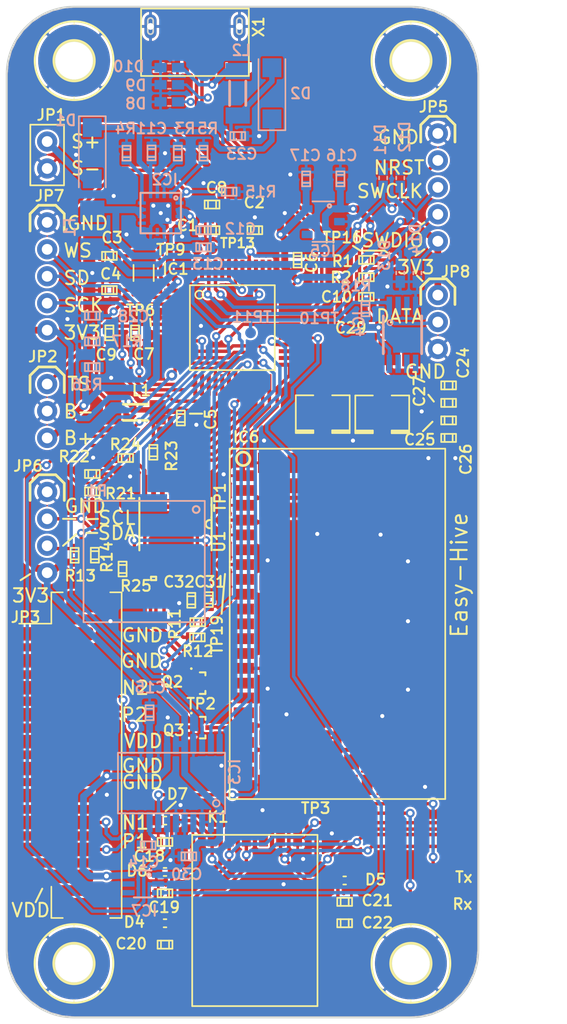
<source format=kicad_pcb>
(kicad_pcb (version 20171130) (host pcbnew 5.1.8+dfsg1-1~bpo10+1)
  (layers (0 Top signal) (31 Bottom signal hide) (34 B.Paste user hide) (35 F.Paste user hide) (36 B.SilkS user hide) (37 F.SilkS user hide) (38 B.Mask user hide) (39 F.Mask user hide) (44 Edge.Cuts user))
  (net 0 "")
  (net 1 GND)
  (net 2 +3V3)
  (net 3 VCC)
  (net 4 /PB03)
  (net 5 /PB02)
  (net 6 /SWDIO)
  (net 7 /SWCLK)
  (net 8 "Net-(C2-Pad1)")
  (net 9 /BUZZER)
  (net 10 /~RESET)
  (net 11 /DS_DATA)
  (net 12 "Net-(IC1-Pad38)")
  (net 13 "Net-(IC1-Pad37)")
  (net 14 /USBP)
  (net 15 /USBN)
  (net 16 /SAM_SCL)
  (net 17 /SAM_SDA)
  (net 18 /ADS_A0)
  (net 19 /GREEN)
  (net 20 /BLUE)
  (net 21 /RED)
  (net 22 /SARA_RST)
  (net 23 /SCLK)
  (net 24 /DATA)
  (net 25 /TEMP_EN)
  (net 26 /I2S_WS)
  (net 27 /I2S_SD)
  (net 28 /I2S_SCK)
  (net 29 "Net-(IC1-Pad8)")
  (net 30 /PB08)
  (net 31 "Net-(C7-Pad1)")
  (net 32 "Net-(IC1-Pad4)")
  (net 33 /AIN0)
  (net 34 "Net-(C4-Pad1)")
  (net 35 "Net-(C3-Pad1)")
  (net 36 "Net-(R1-Pad1)")
  (net 37 "Net-(D1-PadA)")
  (net 38 "Net-(C11-Pad1)")
  (net 39 /VUSB)
  (net 40 /VBAT)
  (net 41 "Net-(C13-Pad1)")
  (net 42 "Net-(D10-PadP$2)")
  (net 43 "Net-(X1-Pad4)")
  (net 44 "Net-(IC2-Pad1)")
  (net 45 "Net-(IC2-Pad17)")
  (net 46 "Net-(IC2-Pad16)")
  (net 47 "Net-(IC2-Pad14)")
  (net 48 "Net-(IC2-Pad12)")
  (net 49 "Net-(IC2-Pad9)")
  (net 50 "Net-(IC2-Pad7)")
  (net 51 "Net-(IC3-Pad13)")
  (net 52 "Net-(IC3-Pad14)")
  (net 53 "Net-(IC3-Pad12)")
  (net 54 "Net-(IC3-Pad11)")
  (net 55 "Net-(C14-Pad2)")
  (net 56 "Net-(C14-Pad1)")
  (net 57 "Net-(IC3-Pad4)")
  (net 58 "Net-(C18-Pad1)")
  (net 59 "Net-(C19-Pad1)")
  (net 60 "Net-(C20-Pad1)")
  (net 61 "Net-(K1-PadC6)")
  (net 62 "Net-(C21-Pad1)")
  (net 63 /SARA_SCL)
  (net 64 /SARA_SDA)
  (net 65 /SARA_IO2)
  (net 66 "Net-(IC6-Pad11)")
  (net 67 "Net-(IC6-Pad10)")
  (net 68 /+1V8)
  (net 69 /ANT)
  (net 70 /ANT_DET)
  (net 71 /3V3_LC)
  (net 72 /LC_ON)
  (net 73 "Net-(IC7-Pad5)")
  (net 74 /PDWN)
  (net 75 /I2S_MCK)
  (net 76 /SARA_1V8_ENABLE)
  (net 77 /SARA_RTS_3V3)
  (net 78 /SARA_RX_3V3)
  (net 79 /SARA_TX_3V3)
  (net 80 /SARA_PWRON)
  (net 81 "Net-(IC6-Pad29)")
  (net 82 "Net-(IC6-Pad28)")
  (net 83 /SARA_RX_1V8)
  (net 84 /SARA_TX_1V8)
  (net 85 "Net-(IC6-Pad7)")
  (net 86 /ANT_BT)
  (net 87 /RTS1V8)
  (net 88 "Net-(R21-Pad2)")
  (net 89 "Net-(R22-Pad2)")
  (net 90 "Net-(R23-Pad2)")
  (net 91 "Net-(R24-Pad2)")
  (net 92 /CTS1V8)
  (net 93 /SARA_CTS_3V3)
  (net 94 "Net-(IC6-Pad15)")
  (net 95 "Net-(IC6-Pad18)")
  (net 96 "Net-(IC6-Pad16)")
  (module easyhive:SOD-123 (layer Bottom) (at 137.3511 78.3686 270)
    (fp_text reference D1 (at -1.9686 2.8511) (layer B.SilkS) (effects (font (size 0.8 0.8)) (justify right bottom mirror)))
    (fp_text value MBR0520LT)
    (pad 2 smd rect (at 1.9 0 270) (size 1.4 1.4) (layers Bottom B.Paste B.Mask))
    (pad 1 smd rect (at -1.9 0 270) (size 1.4 1.4) (layers Bottom B.Paste B.Mask))
  )
  (module easyhive:SOD-123 (layer Bottom) (at 150.6861 73.9236 90)
    (fp_text reference D2 (at -0.4764 3.0139) (layer B.SilkS) (effects (font (size 0.8 0.8)) (justify left bottom mirror)))
    (fp_text value MBR0520LT)
    (pad 2 smd rect (at 1.9 0 90) (size 1.4 1.4) (layers Bottom B.Paste B.Mask))
    (pad 1 smd rect (at -1.9 0 90) (size 1.4 1.4) (layers Bottom B.Paste B.Mask))
  )
  (module easyhive:sot-sc70-6 (layer Bottom) (at 141.040774 132.132208 180)
    (fp_text reference IC7 (at -0.159226 -2.467792) (layer B.SilkS) (effects (font (size 0.8 0.8)) (justify mirror)))
    (fp_text value TPS22919)
    (pad 4 smd rect (at 1.000774 0.179208 90) (size 0.4 0.9) (layers Bottom B.Paste B.Mask) (net 71 /3V3_LC))
    (pad 5 smd rect (at 1.000774 -0.470792 90) (size 0.4 0.9) (layers Bottom B.Paste B.Mask) (net 73 "Net-(IC7-Pad5)"))
    (pad 6 smd rect (at 1.000774 -1.120792 90) (size 0.4 0.9) (layers Bottom B.Paste B.Mask))
    (pad 1 smd rect (at -1.199226 0.179208 90) (size 0.4 0.9) (layers Bottom B.Paste B.Mask) (net 2 +3V3))
    (pad 2 smd rect (at -1.199226 -0.470792 90) (size 0.4 0.9) (layers Bottom B.Paste B.Mask) (net 1 GND))
    (pad 3 smd rect (at -1.199226 -1.120792 90) (size 0.4 0.9) (layers Bottom B.Paste B.Mask) (net 72 /LC_ON))
  )
  (module easyhive:PW16 (layer Top) (at 143.524999 105.896 270)
    (fp_text reference U1 (at 1.304 -3.275001 90) (layer F.SilkS) (effects (font (size 0.8 0.8))))
    (fp_text value SN74AVC4T774PWG4 hide)
    (pad 16 smd rect (at 2.921 -2.274999 270) (size 1.461999 0.3548) (layers Top F.Paste F.Mask) (net 2 +3V3))
    (pad 15 smd rect (at 2.921 -1.624998 270) (size 1.461999 0.3548) (layers Top F.Paste F.Mask) (net 68 /+1V8))
    (pad 14 smd rect (at 2.921 -0.974999 270) (size 1.461999 0.3548) (layers Top F.Paste F.Mask) (net 87 /RTS1V8))
    (pad 13 smd rect (at 2.921 -0.324998 270) (size 1.461999 0.3548) (layers Top F.Paste F.Mask) (net 92 /CTS1V8))
    (pad 12 smd rect (at 2.921 0.325001 270) (size 1.461999 0.3548) (layers Top F.Paste F.Mask) (net 84 /SARA_TX_1V8))
    (pad 11 smd rect (at 2.921 0.974999 270) (size 1.461999 0.3548) (layers Top F.Paste F.Mask) (net 83 /SARA_RX_1V8))
    (pad 10 smd rect (at 2.921 1.625001 270) (size 1.461999 0.3548) (layers Top F.Paste F.Mask) (net 1 GND))
    (pad 9 smd rect (at 2.921 2.274999 270) (size 1.461999 0.3548) (layers Top F.Paste F.Mask) (net 76 /SARA_1V8_ENABLE))
    (pad 8 smd rect (at -2.921 2.274999 270) (size 1.461999 0.3548) (layers Top F.Paste F.Mask) (net 91 "Net-(R24-Pad2)"))
    (pad 7 smd rect (at -2.921 1.624998 270) (size 1.461999 0.3548) (layers Top F.Paste F.Mask) (net 90 "Net-(R23-Pad2)"))
    (pad 6 smd rect (at -2.921 0.974999 270) (size 1.461999 0.3548) (layers Top F.Paste F.Mask) (net 78 /SARA_RX_3V3))
    (pad 5 smd rect (at -2.921 0.324998 270) (size 1.461999 0.3548) (layers Top F.Paste F.Mask) (net 79 /SARA_TX_3V3))
    (pad 4 smd rect (at -2.921 -0.325001 270) (size 1.461999 0.3548) (layers Top F.Paste F.Mask) (net 93 /SARA_CTS_3V3))
    (pad 3 smd rect (at -2.921 -0.974999 270) (size 1.461999 0.3548) (layers Top F.Paste F.Mask) (net 77 /SARA_RTS_3V3))
    (pad 2 smd rect (at -2.921 -1.625001 270) (size 1.461999 0.3548) (layers Top F.Paste F.Mask) (net 89 "Net-(R22-Pad2)"))
    (pad 1 smd rect (at -2.921 -2.274999 270) (size 1.461999 0.3548) (layers Top F.Paste F.Mask) (net 88 "Net-(R21-Pad2)"))
  )
  (module easyhive:SOT25 (layer Bottom) (at 154.4961 83.4486 270)
    (fp_text reference IC5 (at 2.6514 1.0961 180) (layer B.SilkS) (effects (font (size 0.8 0.8)) (justify right bottom mirror)))
    (fp_text value XC6220B331)
    (pad 4 smd roundrect (at 0.95 1.2 270) (size 0.55 0.8) (layers Bottom B.Paste B.Mask) (roundrect_rratio 0.125))
    (pad 2 smd roundrect (at 0 -1.2 270) (size 0.55 0.8) (layers Bottom B.Paste B.Mask) (roundrect_rratio 0.125) (net 1 GND))
    (pad 5 smd roundrect (at -0.95 1.2 270) (size 0.55 0.8) (layers Bottom B.Paste B.Mask) (roundrect_rratio 0.125) (net 2 +3V3))
    (pad 3 smd roundrect (at 0.95 -1.2 270) (size 0.55 0.8) (layers Bottom B.Paste B.Mask) (roundrect_rratio 0.125) (net 3 VCC))
    (pad 1 smd roundrect (at -0.95 -1.2 270) (size 0.55 0.8) (layers Bottom B.Paste B.Mask) (roundrect_rratio 0.125) (net 3 VCC))
  )
  (module easyhive:PKMCS_BUZZER (layer Bottom) (at 141.2 108.675 270)
    (fp_text reference P1 (at -4.775 4.4 180) (layer B.SilkS) (effects (font (size 0.8 0.8)) (justify right bottom mirror)))
    (fp_text value PKMCS)
    (pad 2 smd rect (at 4.35 0 270) (size 1.3 3.4) (layers Bottom B.Paste B.Mask) (net 1 GND))
    (pad 1 smd rect (at -4.35 0 270) (size 1.3 3.4) (layers Bottom B.Paste B.Mask) (net 9 /BUZZER))
  )
  (module easyhive:USBMICRO (layer Top) (at 144.9711 71.6376 180)
    (fp_text reference X1 (at -4.2539 1.7876 270) (layer F.SilkS) (effects (font (size 0.8 0.8)) (justify left top)))
    (fp_text value USB_MICRO_SHIELD)
    (fp_line (start -3.1 2.3) (end -3.1 3.1) (layer Edge.Cuts) (width 0.127))
    (fp_line (start -3.5 3.1) (end -3.5 2.3) (layer Edge.Cuts) (width 0.127))
    (fp_line (start 3.5 2.3) (end 3.5 3.1) (layer Edge.Cuts) (width 0.127))
    (fp_line (start 3.1 2.3) (end 3.1 3.1) (layer Edge.Cuts) (width 0.127))
    (fp_arc (start 3.3 3.1) (end 3.5 3.1) (angle 180) (layer Edge.Cuts) (width 0.127))
    (fp_arc (start 3.3 2.3) (end 3.1 2.3) (angle 180) (layer Edge.Cuts) (width 0.127))
    (fp_arc (start -3.3 3.1) (end -3.1 3.1) (angle 180) (layer Edge.Cuts) (width 0.127))
    (fp_arc (start -3.3 2.3) (end -3.5 2.3) (angle 180) (layer Edge.Cuts) (width 0.127))
    (pad S6 thru_hole oval (at 3.3 2.675 270) (size 1.8 0.9) (drill 0.5) (layers *.Cu *.Mask) (net 1 GND))
    (pad S5 thru_hole oval (at -3.3 2.675 270) (size 1.8 0.9) (drill 0.5) (layers *.Cu *.Mask) (net 1 GND))
    (pad S4 smd rect (at 1.2 2.675 180) (size 1.9 1.9) (layers Top F.Paste F.Mask) (net 1 GND))
    (pad S3 smd rect (at -1.2 2.675 180) (size 1.9 1.9) (layers Top F.Paste F.Mask) (net 1 GND))
    (pad S2 smd rect (at 3.25 0.125 180) (size 1.6 1.4) (layers Top F.Paste F.Mask) (net 1 GND))
    (pad S1 smd rect (at -3.25 0.125 180) (size 1.6 1.4) (layers Top F.Paste F.Mask) (net 1 GND))
    (pad 1 smd rect (at -1.3 0 180) (size 0.4 1.35) (layers Top F.Paste F.Mask) (net 42 "Net-(D10-PadP$2)"))
    (pad 2 smd rect (at -0.65 0 180) (size 0.4 1.35) (layers Top F.Paste F.Mask) (net 15 /USBN))
    (pad 5 smd rect (at 1.3 0 180) (size 0.4 1.35) (layers Top F.Paste F.Mask) (net 1 GND))
    (pad 4 smd rect (at 0.65 0 180) (size 0.4 1.35) (layers Top F.Paste F.Mask) (net 43 "Net-(X1-Pad4)"))
    (pad 3 smd rect (at 0 0 180) (size 0.4 1.35) (layers Top F.Paste F.Mask) (net 14 /USBP))
  )
  (module easyhive:1X02_2MM_Pad_only (layer Top) (at 163 132.1 270)
    (fp_text reference JP4 hide)
    (fp_text value M02-JST-2MM-SMT)
    (pad 2 smd circle (at 2 0) (size 1.5 1.5) (layers Top F.Mask) (net 82 "Net-(IC6-Pad28)"))
    (pad 1 smd circle (at 0 0) (size 1.5 1.5) (layers Top F.Mask) (net 81 "Net-(IC6-Pad29)"))
  )
  (module easyhive:SC75_SOT416 (layer Top) (at 145.352498 121.000001)
    (fp_text reference Q3 (at -2.852498 0.199999) (layer F.SilkS) (effects (font (size 0.8 0.8)) (justify left)))
    (fp_text value DTC123JET1G hide)
    (pad 3 smd rect (at 0.647502 -0.000001 90) (size 0.355999 0.508) (layers Top F.Paste F.Mask) (net 95 "Net-(IC6-Pad18)"))
    (pad 2 smd rect (at -0.647499 0.500002 90) (size 0.355999 0.508) (layers Top F.Paste F.Mask) (net 1 GND))
    (pad 1 smd rect (at -0.647499 -0.499999 90) (size 0.355999 0.508) (layers Top F.Paste F.Mask) (net 22 /SARA_RST))
  )
  (module easyhive:SC75_SOT416 (layer Top) (at 145.347499 117.699998)
    (fp_text reference Q2 (at -2.947499 -0.099998) (layer F.SilkS) (effects (font (size 0.8 0.8)) (justify left)))
    (fp_text value DTC123JET1G hide)
    (pad 3 smd rect (at 0.647502 -0.000001 90) (size 0.355999 0.508) (layers Top F.Paste F.Mask) (net 94 "Net-(IC6-Pad15)"))
    (pad 2 smd rect (at -0.647499 0.500002 90) (size 0.355999 0.508) (layers Top F.Paste F.Mask) (net 1 GND))
    (pad 1 smd rect (at -0.647499 -0.499999 90) (size 0.355999 0.508) (layers Top F.Paste F.Mask) (net 80 /SARA_PWRON))
  )
  (module easyhive:1X03-2MM_re_klein (layer Top) (at 163 92.9 90)
    (fp_text reference JP8 (at 6.2 2.5) (layer F.SilkS) (effects (font (size 0.8 0.8)) (justify right top)))
    (fp_text value "ext. DS18B20")
    (pad 3 thru_hole circle (at 4 0 180) (size 1.5 1.5) (drill 0.8) (layers *.Cu *.Mask) (net 2 +3V3))
    (pad 2 thru_hole circle (at 2 0 180) (size 1.5 1.5) (drill 0.8) (layers *.Cu *.Mask) (net 11 /DS_DATA))
    (pad 1 thru_hole circle (at 0 0 180) (size 1.5 1.5) (drill 0.8) (layers *.Cu *.Mask) (net 1 GND))
  )
  (module easyhive:1X04-2MM_klein (layer Top) (at 134.0011 103.5036 270)
    (fp_text reference JP6 (at -1.4536 2.6011 180) (layer F.SilkS) (effects (font (size 0.8 0.8)) (justify left bottom)))
    (fp_text value I2C)
    (pad 4 thru_hole circle (at 6 0) (size 1.5 1.5) (drill 0.8) (layers *.Cu *.Mask) (net 2 +3V3))
    (pad 3 thru_hole circle (at 4 0) (size 1.5 1.5) (drill 0.8) (layers *.Cu *.Mask) (net 17 /SAM_SDA))
    (pad 2 thru_hole circle (at 2 0) (size 1.5 1.5) (drill 0.8) (layers *.Cu *.Mask) (net 16 /SAM_SCL))
    (pad 1 thru_hole circle (at 0 0) (size 1.5 1.5) (drill 0.8) (layers *.Cu *.Mask) (net 1 GND))
  )
  (module easyhive:1X03-2MM_klein (layer Top) (at 134.0011 95.5036 270)
    (fp_text reference JP2 (at -2.5036 1.5011) (layer F.SilkS) (effects (font (size 0.8 0.8)) (justify left top)))
    (fp_text value Battery)
    (pad 3 thru_hole circle (at 4 0) (size 1.5 1.5) (drill 0.8) (layers *.Cu *.Mask) (net 40 /VBAT))
    (pad 2 thru_hole circle (at 2 0) (size 1.5 1.5) (drill 0.8) (layers *.Cu *.Mask) (net 1 GND))
    (pad 1 thru_hole circle (at 0 0) (size 1.5 1.5) (drill 0.8) (layers *.Cu *.Mask) (net 44 "Net-(IC2-Pad1)"))
  )
  (module easyhive:1X05-2MM_klein (layer Top) (at 134.0011 83.5036 270)
    (fp_text reference JP7 (at -1.5036 1.0011) (layer F.SilkS) (effects (font (size 0.8 0.8)) (justify left bottom)))
    (fp_text value I2S)
    (pad 5 thru_hole circle (at 8 0) (size 1.5 1.5) (drill 0.8) (layers *.Cu *.Mask) (net 2 +3V3))
    (pad 4 thru_hole circle (at 6 0) (size 1.5 1.5) (drill 0.8) (layers *.Cu *.Mask) (net 28 /I2S_SCK))
    (pad 3 thru_hole circle (at 4 0) (size 1.5 1.5) (drill 0.8) (layers *.Cu *.Mask) (net 27 /I2S_SD))
    (pad 2 thru_hole circle (at 2 0) (size 1.5 1.5) (drill 0.8) (layers *.Cu *.Mask) (net 26 /I2S_WS))
    (pad 1 thru_hole circle (at 0 0) (size 1.5 1.5) (drill 0.8) (layers *.Cu *.Mask) (net 1 GND))
  )
  (module easyhive:1X05-2MM_klein (layer Top) (at 163.0011 76.9036 270)
    (fp_text reference JP5 (at -1.5036 1.5011) (layer F.SilkS) (effects (font (size 0.8 0.8)) (justify left bottom)))
    (fp_text value SWD)
    (pad 5 thru_hole circle (at 8 0) (size 1.5 1.5) (drill 0.8) (layers *.Cu *.Mask) (net 2 +3V3))
    (pad 4 thru_hole circle (at 6 0) (size 1.5 1.5) (drill 0.8) (layers *.Cu *.Mask) (net 6 /SWDIO))
    (pad 3 thru_hole circle (at 4 0) (size 1.5 1.5) (drill 0.8) (layers *.Cu *.Mask) (net 7 /SWCLK))
    (pad 2 thru_hole circle (at 2 0) (size 1.5 1.5) (drill 0.8) (layers *.Cu *.Mask) (net 10 /~RESET))
    (pad 1 thru_hole circle (at 0 0) (size 1.5 1.5) (drill 0.8) (layers *.Cu *.Mask) (net 1 GND))
  )
  (module easyhive:1X02_2MM_klein (layer Top) (at 134.0011 79.5036 90)
    (fp_text reference JP1 (at 3.5036 1.4989 180) (layer F.SilkS) (effects (font (size 0.8 0.8)) (justify right bottom)))
    (fp_text value Solar)
    (pad 2 thru_hole circle (at 2 0 180) (size 1.5 1.5) (drill 0.8) (layers *.Cu *.Mask) (net 37 "Net-(D1-PadA)"))
    (pad 1 thru_hole circle (at 0 0 180) (size 1.5 1.5) (drill 0.8) (layers *.Cu *.Mask) (net 1 GND))
  )
  (module easyhive:1206 (layer Top) (at 158 93.2 180)
    (fp_text reference C29 (at 0.2 1.4 180) (layer F.SilkS) (effects (font (size 0.8 0.8)) (justify right bottom)))
    (fp_text value 100u)
    (pad 2 smd rect (at 1.4 0 180) (size 1.6 1.8) (layers Top F.Paste F.Mask) (net 1 GND))
    (pad 1 smd rect (at -1.4 0 180) (size 1.6 1.8) (layers Top F.Paste F.Mask) (net 2 +3V3))
  )
  (module easyhive:TP08R (layer Top) (at 146.9 108.9 270)
    (fp_text reference TP19 (at 3.65 -0.175 270) (layer F.SilkS) (effects (font (size 0.8 0.8)) (justify right bottom)))
    (fp_text value TPTP08R)
    (pad TP smd roundrect (at 0 0 270) (size 0.8 0.8) (layers Top F.Mask) (roundrect_rratio 0.5) (net 85 "Net-(IC6-Pad7)"))
  )
  (module easyhive:TP08R (layer Top) (at 159.6 86.3)
    (fp_text reference TP16 (at -5.25 -1.2 -180) (layer F.SilkS) (effects (font (size 0.8 0.8)) (justify left bottom)))
    (fp_text value TPTP08R)
    (pad TP smd roundrect (at 0 0) (size 0.8 0.8) (layers Top F.Mask) (roundrect_rratio 0.5) (net 36 "Net-(R1-Pad1)"))
  )
  (module easyhive:TP08R (layer Top) (at 146.25 85.45)
    (fp_text reference TP13 (at 0.5 0 -180) (layer F.SilkS) (effects (font (size 0.7 0.7)) (justify left bottom)))
    (fp_text value TPTP08R)
    (pad TP smd roundrect (at 0 0) (size 0.8 0.8) (layers Top F.Mask) (roundrect_rratio 0.5) (net 5 /PB02))
  )
  (module easyhive:TP08R (layer Bottom) (at 149.0986 91.7036 180)
    (fp_text reference TP11 (at -1.6514 0.7036 180) (layer B.SilkS) (effects (font (size 0.8 0.8)) (justify left bottom mirror)))
    (fp_text value TPTP08R)
    (pad TP smd roundrect (at 0 0 180) (size 0.8 0.8) (layers Bottom B.Mask) (roundrect_rratio 0.5) (net 11 /DS_DATA))
  )
  (module easyhive:TP08R (layer Bottom) (at 156.2 91.5 180)
    (fp_text reference TP10 (at 0.4498 0.4001 180) (layer B.SilkS) (effects (font (size 0.8 0.8)) (justify left bottom mirror)))
    (fp_text value TPTP08R)
    (pad TP smd roundrect (at 0 0 180) (size 0.8 0.8) (layers Bottom B.Mask) (roundrect_rratio 0.5) (net 2 +3V3))
  )
  (module easyhive:TP08R (layer Top) (at 145.12985 85.51235)
    (fp_text reference TP9 (at -3.12985 0.48765 -180) (layer F.SilkS) (effects (font (size 0.8 0.8)) (justify left bottom)))
    (fp_text value TPTP08R)
    (pad TP smd roundrect (at 0 0) (size 0.8 0.8) (layers Top F.Mask) (roundrect_rratio 0.5) (net 4 /PB03))
  )
  (module easyhive:TP08R (layer Top) (at 141.63735 91.86235)
    (fp_text reference TP6 (at -1.88735 -1.36235 180) (layer F.SilkS) (effects (font (size 0.8 0.8)) (justify left bottom)))
    (fp_text value TPTP08R)
    (pad TP smd roundrect (at 0 0) (size 0.8 0.8) (layers Top F.Mask) (roundrect_rratio 0.5) (net 30 /PB08))
  )
  (module easyhive:TP08R (layer Top) (at 152.2 127.05)
    (fp_text reference TP3 (at 0.55 0.4 -180) (layer F.SilkS) (effects (font (size 0.8 0.8)) (justify left bottom)))
    (fp_text value TPTP08R)
    (pad TP smd roundrect (at 0 0) (size 0.8 0.8) (layers Top F.Mask) (roundrect_rratio 0.5) (net 65 /SARA_IO2))
  )
  (module easyhive:TP08R (layer Top) (at 147.05 118.85)
    (fp_text reference TP2 (at -2.8 0.85 -180) (layer F.SilkS) (effects (font (size 0.8 0.8)) (justify left bottom)))
    (fp_text value TPTP08R)
    (pad TP smd roundrect (at 0 0) (size 0.8 0.8) (layers Top F.Mask) (roundrect_rratio 0.5) (net 96 "Net-(IC6-Pad16)"))
  )
  (module easyhive:TP08R (layer Top) (at 146.9 105.6)
    (fp_text reference TP1 (at 0.4 -0.5 90) (layer F.SilkS) (effects (font (size 0.8 0.8)) (justify left bottom)))
    (fp_text value TPTP08R)
    (pad TP smd roundrect (at 0 0) (size 0.8 0.8) (layers Top F.Mask) (roundrect_rratio 0.5) (net 68 /+1V8))
  )
  (module easyhive:C0402 (layer Top) (at 139.5984 109.228 180)
    (fp_text reference R25 (at -2.2516 -1.722) (layer F.SilkS) (effects (font (size 0.8 0.8)) (justify right bottom)))
    (fp_text value 1M)
    (pad 2 smd roundrect (at 0 0.5 180) (size 0.75 0.7) (layers Top F.Paste F.Mask) (roundrect_rratio 0.1) (net 2 +3V3))
    (pad 1 smd roundrect (at 0 -0.5 180) (size 0.75 0.7) (layers Top F.Paste F.Mask) (roundrect_rratio 0.1) (net 76 /SARA_1V8_ENABLE))
  )
  (module easyhive:C0402 (layer Top) (at 139.827 100.9904 90)
    (fp_text reference R24 (at 0.5404 -1.277 180) (layer F.SilkS) (effects (font (size 0.8 0.8)) (justify left bottom)))
    (fp_text value 0R)
    (pad 2 smd roundrect (at 0 0.5 90) (size 0.75 0.7) (layers Top F.Paste F.Mask) (roundrect_rratio 0.1) (net 91 "Net-(R24-Pad2)"))
    (pad 1 smd roundrect (at 0 -0.5 90) (size 0.75 0.7) (layers Top F.Paste F.Mask) (roundrect_rratio 0.1) (net 1 GND))
  )
  (module easyhive:C0402 (layer Top) (at 141.8844 100.5666)
    (fp_text reference R23 (at 1.8156 1.5334 90) (layer F.SilkS) (effects (font (size 0.8 0.8)) (justify left bottom)))
    (fp_text value 0R)
    (pad 2 smd roundrect (at 0 0.5) (size 0.75 0.7) (layers Top F.Paste F.Mask) (roundrect_rratio 0.1) (net 90 "Net-(R23-Pad2)"))
    (pad 1 smd roundrect (at 0 -0.5) (size 0.75 0.7) (layers Top F.Paste F.Mask) (roundrect_rratio 0.1) (net 2 +3V3))
  )
  (module easyhive:C0402 (layer Top) (at 137.3534 102.1752 90)
    (fp_text reference R22 (at 0.8252 -2.6034 180) (layer F.SilkS) (effects (font (size 0.8 0.8)) (justify left bottom)))
    (fp_text value 0R)
    (pad 2 smd roundrect (at 0 0.5 90) (size 0.75 0.7) (layers Top F.Paste F.Mask) (roundrect_rratio 0.1) (net 89 "Net-(R22-Pad2)"))
    (pad 1 smd roundrect (at 0 -0.5 90) (size 0.75 0.7) (layers Top F.Paste F.Mask) (roundrect_rratio 0.1) (net 1 GND))
  )
  (module easyhive:C0402 (layer Top) (at 137.3534 103.4752 90)
    (fp_text reference R21 (at -0.6248 0.8466 180) (layer F.SilkS) (effects (font (size 0.8 0.8)) (justify left bottom)))
    (fp_text value 0R)
    (pad 2 smd roundrect (at 0 0.5 90) (size 0.75 0.7) (layers Top F.Paste F.Mask) (roundrect_rratio 0.1) (net 88 "Net-(R21-Pad2)"))
    (pad 1 smd roundrect (at 0 -0.5 90) (size 0.75 0.7) (layers Top F.Paste F.Mask) (roundrect_rratio 0.1) (net 2 +3V3))
  )
  (module easyhive:C0402 (layer Bottom) (at 157.63 89.92 180)
    (fp_text reference R18 (at -0.55 1.25) (layer B.SilkS) (effects (font (size 0.8 0.8)) (justify left bottom mirror)))
    (fp_text value 4k7)
    (pad 2 smd roundrect (at 0 -0.5 180) (size 0.75 0.7) (layers Bottom B.Paste B.Mask) (roundrect_rratio 0.1) (net 2 +3V3))
    (pad 1 smd roundrect (at 0 0.5 180) (size 0.75 0.7) (layers Bottom B.Paste B.Mask) (roundrect_rratio 0.1) (net 11 /DS_DATA))
  )
  (module easyhive:C0402 (layer Bottom) (at 137.3511 92.3386 270)
    (fp_text reference R17 (at 0.4614 -3.8489 180) (layer B.SilkS) (effects (font (size 0.8 0.8)) (justify left bottom mirror)))
    (fp_text value 10M)
    (pad 2 smd roundrect (at 0 -0.5 270) (size 0.75 0.7) (layers Bottom B.Paste B.Mask) (roundrect_rratio 0.1) (net 33 /AIN0))
    (pad 1 smd roundrect (at 0 0.5 270) (size 0.75 0.7) (layers Bottom B.Paste B.Mask) (roundrect_rratio 0.1) (net 1 GND))
  )
  (module easyhive:C0402 (layer Bottom) (at 137.3511 94.2436 90)
    (fp_text reference R16 (at -1.7564 -1.6511 180) (layer B.SilkS) (effects (font (size 0.8 0.8)) (justify right bottom mirror)))
    (fp_text value 4M7)
    (pad 2 smd roundrect (at 0 -0.5 90) (size 0.75 0.7) (layers Bottom B.Paste B.Mask) (roundrect_rratio 0.1) (net 40 /VBAT))
    (pad 1 smd roundrect (at 0 0.5 90) (size 0.75 0.7) (layers Bottom B.Paste B.Mask) (roundrect_rratio 0.1) (net 33 /AIN0))
  )
  (module easyhive:C0402 (layer Bottom) (at 147.5111 81.2261 90)
    (fp_text reference R15 (at -0.4739 1.0889 180) (layer B.SilkS) (effects (font (size 0.8 0.8)) (justify right bottom mirror)))
    (fp_text value "NTC 103AT")
    (pad 2 smd roundrect (at 0 -0.5 90) (size 0.75 0.7) (layers Bottom B.Paste B.Mask) (roundrect_rratio 0.1) (net 44 "Net-(IC2-Pad1)"))
    (pad 1 smd roundrect (at 0 0.5 90) (size 0.75 0.7) (layers Bottom B.Paste B.Mask) (roundrect_rratio 0.1) (net 1 GND))
  )
  (module easyhive:C0402 (layer Top) (at 137.541 108.204)
    (fp_text reference R14 (at 1.359 1.396 90) (layer F.SilkS) (effects (font (size 0.8 0.8)) (justify left bottom)))
    (fp_text value 2k)
    (pad 2 smd roundrect (at 0 0.5) (size 0.75 0.7) (layers Top F.Paste F.Mask) (roundrect_rratio 0.1) (net 2 +3V3))
    (pad 1 smd roundrect (at 0 -0.5) (size 0.75 0.7) (layers Top F.Paste F.Mask) (roundrect_rratio 0.1) (net 16 /SAM_SCL))
  )
  (module easyhive:C0402 (layer Top) (at 136.0424 108.212)
    (fp_text reference R13 (at -0.8424 1.988) (layer F.SilkS) (effects (font (size 0.8 0.8)) (justify left bottom)))
    (fp_text value 2k)
    (pad 2 smd roundrect (at 0 0.5) (size 0.75 0.7) (layers Top F.Paste F.Mask) (roundrect_rratio 0.1) (net 2 +3V3))
    (pad 1 smd roundrect (at 0 -0.5) (size 0.75 0.7) (layers Top F.Paste F.Mask) (roundrect_rratio 0.1) (net 17 /SAM_SDA))
  )
  (module easyhive:C0402 (layer Top) (at 145.15 114.3 270)
    (fp_text reference R12 (at 1.5 -1.3 180) (layer F.SilkS) (effects (font (size 0.8 0.8)) (justify right bottom)))
    (fp_text value 0R)
    (pad 2 smd roundrect (at 0 0.5 270) (size 0.75 0.7) (layers Top F.Paste F.Mask) (roundrect_rratio 0.1) (net 92 /CTS1V8))
    (pad 1 smd roundrect (at 0 -0.5 270) (size 0.75 0.7) (layers Top F.Paste F.Mask) (roundrect_rratio 0.1) (net 66 "Net-(IC6-Pad11)"))
  )
  (module easyhive:C0402 (layer Top) (at 145.175 113.175 270)
    (fp_text reference R11 (at -1.125 1.225 90) (layer F.SilkS) (effects (font (size 0.8 0.8)) (justify right bottom)))
    (fp_text value 0R)
    (pad 2 smd roundrect (at 0 0.5 270) (size 0.75 0.7) (layers Top F.Paste F.Mask) (roundrect_rratio 0.1) (net 87 /RTS1V8))
    (pad 1 smd roundrect (at 0 -0.5 270) (size 0.75 0.7) (layers Top F.Paste F.Mask) (roundrect_rratio 0.1) (net 67 "Net-(IC6-Pad10)"))
  )
  (module easyhive:C0402 (layer Bottom) (at 145.6061 78.3686 180)
    (fp_text reference R5 (at -1.1939 1.3686) (layer B.SilkS) (effects (font (size 0.8 0.8)) (justify left bottom mirror)))
    (fp_text value 680R)
    (pad 2 smd roundrect (at 0 -0.5 180) (size 0.75 0.7) (layers Bottom B.Paste B.Mask) (roundrect_rratio 0.1) (net 46 "Net-(IC2-Pad16)"))
    (pad 1 smd roundrect (at 0 0.5 180) (size 0.75 0.7) (layers Bottom B.Paste B.Mask) (roundrect_rratio 0.1) (net 1 GND))
  )
  (module easyhive:C0402 (layer Bottom) (at 139.8911 78.3686 180)
    (fp_text reference R4 (at -0.8089 1.3686) (layer B.SilkS) (effects (font (size 0.8 0.8)) (justify left bottom mirror)))
    (fp_text value 1k18)
    (pad 2 smd roundrect (at 0 -0.5 180) (size 0.75 0.7) (layers Bottom B.Paste B.Mask) (roundrect_rratio 0.1) (net 48 "Net-(IC2-Pad12)"))
    (pad 1 smd roundrect (at 0 0.5 180) (size 0.75 0.7) (layers Bottom B.Paste B.Mask) (roundrect_rratio 0.1) (net 1 GND))
  )
  (module easyhive:C0402 (layer Bottom) (at 143.7011 78.3686 180)
    (fp_text reference R3 (at -1.3989 1.3686) (layer B.SilkS) (effects (font (size 0.8 0.8)) (justify left bottom mirror)))
    (fp_text value 0R)
    (pad 2 smd roundrect (at 0 -0.5 180) (size 0.75 0.7) (layers Bottom B.Paste B.Mask) (roundrect_rratio 0.1) (net 47 "Net-(IC2-Pad14)"))
    (pad 1 smd roundrect (at 0 0.5 180) (size 0.75 0.7) (layers Bottom B.Paste B.Mask) (roundrect_rratio 0.1) (net 1 GND))
  )
  (module easyhive:C0402 (layer Top) (at 157.7 87.57 90)
    (fp_text reference R2 (at -0.4857 -2.7692 180) (layer F.SilkS) (effects (font (size 0.8 0.8)) (justify left bottom)))
    (fp_text value 2k2)
    (pad 2 smd roundrect (at 0 0.5 90) (size 0.75 0.7) (layers Top F.Paste F.Mask) (roundrect_rratio 0.1) (net 2 +3V3))
    (pad 1 smd roundrect (at 0 -0.5 90) (size 0.75 0.7) (layers Top F.Paste F.Mask) (roundrect_rratio 0.1) (net 10 /~RESET))
  )
  (module easyhive:C0402 (layer Top) (at 157.7 86.29 270)
    (fp_text reference R1 (at 0.5619 0.9023 180) (layer F.SilkS) (effects (font (size 0.8 0.8)) (justify right bottom)))
    (fp_text value 330)
    (pad 2 smd roundrect (at 0 0.5 270) (size 0.75 0.7) (layers Top F.Paste F.Mask) (roundrect_rratio 0.1) (net 10 /~RESET))
    (pad 1 smd roundrect (at 0 -0.5 270) (size 0.75 0.7) (layers Top F.Paste F.Mask) (roundrect_rratio 0.1) (net 36 "Net-(R1-Pad1)"))
  )
  (module easyhive:FC135 (layer Top) (at 141.1611 87.2586 270)
    (fp_text reference Q1 hide)
    (fp_text value "32768 Hz" hide)
    (pad 2 smd roundrect (at 1.25 0 270) (size 1 1.8) (layers Top F.Paste F.Mask) (roundrect_rratio 0.125) (net 34 "Net-(C4-Pad1)"))
    (pad 1 smd roundrect (at -1.25 0 270) (size 1 1.8) (layers Top F.Paste F.Mask) (roundrect_rratio 0.125) (net 35 "Net-(C3-Pad1)"))
  )
  (module easyhive:SM-1206 (layer Bottom) (at 148.1461 73.9236 270)
    (fp_text reference L2 (at -2.7236 0.5461 180) (layer B.SilkS) (effects (font (size 0.8 0.8)) (justify right bottom mirror)))
    (fp_text value "")
    (pad 2 smd rect (at 1.65 0 270) (size 1.2 1.8) (layers Bottom B.Paste B.Mask) (net 39 /VUSB))
    (pad 1 smd rect (at -1.65 0 270) (size 1.2 1.8) (layers Bottom B.Paste B.Mask) (net 42 "Net-(D10-PadP$2)"))
  )
  (module easyhive:SM-1206 (layer Top) (at 140.55 97.6)
    (fp_text reference L1 (at -0.35 -1.15 -180) (layer F.SilkS) (effects (font (size 0.8 0.8)) (justify left bottom)))
    (fp_text value "")
    (pad 2 smd rect (at 1.65 0) (size 1.2 1.8) (layers Top F.Paste F.Mask) (net 2 +3V3))
    (pad 1 smd rect (at -1.65 0) (size 1.2 1.8) (layers Top F.Paste F.Mask) (net 31 "Net-(C7-Pad1)"))
  )
  (module easyhive:693043020611 (layer Top) (at 149.4161 129.1686)
    (fp_text reference K1 (at -3.6161 -1.0686) (layer F.SilkS) (effects (font (size 0.8 0.8)) (justify left bottom)))
    (fp_text value 693043020611)
    (pad Z2 smd rect (at 4.595 6.42) (size 0.35 1.8) (layers Top F.Paste F.Mask) (net 1 GND))
    (pad Z5 smd rect (at -4.596 6.42) (size 0.35 1.8) (layers Top F.Paste F.Mask) (net 1 GND))
    (pad Z3 smd rect (at 4.595 0.67) (size 0.35 1.8) (layers Top F.Paste F.Mask) (net 1 GND))
    (pad Z4 smd rect (at -4.596 0.67) (size 0.35 1.8) (layers Top F.Paste F.Mask) (net 1 GND))
    (pad C7 smd rect (at -3.17 0) (size 0.65 1.3) (layers Top F.Paste F.Mask) (net 58 "Net-(C18-Pad1)"))
    (pad C3 smd rect (at -1.9 0) (size 0.65 1.3) (layers Top F.Paste F.Mask) (net 59 "Net-(C19-Pad1)"))
    (pad C2 smd rect (at -0.63 0) (size 0.65 1.3) (layers Top F.Paste F.Mask) (net 60 "Net-(C20-Pad1)"))
    (pad C6 smd rect (at 0.64 0) (size 0.65 1.3) (layers Top F.Paste F.Mask) (net 61 "Net-(K1-PadC6)"))
    (pad C1 smd rect (at 1.91 0) (size 0.65 1.3) (layers Top F.Paste F.Mask) (net 62 "Net-(C21-Pad1)"))
    (pad C5 smd rect (at 3.18 0) (size 0.65 1.3) (layers Top F.Paste F.Mask) (net 1 GND))
    (pad Z1 smd rect (at 4.4 12.14 90) (size 1 0.9) (layers Top F.Paste F.Mask) (net 1 GND))
    (pad Z6 smd rect (at -4.4 12.14 90) (size 1 0.9) (layers Top F.Paste F.Mask) (net 1 GND))
  )
  (module easyhive:U.FL (layer Top) (at 154.4574 97.6376 270)
    (fp_text reference J2 hide)
    (fp_text value "U.FL(2)" hide)
    (pad P$4 smd rect (at -1.525 0 270) (size 1.05 1) (layers Top F.Paste F.Mask))
    (pad P$3 smd rect (at 1.525 0 270) (size 1.05 1) (layers Top F.Paste F.Mask) (net 86 /ANT_BT))
    (pad P$2 smd rect (at 0 1.375 270) (size 2.2 0.85) (layers Top F.Paste F.Mask) (net 1 GND))
    (pad P$1 smd rect (at 0 -1.375 270) (size 2.2 0.85) (layers Top F.Paste F.Mask) (net 1 GND))
  )
  (module easyhive:U.FL (layer Top) (at 158.875 97.65 270)
    (fp_text reference J1 hide)
    (fp_text value U.FL hide)
    (pad P$4 smd rect (at -1.525 0 270) (size 1.05 1) (layers Top F.Paste F.Mask))
    (pad P$3 smd rect (at 1.525 0 270) (size 1.05 1) (layers Top F.Paste F.Mask) (net 69 /ANT))
    (pad P$2 smd rect (at 0 1.375 270) (size 2.2 0.85) (layers Top F.Paste F.Mask) (net 1 GND))
    (pad P$1 smd rect (at 0 -1.375 270) (size 2.2 0.85) (layers Top F.Paste F.Mask) (net 1 GND))
  )
  (module easyhive:SARA-N3 (layer Top) (at 155.55 102.3)
    (fp_text reference IC6 (at -7.85 -2.4) (layer F.SilkS) (effects (font (size 0.8 0.8)) (justify left bottom)))
    (fp_text value SARA-N310)
    (pad 84 smd rect (at 5.25 17.65) (size 1.1 1.1) (layers Top F.Paste F.Mask) (net 1 GND))
    (pad 83 smd rect (at -5.25 17.65) (size 1.1 1.1) (layers Top F.Paste F.Mask) (net 1 GND))
    (pad 82 smd rect (at 5.25 14.05) (size 1.1 1.1) (layers Top F.Paste F.Mask) (net 1 GND))
    (pad 81 smd rect (at -5.25 14.05) (size 1.1 1.1) (layers Top F.Paste F.Mask) (net 1 GND))
    (pad 91 smd rect (at -5.25 21.25) (size 1.1 1.1) (layers Top F.Paste F.Mask) (net 1 GND))
    (pad 92 smd rect (at -3.15 21.25) (size 1.1 1.1) (layers Top F.Paste F.Mask) (net 1 GND))
    (pad 93 smd rect (at -1.05 21.25) (size 1.1 1.1) (layers Top F.Paste F.Mask) (net 1 GND))
    (pad 94 smd rect (at 1.05 21.25) (size 1.1 1.1) (layers Top F.Paste F.Mask) (net 1 GND))
    (pad 95 smd rect (at 3.15 21.25) (size 1.1 1.1) (layers Top F.Paste F.Mask) (net 1 GND))
    (pad 96 smd rect (at 5.25 21.25) (size 1.1 1.1) (layers Top F.Paste F.Mask) (net 1 GND))
    (pad 90 smd rect (at 5.25 19.45) (size 1.1 1.1) (layers Top F.Paste F.Mask) (net 1 GND))
    (pad 89 smd rect (at 3.15 19.45) (size 1.1 1.1) (layers Top F.Paste F.Mask) (net 1 GND))
    (pad 88 smd rect (at 1.05 19.45) (size 1.1 1.1) (layers Top F.Paste F.Mask) (net 1 GND))
    (pad 87 smd rect (at -1.05 19.45) (size 1.1 1.1) (layers Top F.Paste F.Mask) (net 1 GND))
    (pad 86 smd rect (at -3.15 19.45) (size 1.1 1.1) (layers Top F.Paste F.Mask) (net 1 GND))
    (pad 85 smd rect (at -5.25 19.45) (size 1.1 1.1) (layers Top F.Paste F.Mask) (net 1 GND))
    (pad 80 smd rect (at 5.25 7.95) (size 1.1 1.1) (layers Top F.Paste F.Mask) (net 1 GND))
    (pad 79 smd rect (at -5.25 7.95) (size 1.1 1.1) (layers Top F.Paste F.Mask) (net 1 GND))
    (pad 78 smd rect (at 5.25 4.35) (size 1.1 1.1) (layers Top F.Paste F.Mask) (net 1 GND))
    (pad 77 smd rect (at -5.25 4.35) (size 1.1 1.1) (layers Top F.Paste F.Mask) (net 1 GND))
    (pad 71 smd rect (at -5.25 2.55) (size 1.1 1.1) (layers Top F.Paste F.Mask) (net 1 GND))
    (pad 72 smd rect (at -3.15 2.55) (size 1.1 1.1) (layers Top F.Paste F.Mask) (net 1 GND))
    (pad 73 smd rect (at -1.05 2.55) (size 1.1 1.1) (layers Top F.Paste F.Mask) (net 1 GND))
    (pad 74 smd rect (at 1.05 2.55) (size 1.1 1.1) (layers Top F.Paste F.Mask) (net 1 GND))
    (pad 75 smd rect (at 3.15 2.55) (size 1.1 1.1) (layers Top F.Paste F.Mask) (net 1 GND))
    (pad 76 smd rect (at 5.25 2.55) (size 1.1 1.1) (layers Top F.Paste F.Mask) (net 1 GND))
    (pad 70 smd rect (at 5.25 0.75) (size 1.1 1.1) (layers Top F.Paste F.Mask) (net 1 GND))
    (pad 69 smd rect (at 3.15 0.75) (size 1.1 1.1) (layers Top F.Paste F.Mask) (net 1 GND))
    (pad 68 smd rect (at 1.05 0.75) (size 1.1 1.1) (layers Top F.Paste F.Mask) (net 1 GND))
    (pad 67 smd rect (at -1.05 0.75) (size 1.1 1.1) (layers Top F.Paste F.Mask) (net 1 GND))
    (pad 66 smd rect (at -3.15 0.75) (size 1.1 1.1) (layers Top F.Paste F.Mask) (net 1 GND))
    (pad 65 smd rect (at -5.25 0.75) (size 1.1 1.1) (layers Top F.Paste F.Mask) (net 1 GND))
    (pad 32 smd rect (at 5.5 22.95) (size 0.8 1.5) (layers Top F.Paste F.Mask) (net 1 GND))
    (pad 23 smd rect (at -4.4 22.95) (size 0.8 1.5) (layers Top F.Paste F.Mask))
    (pad 22 smd rect (at -5.5 22.95) (size 0.8 1.5) (layers Top F.Paste F.Mask) (net 1 GND))
    (pad 31 smd rect (at 4.4 22.95) (size 0.8 1.5) (layers Top F.Paste F.Mask))
    (pad 30 smd rect (at 3.3 22.95) (size 0.8 1.5) (layers Top F.Paste F.Mask) (net 1 GND))
    (pad 29 smd rect (at 2.2 22.95) (size 0.8 1.5) (layers Top F.Paste F.Mask) (net 81 "Net-(IC6-Pad29)"))
    (pad 28 smd rect (at 1.1 22.95) (size 0.8 1.5) (layers Top F.Paste F.Mask) (net 82 "Net-(IC6-Pad28)"))
    (pad 27 smd rect (at 0 22.95) (size 0.8 1.5) (layers Top F.Paste F.Mask) (net 63 /SARA_SCL))
    (pad 26 smd rect (at -1.1 22.95) (size 0.8 1.5) (layers Top F.Paste F.Mask) (net 64 /SARA_SDA))
    (pad 25 smd rect (at -2.2 22.95) (size 0.8 1.5) (layers Top F.Paste F.Mask))
    (pad 24 smd rect (at -3.3 22.95) (size 0.8 1.5) (layers Top F.Paste F.Mask) (net 65 /SARA_IO2))
    (pad 33 smd rect (at 6.95 22 90) (size 0.8 1.5) (layers Top F.Paste F.Mask))
    (pad 34 smd rect (at 6.95 20.9 90) (size 0.8 1.5) (layers Top F.Paste F.Mask))
    (pad 35 smd rect (at 6.95 19.8 90) (size 0.8 1.5) (layers Top F.Paste F.Mask))
    (pad 36 smd rect (at 6.95 18.7 90) (size 0.8 1.5) (layers Top F.Paste F.Mask))
    (pad 37 smd rect (at 6.95 17.6 90) (size 0.8 1.5) (layers Top F.Paste F.Mask))
    (pad 38 smd rect (at 6.95 16.5 90) (size 0.8 1.5) (layers Top F.Paste F.Mask) (net 59 "Net-(C19-Pad1)"))
    (pad 39 smd rect (at 6.95 15.4 90) (size 0.8 1.5) (layers Top F.Paste F.Mask) (net 58 "Net-(C18-Pad1)"))
    (pad 40 smd rect (at 6.95 14.3 90) (size 0.8 1.5) (layers Top F.Paste F.Mask) (net 60 "Net-(C20-Pad1)"))
    (pad 41 smd rect (at 6.95 13.2 90) (size 0.8 1.5) (layers Top F.Paste F.Mask) (net 62 "Net-(C21-Pad1)"))
    (pad 42 smd rect (at 6.95 12.1 90) (size 0.8 1.5) (layers Top F.Paste F.Mask))
    (pad 43 smd rect (at 6.95 11 90) (size 0.8 1.5) (layers Top F.Paste F.Mask) (net 1 GND))
    (pad 44 smd rect (at 6.95 9.9 90) (size 0.8 1.5) (layers Top F.Paste F.Mask))
    (pad 45 smd rect (at 6.95 8.8 90) (size 0.8 1.5) (layers Top F.Paste F.Mask))
    (pad 46 smd rect (at 6.95 7.7 90) (size 0.8 1.5) (layers Top F.Paste F.Mask))
    (pad 47 smd rect (at 6.95 6.6 90) (size 0.8 1.5) (layers Top F.Paste F.Mask))
    (pad 48 smd rect (at 6.95 5.5 90) (size 0.8 1.5) (layers Top F.Paste F.Mask))
    (pad 49 smd rect (at 6.95 4.4 90) (size 0.8 1.5) (layers Top F.Paste F.Mask))
    (pad 50 smd rect (at 6.95 3.3 90) (size 0.8 1.5) (layers Top F.Paste F.Mask) (net 1 GND))
    (pad 51 smd rect (at 6.95 2.2 90) (size 0.8 1.5) (layers Top F.Paste F.Mask) (net 2 +3V3))
    (pad 52 smd rect (at 6.95 1.1 90) (size 0.8 1.5) (layers Top F.Paste F.Mask) (net 2 +3V3))
    (pad 53 smd rect (at 6.95 0 90) (size 0.8 1.5) (layers Top F.Paste F.Mask) (net 2 +3V3))
    (pad 21 smd rect (at -6.95 22 90) (size 0.8 1.5) (layers Top F.Paste F.Mask) (net 1 GND))
    (pad 20 smd rect (at -6.95 20.9 90) (size 0.8 1.5) (layers Top F.Paste F.Mask) (net 1 GND))
    (pad 19 smd rect (at -6.95 19.8 90) (size 0.8 1.5) (layers Top F.Paste F.Mask))
    (pad 18 smd rect (at -6.95 18.7 90) (size 0.8 1.5) (layers Top F.Paste F.Mask) (net 95 "Net-(IC6-Pad18)"))
    (pad 17 smd rect (at -6.95 17.6 90) (size 0.8 1.5) (layers Top F.Paste F.Mask))
    (pad 16 smd rect (at -6.95 16.5 90) (size 0.8 1.5) (layers Top F.Paste F.Mask) (net 96 "Net-(IC6-Pad16)"))
    (pad 15 smd rect (at -6.95 15.4 90) (size 0.8 1.5) (layers Top F.Paste F.Mask) (net 94 "Net-(IC6-Pad15)"))
    (pad 14 smd rect (at -6.95 14.3 90) (size 0.8 1.5) (layers Top F.Paste F.Mask) (net 1 GND))
    (pad 13 smd rect (at -6.95 13.2 90) (size 0.8 1.5) (layers Top F.Paste F.Mask) (net 83 /SARA_RX_1V8))
    (pad 12 smd rect (at -6.95 12.1 90) (size 0.8 1.5) (layers Top F.Paste F.Mask) (net 84 /SARA_TX_1V8))
    (pad 11 smd rect (at -6.95 11 90) (size 0.8 1.5) (layers Top F.Paste F.Mask) (net 66 "Net-(IC6-Pad11)"))
    (pad 10 smd rect (at -6.95 9.9 90) (size 0.8 1.5) (layers Top F.Paste F.Mask) (net 67 "Net-(IC6-Pad10)"))
    (pad 9 smd rect (at -6.95 8.8 90) (size 0.8 1.5) (layers Top F.Paste F.Mask))
    (pad 8 smd rect (at -6.95 7.7 90) (size 0.8 1.5) (layers Top F.Paste F.Mask))
    (pad 7 smd rect (at -6.95 6.6 90) (size 0.8 1.5) (layers Top F.Paste F.Mask) (net 85 "Net-(IC6-Pad7)"))
    (pad 6 smd rect (at -6.95 5.5 90) (size 0.8 1.5) (layers Top F.Paste F.Mask))
    (pad 5 smd rect (at -6.95 4.4 90) (size 0.8 1.5) (layers Top F.Paste F.Mask) (net 1 GND))
    (pad 4 smd rect (at -6.95 3.3 90) (size 0.8 1.5) (layers Top F.Paste F.Mask) (net 68 /+1V8))
    (pad 3 smd rect (at -6.95 2.2 90) (size 0.8 1.5) (layers Top F.Paste F.Mask) (net 1 GND))
    (pad 2 smd rect (at -6.95 1.1 90) (size 0.8 1.5) (layers Top F.Paste F.Mask))
    (pad 54 smd rect (at 5.5 -0.95) (size 0.8 1.5) (layers Top F.Paste F.Mask) (net 1 GND))
    (pad 1 smd rect (at -6.95 0 90) (size 0.8 1.5) (layers Top F.Paste F.Mask) (net 1 GND))
    (pad 63 smd rect (at -4.4 -0.95) (size 0.8 1.5) (layers Top F.Paste F.Mask) (net 1 GND))
    (pad 64 smd rect (at -5.5 -0.95) (size 0.8 1.5) (layers Top F.Paste F.Mask) (net 1 GND))
    (pad 55 smd rect (at 4.4 -0.95) (size 0.8 1.5) (layers Top F.Paste F.Mask) (net 1 GND))
    (pad 56 smd rect (at 3.3 -0.95) (size 0.8 1.5) (layers Top F.Paste F.Mask) (net 69 /ANT))
    (pad 57 smd rect (at 2.2 -0.95) (size 0.8 1.5) (layers Top F.Paste F.Mask) (net 1 GND))
    (pad 58 smd rect (at 1.1 -0.95) (size 0.8 1.5) (layers Top F.Paste F.Mask) (net 1 GND))
    (pad 59 smd rect (at 0 -0.95) (size 0.8 1.5) (layers Top F.Paste F.Mask) (net 86 /ANT_BT))
    (pad 60 smd rect (at -1.1 -0.95) (size 0.8 1.5) (layers Top F.Paste F.Mask) (net 1 GND))
    (pad 61 smd rect (at -2.2 -0.95) (size 0.8 1.5) (layers Top F.Paste F.Mask) (net 1 GND))
    (pad 62 smd rect (at -3.3 -0.95) (size 0.8 1.5) (layers Top F.Paste F.Mask) (net 70 /ANT_DET))
  )
  (module easyhive:UMAX8 (layer Bottom) (at 160.05 91.85)
    (fp_text reference IC4 (at -2.45 0.25 -90) (layer B.SilkS) (effects (font (size 0.8 0.8)) (justify right bottom mirror)))
    (fp_text value DS18B20U)
    (pad 8 smd rect (at -0.65 2.15 180) (size 0.4 1.35) (layers Bottom B.Paste B.Mask) (net 2 +3V3))
    (pad 7 smd rect (at 0 2.15 180) (size 0.4 1.35) (layers Bottom B.Paste B.Mask))
    (pad 6 smd rect (at 0.65 2.15 180) (size 0.4 1.35) (layers Bottom B.Paste B.Mask))
    (pad 5 smd rect (at 1.3 2.15 180) (size 0.4 1.35) (layers Bottom B.Paste B.Mask))
    (pad 4 smd rect (at 1.3 -2.15) (size 0.4 1.35) (layers Bottom B.Paste B.Mask) (net 1 GND))
    (pad 3 smd rect (at 0.65 -2.15) (size 0.4 1.35) (layers Bottom B.Paste B.Mask))
    (pad 2 smd rect (at 0 -2.15) (size 0.4 1.35) (layers Bottom B.Paste B.Mask))
    (pad 1 smd rect (at -0.65 -2.15) (size 0.4 1.35) (layers Bottom B.Paste B.Mask) (net 11 /DS_DATA))
  )
  (module easyhive:TSSOP24 (layer Bottom) (at 143.555 125.116 180)
    (fp_text reference IC3 (at -3.895 -0.234 90) (layer B.SilkS) (effects (font (size 0.8 0.8)) (justify right top mirror)))
    (fp_text value ADS1232)
    (pad 13 smd roundrect (at 3.9 2.9 180) (size 0.45 1.5) (layers Bottom B.Paste B.Mask) (roundrect_rratio 0.125) (net 51 "Net-(IC3-Pad13)"))
    (pad 14 smd roundrect (at 3.25 2.9 180) (size 0.45 1.5) (layers Bottom B.Paste B.Mask) (roundrect_rratio 0.125) (net 52 "Net-(IC3-Pad14)"))
    (pad 15 smd roundrect (at 2.6 2.9 180) (size 0.45 1.5) (layers Bottom B.Paste B.Mask) (roundrect_rratio 0.125) (net 1 GND))
    (pad 16 smd roundrect (at 1.95 2.9 180) (size 0.45 1.5) (layers Bottom B.Paste B.Mask) (roundrect_rratio 0.125) (net 71 /3V3_LC))
    (pad 17 smd roundrect (at 1.3 2.9 180) (size 0.45 1.5) (layers Bottom B.Paste B.Mask) (roundrect_rratio 0.125) (net 1 GND))
    (pad 18 smd roundrect (at 0.65 2.9 180) (size 0.45 1.5) (layers Bottom B.Paste B.Mask) (roundrect_rratio 0.125) (net 71 /3V3_LC))
    (pad 19 smd roundrect (at 0 2.9 180) (size 0.45 1.5) (layers Bottom B.Paste B.Mask) (roundrect_rratio 0.125) (net 2 +3V3))
    (pad 20 smd roundrect (at -0.65 2.9 180) (size 0.45 1.5) (layers Bottom B.Paste B.Mask) (roundrect_rratio 0.125) (net 2 +3V3))
    (pad 21 smd roundrect (at -1.3 2.9 180) (size 0.45 1.5) (layers Bottom B.Paste B.Mask) (roundrect_rratio 0.125) (net 1 GND))
    (pad 22 smd roundrect (at -1.95 2.9 180) (size 0.45 1.5) (layers Bottom B.Paste B.Mask) (roundrect_rratio 0.125) (net 74 /PDWN))
    (pad 23 smd roundrect (at -2.6 2.9 180) (size 0.45 1.5) (layers Bottom B.Paste B.Mask) (roundrect_rratio 0.125) (net 23 /SCLK))
    (pad 24 smd roundrect (at -3.25 2.9 180) (size 0.45 1.5) (layers Bottom B.Paste B.Mask) (roundrect_rratio 0.125) (net 24 /DATA))
    (pad 12 smd roundrect (at 3.9 -2.9 180) (size 0.45 1.5) (layers Bottom B.Paste B.Mask) (roundrect_rratio 0.125) (net 53 "Net-(IC3-Pad12)"))
    (pad 11 smd roundrect (at 3.25 -2.9 180) (size 0.45 1.5) (layers Bottom B.Paste B.Mask) (roundrect_rratio 0.125) (net 54 "Net-(IC3-Pad11)"))
    (pad 10 smd roundrect (at 2.6 -2.9 180) (size 0.45 1.5) (layers Bottom B.Paste B.Mask) (roundrect_rratio 0.125) (net 55 "Net-(C14-Pad2)"))
    (pad 9 smd roundrect (at 1.95 -2.9 180) (size 0.45 1.5) (layers Bottom B.Paste B.Mask) (roundrect_rratio 0.125) (net 56 "Net-(C14-Pad1)"))
    (pad 8 smd roundrect (at 1.3 -2.9 180) (size 0.45 1.5) (layers Bottom B.Paste B.Mask) (roundrect_rratio 0.125) (net 18 /ADS_A0))
    (pad 7 smd roundrect (at 0.65 -2.9 180) (size 0.45 1.5) (layers Bottom B.Paste B.Mask) (roundrect_rratio 0.125) (net 25 /TEMP_EN))
    (pad 6 smd roundrect (at 0 -2.9 180) (size 0.45 1.5) (layers Bottom B.Paste B.Mask) (roundrect_rratio 0.125) (net 1 GND))
    (pad 5 smd roundrect (at -0.65 -2.9 180) (size 0.45 1.5) (layers Bottom B.Paste B.Mask) (roundrect_rratio 0.125) (net 1 GND))
    (pad 4 smd roundrect (at -1.3 -2.9 180) (size 0.45 1.5) (layers Bottom B.Paste B.Mask) (roundrect_rratio 0.125) (net 57 "Net-(IC3-Pad4)"))
    (pad 3 smd roundrect (at -1.95 -2.9 180) (size 0.45 1.5) (layers Bottom B.Paste B.Mask) (roundrect_rratio 0.125) (net 1 GND))
    (pad 2 smd roundrect (at -2.6 -2.9 180) (size 0.45 1.5) (layers Bottom B.Paste B.Mask) (roundrect_rratio 0.125) (net 1 GND))
    (pad 1 smd roundrect (at -3.25 -2.9 180) (size 0.45 1.5) (layers Bottom B.Paste B.Mask) (roundrect_rratio 0.125) (net 2 +3V3))
  )
  (module easyhive:VQFN16 (layer Bottom) (at 142.4311 82.8136 180)
    (fp_text reference IC2 (at -1.3689 2.0136 180) (layer B.SilkS) (effects (font (size 0.8 0.8)) (justify left bottom mirror)))
    (fp_text value BQ2407X)
    (pad 2 smd roundrect (at -1.4 0.25 180) (size 0.6 0.25) (layers Bottom B.Paste B.Mask) (roundrect_rratio 0.125) (net 40 /VBAT))
    (pad 1 smd roundrect (at -1.4 0.75 180) (size 0.6 0.25) (layers Bottom B.Paste B.Mask) (roundrect_rratio 0.125) (net 44 "Net-(IC2-Pad1)"))
    (pad 3 smd roundrect (at -1.4 -0.25 180) (size 0.6 0.25) (layers Bottom B.Paste B.Mask) (roundrect_rratio 0.125) (net 40 /VBAT))
    (pad 4 smd roundrect (at -1.4 -0.75 180) (size 0.6 0.25) (layers Bottom B.Paste B.Mask) (roundrect_rratio 0.125) (net 1 GND))
    (pad 5 smd roundrect (at -0.75 -1.4 90) (size 0.6 0.25) (layers Bottom B.Paste B.Mask) (roundrect_rratio 0.125) (net 41 "Net-(C13-Pad1)"))
    (pad 6 smd roundrect (at -0.25 -1.4 90) (size 0.6 0.25) (layers Bottom B.Paste B.Mask) (roundrect_rratio 0.125) (net 1 GND))
    (pad 7 smd roundrect (at 0.25 -1.4 90) (size 0.6 0.25) (layers Bottom B.Paste B.Mask) (roundrect_rratio 0.125) (net 50 "Net-(IC2-Pad7)"))
    (pad 8 smd roundrect (at 0.75 -1.4 90) (size 0.6 0.25) (layers Bottom B.Paste B.Mask) (roundrect_rratio 0.125) (net 1 GND))
    (pad 9 smd roundrect (at 1.4 -0.75) (size 0.6 0.25) (layers Bottom B.Paste B.Mask) (roundrect_rratio 0.125) (net 49 "Net-(IC2-Pad9)"))
    (pad 10 smd roundrect (at 1.4 -0.25) (size 0.6 0.25) (layers Bottom B.Paste B.Mask) (roundrect_rratio 0.125) (net 41 "Net-(C13-Pad1)"))
    (pad 11 smd roundrect (at 1.4 0.25) (size 0.6 0.25) (layers Bottom B.Paste B.Mask) (roundrect_rratio 0.125) (net 41 "Net-(C13-Pad1)"))
    (pad 12 smd roundrect (at 1.4 0.75) (size 0.6 0.25) (layers Bottom B.Paste B.Mask) (roundrect_rratio 0.125) (net 48 "Net-(IC2-Pad12)"))
    (pad 13 smd roundrect (at 0.75 1.4 270) (size 0.6 0.25) (layers Bottom B.Paste B.Mask) (roundrect_rratio 0.125) (net 38 "Net-(C11-Pad1)"))
    (pad 14 smd roundrect (at 0.25 1.4 270) (size 0.6 0.25) (layers Bottom B.Paste B.Mask) (roundrect_rratio 0.125) (net 47 "Net-(IC2-Pad14)"))
    (pad 15 smd roundrect (at -0.25 1.4 270) (size 0.6 0.25) (layers Bottom B.Paste B.Mask) (roundrect_rratio 0.125) (net 1 GND))
    (pad 16 smd roundrect (at -0.75 1.4 270) (size 0.6 0.25) (layers Bottom B.Paste B.Mask) (roundrect_rratio 0.125) (net 46 "Net-(IC2-Pad16)"))
    (pad 17 smd roundrect (at 0 0 180) (size 1.6 1.6) (layers Bottom B.Paste B.Mask) (roundrect_rratio 0.05) (net 45 "Net-(IC2-Pad17)"))
    (pad V1 thru_hole circle (at -0.55 0.55 180) (size 0.508 0.508) (drill 0.3048) (layers *.Cu *.Mask) (net 45 "Net-(IC2-Pad17)"))
    (pad V3 thru_hole circle (at -0.5 -0.5 180) (size 0.508 0.508) (drill 0.3048) (layers *.Cu *.Mask) (net 45 "Net-(IC2-Pad17)"))
    (pad V4 thru_hole circle (at 0 0 180) (size 0.508 0.508) (drill 0.3048) (layers *.Cu *.Mask) (net 45 "Net-(IC2-Pad17)"))
    (pad V2 thru_hole circle (at 0.55 0.55 180) (size 0.508 0.508) (drill 0.3048) (layers *.Cu *.Mask) (net 45 "Net-(IC2-Pad17)"))
    (pad 17 smd roundrect (at 0 0 180) (size 1.6 1.6) (layers Top F.Paste F.Mask) (roundrect_rratio 0.05) (net 45 "Net-(IC2-Pad17)"))
  )
  (module easyhive:TQFP48 (layer Top) (at 143.4961 87.0686 270)
    (fp_text reference IC1 (at -0.5686 -1.1039) (layer F.SilkS) (effects (font (size 0.8 0.8)) (justify right top)))
    (fp_text value ATSAMD21G)
    (pad 48 smd rect (at 0 -1.5 180) (size 0.3 1.6) (layers Top F.Paste F.Mask) (net 4 /PB03))
    (pad 47 smd rect (at 0 -2 180) (size 0.3 1.6) (layers Top F.Paste F.Mask) (net 5 /PB02))
    (pad 46 smd rect (at 0 -2.5 180) (size 0.3 1.6) (layers Top F.Paste F.Mask) (net 6 /SWDIO))
    (pad 45 smd rect (at 0 -3 180) (size 0.3 1.6) (layers Top F.Paste F.Mask) (net 7 /SWCLK))
    (pad 44 smd rect (at 0 -3.5 180) (size 0.3 1.6) (layers Top F.Paste F.Mask) (net 2 +3V3))
    (pad 43 smd rect (at 0 -4 180) (size 0.3 1.6) (layers Top F.Paste F.Mask) (net 8 "Net-(C2-Pad1)"))
    (pad 42 smd rect (at 0 -4.5 180) (size 0.3 1.6) (layers Top F.Paste F.Mask) (net 1 GND))
    (pad 41 smd rect (at 0 -5 180) (size 0.3 1.6) (layers Top F.Paste F.Mask) (net 9 /BUZZER))
    (pad 40 smd rect (at 0 -5.5 180) (size 0.3 1.6) (layers Top F.Paste F.Mask) (net 10 /~RESET))
    (pad 39 smd rect (at 0 -6 180) (size 0.3 1.6) (layers Top F.Paste F.Mask) (net 11 /DS_DATA))
    (pad 38 smd rect (at 0 -6.5 180) (size 0.3 1.6) (layers Top F.Paste F.Mask) (net 12 "Net-(IC1-Pad38)"))
    (pad 37 smd rect (at 0 -7 180) (size 0.3 1.6) (layers Top F.Paste F.Mask) (net 13 "Net-(IC1-Pad37)"))
    (pad 36 smd rect (at 1.5 -8.5 90) (size 0.3 1.6) (layers Top F.Paste F.Mask) (net 2 +3V3))
    (pad 35 smd rect (at 2 -8.5 90) (size 0.3 1.6) (layers Top F.Paste F.Mask) (net 1 GND))
    (pad 34 smd rect (at 2.5 -8.5 90) (size 0.3 1.6) (layers Top F.Paste F.Mask) (net 14 /USBP))
    (pad 33 smd rect (at 3 -8.5 90) (size 0.3 1.6) (layers Top F.Paste F.Mask) (net 15 /USBN))
    (pad 32 smd rect (at 3.5 -8.5 90) (size 0.3 1.6) (layers Top F.Paste F.Mask) (net 16 /SAM_SCL))
    (pad 31 smd rect (at 4 -8.5 90) (size 0.3 1.6) (layers Top F.Paste F.Mask) (net 17 /SAM_SDA))
    (pad 29 smd rect (at 5 -8.5 90) (size 0.3 1.6) (layers Top F.Paste F.Mask) (net 72 /LC_ON))
    (pad 30 smd rect (at 4.5 -8.5 90) (size 0.3 1.6) (layers Top F.Paste F.Mask) (net 20 /BLUE))
    (pad 28 smd rect (at 5.5 -8.5 90) (size 0.3 1.6) (layers Top F.Paste F.Mask) (net 18 /ADS_A0))
    (pad 27 smd rect (at 6 -8.5 90) (size 0.3 1.6) (layers Top F.Paste F.Mask) (net 19 /GREEN))
    (pad 26 smd rect (at 6.5 -8.5 90) (size 0.3 1.6) (layers Top F.Paste F.Mask) (net 21 /RED))
    (pad 25 smd rect (at 7 -8.5 90) (size 0.3 1.6) (layers Top F.Paste F.Mask) (net 76 /SARA_1V8_ENABLE))
    (pad 24 smd rect (at 8.5 -7) (size 0.3 1.6) (layers Top F.Paste F.Mask) (net 77 /SARA_RTS_3V3))
    (pad 23 smd rect (at 8.5 -6.5) (size 0.3 1.6) (layers Top F.Paste F.Mask) (net 93 /SARA_CTS_3V3))
    (pad 22 smd rect (at 8.5 -6) (size 0.3 1.6) (layers Top F.Paste F.Mask) (net 79 /SARA_TX_3V3))
    (pad 21 smd rect (at 8.5 -5.5) (size 0.3 1.6) (layers Top F.Paste F.Mask) (net 78 /SARA_RX_3V3))
    (pad 20 smd rect (at 8.5 -5) (size 0.3 1.6) (layers Top F.Paste F.Mask) (net 22 /SARA_RST))
    (pad 19 smd rect (at 8.5 -4.5) (size 0.3 1.6) (layers Top F.Paste F.Mask) (net 80 /SARA_PWRON))
    (pad 18 smd rect (at 8.5 -4) (size 0.3 1.6) (layers Top F.Paste F.Mask) (net 1 GND))
    (pad 17 smd rect (at 8.5 -3.5) (size 0.3 1.6) (layers Top F.Paste F.Mask) (net 2 +3V3))
    (pad 16 smd rect (at 8.5 -3) (size 0.3 1.6) (layers Top F.Paste F.Mask) (net 26 /I2S_WS))
    (pad 15 smd rect (at 8.5 -2.5) (size 0.3 1.6) (layers Top F.Paste F.Mask) (net 28 /I2S_SCK))
    (pad 14 smd rect (at 8.5 -2) (size 0.3 1.6) (layers Top F.Paste F.Mask) (net 75 /I2S_MCK))
    (pad 13 smd rect (at 8.5 -1.5) (size 0.3 1.6) (layers Top F.Paste F.Mask) (net 27 /I2S_SD))
    (pad 12 smd rect (at 7 0 270) (size 0.3 1.6) (layers Top F.Paste F.Mask) (net 74 /PDWN))
    (pad 11 smd rect (at 6.5 0 270) (size 0.3 1.6) (layers Top F.Paste F.Mask) (net 23 /SCLK))
    (pad 10 smd rect (at 6 0 270) (size 0.3 1.6) (layers Top F.Paste F.Mask) (net 24 /DATA))
    (pad 9 smd rect (at 5.5 0 270) (size 0.3 1.6) (layers Top F.Paste F.Mask) (net 25 /TEMP_EN))
    (pad 8 smd rect (at 5 0 270) (size 0.3 1.6) (layers Top F.Paste F.Mask) (net 29 "Net-(IC1-Pad8)"))
    (pad 7 smd rect (at 4.5 0 270) (size 0.3 1.6) (layers Top F.Paste F.Mask) (net 30 /PB08))
    (pad 6 smd rect (at 4 0 270) (size 0.3 1.6) (layers Top F.Paste F.Mask) (net 31 "Net-(C7-Pad1)"))
    (pad 5 smd rect (at 3.5 0 270) (size 0.3 1.6) (layers Top F.Paste F.Mask) (net 1 GND))
    (pad 4 smd rect (at 3 0 270) (size 0.3 1.6) (layers Top F.Paste F.Mask) (net 32 "Net-(IC1-Pad4)"))
    (pad 3 smd rect (at 2.5 0 270) (size 0.3 1.6) (layers Top F.Paste F.Mask) (net 33 /AIN0))
    (pad 2 smd rect (at 2 0 270) (size 0.3 1.6) (layers Top F.Paste F.Mask) (net 34 "Net-(C4-Pad1)"))
    (pad 1 smd rect (at 1.5 0 270) (size 0.3 1.6) (layers Top F.Paste F.Mask) (net 35 "Net-(C3-Pad1)"))
  )
  (module easyhive:2,8-PAD (layer Top) (at 161.0011 138.5036)
    (fp_text reference H4 hide)
    (fp_text value MOUNT-PAD-ROUND2.8 hide)
    (pad B2,8 thru_hole circle (at 0 0) (size 5.334 5.334) (drill 2.8) (layers *.Cu *.Mask) (net 1 GND))
  )
  (module easyhive:2,8-PAD (layer Top) (at 161.0011 71.5036)
    (fp_text reference H3 hide)
    (fp_text value MOUNT-PAD-ROUND2.8 hide)
    (pad B2,8 thru_hole circle (at 0 0) (size 5.334 5.334) (drill 2.8) (layers *.Cu *.Mask) (net 1 GND))
  )
  (module easyhive:2,8-PAD (layer Top) (at 136.0011 71.5036)
    (fp_text reference H2 hide)
    (fp_text value MOUNT-PAD-ROUND2.8 hide)
    (pad B2,8 thru_hole circle (at 0 0) (size 5.334 5.334) (drill 2.8) (layers *.Cu *.Mask) (net 1 GND))
  )
  (module easyhive:2,8-PAD (layer Top) (at 135.9916 138.5062)
    (fp_text reference H1 hide)
    (fp_text value MOUNT-PAD-ROUND2.8 hide)
    (pad B2,8 thru_hole circle (at 0 0) (size 5.334 5.334) (drill 2.8) (layers *.Cu *.Mask) (net 1 GND))
  )
  (module easyhive:1206 (layer Bottom) (at 137.3511 84.0836 270)
    (fp_text reference F1 (at -1.0336 1.2011 270) (layer B.SilkS) (effects (font (size 0.8 0.8)) (justify left bottom mirror)))
    (fp_text value 6V/0.5A)
    (pad 2 smd rect (at 1.4 0 270) (size 1.6 1.8) (layers Bottom B.Paste B.Mask) (net 3 VCC))
    (pad 1 smd rect (at -1.4 0 270) (size 1.6 1.8) (layers Bottom B.Paste B.Mask) (net 41 "Net-(C13-Pad1)"))
  )
  (module easyhive:0402-TVS (layer Bottom) (at 161.4811 87.2586 90)
    (fp_text reference D14 (at 1.2586 0.3189 90) (layer B.SilkS) (effects (font (size 0.8 0.8)) (justify right bottom mirror)))
    (fp_text value PESD0402-140)
    (pad P$2 smd roundrect (at 0.65 0 90) (size 0.9 0.7) (layers Bottom B.Paste B.Mask) (roundrect_rratio 0.05) (net 2 +3V3))
    (pad P$1 smd roundrect (at -0.65 0 90) (size 0.9 0.7) (layers Bottom B.Paste B.Mask) (roundrect_rratio 0.05) (net 1 GND))
  )
  (module easyhive:0402-TVS (layer Bottom) (at 160.2111 87.2586 90)
    (fp_text reference D13 (at 0.0586 -0.7111 90) (layer B.SilkS) (effects (font (size 0.8 0.8)) (justify right bottom mirror)))
    (fp_text value PESD0402-140)
    (pad P$2 smd roundrect (at 0.65 0 90) (size 0.9 0.7) (layers Bottom B.Paste B.Mask) (roundrect_rratio 0.05) (net 6 /SWDIO))
    (pad P$1 smd roundrect (at -0.65 0 90) (size 0.9 0.7) (layers Bottom B.Paste B.Mask) (roundrect_rratio 0.05) (net 1 GND))
  )
  (module easyhive:0402-TVS (layer Bottom) (at 160.2111 80.2086 270)
    (fp_text reference D12 (at -4.3086 -0.7889 90) (layer B.SilkS) (effects (font (size 0.8 0.8)) (justify left bottom mirror)))
    (fp_text value PESD0402-140)
    (pad P$2 smd roundrect (at 0.65 0 270) (size 0.9 0.7) (layers Bottom B.Paste B.Mask) (roundrect_rratio 0.05) (net 7 /SWCLK))
    (pad P$1 smd roundrect (at -0.65 0 270) (size 0.9 0.7) (layers Bottom B.Paste B.Mask) (roundrect_rratio 0.05) (net 1 GND))
  )
  (module easyhive:0402-TVS (layer Bottom) (at 158.9411 80.2086 270)
    (fp_text reference D11 (at -4.1086 -0.2589 90) (layer B.SilkS) (effects (font (size 0.8 0.8)) (justify left bottom mirror)))
    (fp_text value PESD0402-140)
    (pad P$2 smd roundrect (at 0.65 0 270) (size 0.9 0.7) (layers Bottom B.Paste B.Mask) (roundrect_rratio 0.05) (net 10 /~RESET))
    (pad P$1 smd roundrect (at -0.65 0 270) (size 0.9 0.7) (layers Bottom B.Paste B.Mask) (roundrect_rratio 0.05) (net 1 GND))
  )
  (module easyhive:0402-TVS (layer Bottom) (at 143.0661 72.0186)
    (fp_text reference D10 (at -4.2661 0.3814) (layer B.SilkS) (effects (font (size 0.8 0.8)) (justify right bottom mirror)))
    (fp_text value PESD0402-140)
    (pad P$2 smd roundrect (at 0.65 0) (size 0.9 0.7) (layers Bottom B.Paste B.Mask) (roundrect_rratio 0.05) (net 42 "Net-(D10-PadP$2)"))
    (pad P$1 smd roundrect (at -0.65 0) (size 0.9 0.7) (layers Bottom B.Paste B.Mask) (roundrect_rratio 0.05) (net 1 GND))
  )
  (module easyhive:0402-TVS (layer Bottom) (at 143.0661 73.2886)
    (fp_text reference D9 (at -3.3661 0.5114) (layer B.SilkS) (effects (font (size 0.8 0.8)) (justify right bottom mirror)))
    (fp_text value PESD0402-140)
    (pad P$2 smd roundrect (at 0.65 0) (size 0.9 0.7) (layers Bottom B.Paste B.Mask) (roundrect_rratio 0.05) (net 15 /USBN))
    (pad P$1 smd roundrect (at -0.65 0) (size 0.9 0.7) (layers Bottom B.Paste B.Mask) (roundrect_rratio 0.05) (net 1 GND))
  )
  (module easyhive:0402-TVS (layer Bottom) (at 143.0661 74.5586)
    (fp_text reference D8 (at -3.3661 0.6) (layer B.SilkS) (effects (font (size 0.8 0.8)) (justify right bottom mirror)))
    (fp_text value PESD0402-140)
    (pad P$2 smd roundrect (at 0.65 0) (size 0.9 0.7) (layers Bottom B.Paste B.Mask) (roundrect_rratio 0.05) (net 14 /USBP))
    (pad P$1 smd roundrect (at -0.65 0) (size 0.9 0.7) (layers Bottom B.Paste B.Mask) (roundrect_rratio 0.05) (net 1 GND))
  )
  (module easyhive:0402-TVS (layer Top) (at 142.7486 127.8986 180)
    (fp_text reference D7 (at -1.8014 1.4986) (layer F.SilkS) (effects (font (size 0.8 0.8)) (justify right bottom)))
    (fp_text value PESD0402-140)
    (pad P$2 smd roundrect (at 0.65 0 180) (size 0.9 0.7) (layers Top F.Paste F.Mask) (roundrect_rratio 0.05) (net 1 GND))
    (pad P$1 smd roundrect (at -0.65 0 180) (size 0.9 0.7) (layers Top F.Paste F.Mask) (roundrect_rratio 0.05) (net 58 "Net-(C18-Pad1)"))
  )
  (module easyhive:0402-TVS (layer Top) (at 142.7486 131.7086 180)
    (fp_text reference D6 (at 1.1986 -0.3914) (layer F.SilkS) (effects (font (size 0.8 0.8)) (justify right bottom)))
    (fp_text value PESD0402-140)
    (pad P$2 smd roundrect (at 0.65 0 180) (size 0.9 0.7) (layers Top F.Paste F.Mask) (roundrect_rratio 0.05) (net 1 GND))
    (pad P$1 smd roundrect (at -0.65 0 180) (size 0.9 0.7) (layers Top F.Paste F.Mask) (roundrect_rratio 0.05) (net 59 "Net-(C19-Pad1)"))
  )
  (module easyhive:0402-TVS (layer Top) (at 156.0836 132.3436)
    (fp_text reference D5 (at 1.4164 0.4064) (layer F.SilkS) (effects (font (size 0.8 0.8)) (justify left bottom)))
    (fp_text value PESD0402-140)
    (pad P$2 smd roundrect (at 0.65 0) (size 0.9 0.7) (layers Top F.Paste F.Mask) (roundrect_rratio 0.05) (net 1 GND))
    (pad P$1 smd roundrect (at -0.65 0) (size 0.9 0.7) (layers Top F.Paste F.Mask) (roundrect_rratio 0.05) (net 62 "Net-(C21-Pad1)"))
  )
  (module easyhive:0402-TVS (layer Top) (at 142.7486 135.5186 180)
    (fp_text reference D4 (at 1.3986 -0.3814) (layer F.SilkS) (effects (font (size 0.8 0.8)) (justify right bottom)))
    (fp_text value PESD0402-140)
    (pad P$2 smd roundrect (at 0.65 0 180) (size 0.9 0.7) (layers Top F.Paste F.Mask) (roundrect_rratio 0.05) (net 1 GND))
    (pad P$1 smd roundrect (at -0.65 0 180) (size 0.9 0.7) (layers Top F.Paste F.Mask) (roundrect_rratio 0.05) (net 60 "Net-(C20-Pad1)"))
  )
  (module easyhive:C0402 (layer Top) (at 144.7 111.55 180)
    (fp_text reference C32 (at -0.35 0.9) (layer F.SilkS) (effects (font (size 0.8 0.8)) (justify right bottom)))
    (fp_text value 1u)
    (pad 2 smd roundrect (at 0 0.5 180) (size 0.75 0.7) (layers Top F.Paste F.Mask) (roundrect_rratio 0.1) (net 68 /+1V8))
    (pad 1 smd roundrect (at 0 -0.5 180) (size 0.75 0.7) (layers Top F.Paste F.Mask) (roundrect_rratio 0.1) (net 1 GND))
  )
  (module easyhive:C0402 (layer Top) (at 146 111.5 180)
    (fp_text reference C31 (at -1.35 0.85) (layer F.SilkS) (effects (font (size 0.8 0.8)) (justify right bottom)))
    (fp_text value 1u)
    (pad 2 smd roundrect (at 0 0.5 180) (size 0.75 0.7) (layers Top F.Paste F.Mask) (roundrect_rratio 0.1) (net 2 +3V3))
    (pad 1 smd roundrect (at 0 -0.5 180) (size 0.75 0.7) (layers Top F.Paste F.Mask) (roundrect_rratio 0.1) (net 1 GND))
  )
  (module easyhive:C0402 (layer Bottom) (at 144.518 130.556 90)
    (fp_text reference C30 (at -1.794 -1.418 180) (layer B.SilkS) (effects (font (size 0.8 0.8)) (justify right bottom mirror)))
    (fp_text value 1u)
    (pad 2 smd roundrect (at 0 -0.5 90) (size 0.75 0.7) (layers Bottom B.Paste B.Mask) (roundrect_rratio 0.1) (net 1 GND))
    (pad 1 smd roundrect (at 0 0.5 90) (size 0.75 0.7) (layers Bottom B.Paste B.Mask) (roundrect_rratio 0.1) (net 2 +3V3))
  )
  (module easyhive:C0402 (layer Bottom) (at 137.3511 90.4336 90)
    (fp_text reference C28 (at -0.5164 1.7989 180) (layer B.SilkS) (effects (font (size 0.8 0.8)) (justify right bottom mirror)))
    (fp_text value 100n)
    (pad 2 smd roundrect (at 0 -0.5 90) (size 0.75 0.7) (layers Bottom B.Paste B.Mask) (roundrect_rratio 0.1) (net 1 GND))
    (pad 1 smd roundrect (at 0 0.5 90) (size 0.75 0.7) (layers Bottom B.Paste B.Mask) (roundrect_rratio 0.1) (net 33 /AIN0))
  )
  (module easyhive:C0402 (layer Top) (at 163.8 96.9 90)
    (fp_text reference C27 (at -0.4 -1.7 270) (layer F.SilkS) (effects (font (size 0.8 0.8)) (justify left bottom)))
    (fp_text value 10n)
    (pad 2 smd roundrect (at 0 0.5 90) (size 0.75 0.7) (layers Top F.Paste F.Mask) (roundrect_rratio 0.1) (net 1 GND))
    (pad 1 smd roundrect (at 0 -0.5 90) (size 0.75 0.7) (layers Top F.Paste F.Mask) (roundrect_rratio 0.1) (net 2 +3V3))
  )
  (module easyhive:C0402 (layer Top) (at 163.8 99.5 90)
    (fp_text reference C26 (at -2.85 1.75 270) (layer F.SilkS) (effects (font (size 0.8 0.8)) (justify left bottom)))
    (fp_text value 15p)
    (pad 2 smd roundrect (at 0 0.5 90) (size 0.75 0.7) (layers Top F.Paste F.Mask) (roundrect_rratio 0.1) (net 1 GND))
    (pad 1 smd roundrect (at 0 -0.5 90) (size 0.75 0.7) (layers Top F.Paste F.Mask) (roundrect_rratio 0.1) (net 2 +3V3))
  )
  (module easyhive:C0402 (layer Top) (at 163.8 98.2 90)
    (fp_text reference C25 (at -1.9 -3.4 180) (layer F.SilkS) (effects (font (size 0.8 0.8)) (justify left bottom)))
    (fp_text value 56p)
    (pad 2 smd roundrect (at 0 0.5 90) (size 0.75 0.7) (layers Top F.Paste F.Mask) (roundrect_rratio 0.1) (net 1 GND))
    (pad 1 smd roundrect (at 0 -0.5 90) (size 0.75 0.7) (layers Top F.Paste F.Mask) (roundrect_rratio 0.1) (net 2 +3V3))
  )
  (module easyhive:C0402 (layer Top) (at 163.8 95.6 90)
    (fp_text reference C24 (at 0.4 1.55 90) (layer F.SilkS) (effects (font (size 0.8 0.8)) (justify left bottom)))
    (fp_text value 100n)
    (pad 2 smd roundrect (at 0 0.5 90) (size 0.75 0.7) (layers Top F.Paste F.Mask) (roundrect_rratio 0.1) (net 1 GND))
    (pad 1 smd roundrect (at 0 -0.5 90) (size 0.75 0.7) (layers Top F.Paste F.Mask) (roundrect_rratio 0.1) (net 2 +3V3))
  )
  (module easyhive:C0402 (layer Bottom) (at 148.1461 77.0986 270)
    (fp_text reference C23 (at 1.8014 -1.5539 180) (layer B.SilkS) (effects (font (size 0.8 0.8)) (justify left bottom mirror)))
    (fp_text value 4u7)
    (pad 2 smd roundrect (at 0 -0.5 270) (size 0.75 0.7) (layers Bottom B.Paste B.Mask) (roundrect_rratio 0.1) (net 1 GND))
    (pad 1 smd roundrect (at 0 0.5 270) (size 0.75 0.7) (layers Bottom B.Paste B.Mask) (roundrect_rratio 0.1) (net 39 /VUSB))
  )
  (module easyhive:C0402 (layer Top) (at 156.0836 135.5186 90)
    (fp_text reference C22 (at -0.4314 1.1664 180) (layer F.SilkS) (effects (font (size 0.8 0.8)) (justify left bottom)))
    (fp_text value 100n)
    (pad 2 smd roundrect (at 0 0.5 90) (size 0.75 0.7) (layers Top F.Paste F.Mask) (roundrect_rratio 0.1) (net 1 GND))
    (pad 1 smd roundrect (at 0 -0.5 90) (size 0.75 0.7) (layers Top F.Paste F.Mask) (roundrect_rratio 0.1) (net 62 "Net-(C21-Pad1)"))
  )
  (module easyhive:C0402 (layer Top) (at 156.0836 133.9311 90)
    (fp_text reference C21 (at -0.3689 1.1664 180) (layer F.SilkS) (effects (font (size 0.8 0.8)) (justify left bottom)))
    (fp_text value 47p)
    (pad 2 smd roundrect (at 0 0.5 90) (size 0.75 0.7) (layers Top F.Paste F.Mask) (roundrect_rratio 0.1) (net 1 GND))
    (pad 1 smd roundrect (at 0 -0.5 90) (size 0.75 0.7) (layers Top F.Paste F.Mask) (roundrect_rratio 0.1) (net 62 "Net-(C21-Pad1)"))
  )
  (module easyhive:C0402 (layer Top) (at 142.7486 137.1061 270)
    (fp_text reference C20 (at 0.3939 1.2486 180) (layer F.SilkS) (effects (font (size 0.8 0.8)) (justify right bottom)))
    (fp_text value 47p)
    (pad 2 smd roundrect (at 0 0.5 270) (size 0.75 0.7) (layers Top F.Paste F.Mask) (roundrect_rratio 0.1) (net 1 GND))
    (pad 1 smd roundrect (at 0 -0.5 270) (size 0.75 0.7) (layers Top F.Paste F.Mask) (roundrect_rratio 0.1) (net 60 "Net-(C20-Pad1)"))
  )
  (module easyhive:C0402 (layer Top) (at 142.7486 133.2961 270)
    (fp_text reference C19 (at 1.5039 -1.2014 180) (layer F.SilkS) (effects (font (size 0.8 0.8)) (justify right bottom)))
    (fp_text value 47p)
    (pad 2 smd roundrect (at 0 0.5 270) (size 0.75 0.7) (layers Top F.Paste F.Mask) (roundrect_rratio 0.1) (net 1 GND))
    (pad 1 smd roundrect (at 0 -0.5 270) (size 0.75 0.7) (layers Top F.Paste F.Mask) (roundrect_rratio 0.1) (net 59 "Net-(C19-Pad1)"))
  )
  (module easyhive:C0402 (layer Top) (at 142.7486 129.4861 270)
    (fp_text reference C18 (at 1.5139 -0.1014 180) (layer F.SilkS) (effects (font (size 0.8 0.8)) (justify right bottom)))
    (fp_text value 47p)
    (pad 2 smd roundrect (at 0 0.5 270) (size 0.75 0.7) (layers Top F.Paste F.Mask) (roundrect_rratio 0.1) (net 1 GND))
    (pad 1 smd roundrect (at 0 -0.5 270) (size 0.75 0.7) (layers Top F.Paste F.Mask) (roundrect_rratio 0.1) (net 58 "Net-(C18-Pad1)"))
  )
  (module easyhive:C0402 (layer Bottom) (at 153.2261 80.2736)
    (fp_text reference C17 (at -1.3261 -1.2736) (layer B.SilkS) (effects (font (size 0.8 0.8)) (justify right bottom mirror)))
    (fp_text value 10u)
    (pad 2 smd roundrect (at 0 -0.5) (size 0.75 0.7) (layers Bottom B.Paste B.Mask) (roundrect_rratio 0.1) (net 1 GND))
    (pad 1 smd roundrect (at 0 0.5) (size 0.75 0.7) (layers Bottom B.Paste B.Mask) (roundrect_rratio 0.1) (net 2 +3V3))
  )
  (module easyhive:C0402 (layer Bottom) (at 155.7661 80.2736)
    (fp_text reference C16 (at -1.1661 -1.2736) (layer B.SilkS) (effects (font (size 0.8 0.8)) (justify right bottom mirror)))
    (fp_text value 10u)
    (pad 2 smd roundrect (at 0 -0.5) (size 0.75 0.7) (layers Bottom B.Paste B.Mask) (roundrect_rratio 0.1) (net 1 GND))
    (pad 1 smd roundrect (at 0 0.5) (size 0.75 0.7) (layers Bottom B.Paste B.Mask) (roundrect_rratio 0.1) (net 3 VCC))
  )
  (module easyhive:C0402 (layer Bottom) (at 141.605 119.896)
    (fp_text reference C15 (at -1.205 -1.396) (layer B.SilkS) (effects (font (size 0.8 0.8)) (justify right bottom mirror)))
    (fp_text value 100n)
    (pad 2 smd roundrect (at 0 -0.5) (size 0.75 0.7) (layers Bottom B.Paste B.Mask) (roundrect_rratio 0.1) (net 1 GND))
    (pad 1 smd roundrect (at 0 0.5) (size 0.75 0.7) (layers Bottom B.Paste B.Mask) (roundrect_rratio 0.1) (net 71 /3V3_LC))
  )
  (module easyhive:C0402 (layer Bottom) (at 141.4954 129.7432 90)
    (fp_text reference C14 (at -1.7068 -1.5954 180) (layer B.SilkS) (effects (font (size 0.8 0.8)) (justify right bottom mirror)))
    (fp_text value 100n)
    (pad 2 smd roundrect (at 0 -0.5 90) (size 0.75 0.7) (layers Bottom B.Paste B.Mask) (roundrect_rratio 0.1) (net 55 "Net-(C14-Pad2)"))
    (pad 1 smd roundrect (at 0 0.5 90) (size 0.75 0.7) (layers Bottom B.Paste B.Mask) (roundrect_rratio 0.1) (net 56 "Net-(C14-Pad1)"))
  )
  (module easyhive:C0402 (layer Bottom) (at 145.6061 85.3536 270)
    (fp_text reference C13 (at 1.6964 -1.5939 180) (layer B.SilkS) (effects (font (size 0.8 0.8)) (justify left bottom mirror)))
    (fp_text value 4u7)
    (pad 2 smd roundrect (at 0 -0.5 270) (size 0.75 0.7) (layers Bottom B.Paste B.Mask) (roundrect_rratio 0.1) (net 1 GND))
    (pad 1 smd roundrect (at 0 0.5 270) (size 0.75 0.7) (layers Bottom B.Paste B.Mask) (roundrect_rratio 0.1) (net 41 "Net-(C13-Pad1)"))
  )
  (module easyhive:C0402 (layer Bottom) (at 145.6061 84.0836 270)
    (fp_text reference C12 (at 0.3664 -3.9939 180) (layer B.SilkS) (effects (font (size 0.8 0.8)) (justify left bottom mirror)))
    (fp_text value 4u7)
    (pad 2 smd roundrect (at 0 -0.5 270) (size 0.75 0.7) (layers Bottom B.Paste B.Mask) (roundrect_rratio 0.1) (net 1 GND))
    (pad 1 smd roundrect (at 0 0.5 270) (size 0.75 0.7) (layers Bottom B.Paste B.Mask) (roundrect_rratio 0.1) (net 40 /VBAT))
  )
  (module easyhive:C0402 (layer Bottom) (at 141.75 78.35)
    (fp_text reference C11 (at -1.27 -1.35) (layer B.SilkS) (effects (font (size 0.8 0.8)) (justify right bottom mirror)))
    (fp_text value 1u)
    (pad 2 smd roundrect (at 0 -0.5) (size 0.75 0.7) (layers Bottom B.Paste B.Mask) (roundrect_rratio 0.1) (net 1 GND))
    (pad 1 smd roundrect (at 0 0.5) (size 0.75 0.7) (layers Bottom B.Paste B.Mask) (roundrect_rratio 0.1) (net 38 "Net-(C11-Pad1)"))
  )
  (module easyhive:C0402 (layer Top) (at 157.69 89.03 270)
    (fp_text reference C10 (at 0.47 0.94 180) (layer F.SilkS) (effects (font (size 0.8 0.8)) (justify right bottom)))
    (fp_text value 100p)
    (pad 2 smd roundrect (at 0 0.5 270) (size 0.75 0.7) (layers Top F.Paste F.Mask) (roundrect_rratio 0.1) (net 10 /~RESET))
    (pad 1 smd roundrect (at 0 -0.5 270) (size 0.75 0.7) (layers Top F.Paste F.Mask) (roundrect_rratio 0.1) (net 2 +3V3))
  )
  (module easyhive:C0402 (layer Top) (at 138.6211 91.7036)
    (fp_text reference C9 (at -1.1211 2.0964) (layer F.SilkS) (effects (font (size 0.8 0.8)) (justify left bottom)))
    (fp_text value 10u)
    (pad 2 smd roundrect (at 0 0.5) (size 0.75 0.7) (layers Top F.Paste F.Mask) (roundrect_rratio 0.1) (net 1 GND))
    (pad 1 smd roundrect (at 0 -0.5) (size 0.75 0.7) (layers Top F.Paste F.Mask) (roundrect_rratio 0.1) (net 31 "Net-(C7-Pad1)"))
  )
  (module easyhive:C0402 (layer Top) (at 146.2411 82.1786 270)
    (fp_text reference C8 (at -0.7786 -1.2089 180) (layer F.SilkS) (effects (font (size 0.8 0.8)) (justify right bottom)))
    (fp_text value 10u)
    (pad 2 smd roundrect (at 0 0.5 270) (size 0.75 0.7) (layers Top F.Paste F.Mask) (roundrect_rratio 0.1) (net 1 GND))
    (pad 1 smd roundrect (at 0 -0.5 270) (size 0.75 0.7) (layers Top F.Paste F.Mask) (roundrect_rratio 0.1) (net 2 +3V3))
  )
  (module easyhive:C0402 (layer Top) (at 140.5261 91.7036)
    (fp_text reference C7 (at -0.2261 2.0464) (layer F.SilkS) (effects (font (size 0.8 0.8)) (justify left bottom)))
    (fp_text value 100n)
    (pad 2 smd roundrect (at 0 0.5) (size 0.75 0.7) (layers Top F.Paste F.Mask) (roundrect_rratio 0.1) (net 1 GND))
    (pad 1 smd roundrect (at 0 -0.5) (size 0.75 0.7) (layers Top F.Paste F.Mask) (roundrect_rratio 0.1) (net 31 "Net-(C7-Pad1)"))
  )
  (module easyhive:C0402 (layer Top) (at 152.5911 86.3061 180)
    (fp_text reference C6 (at -1.5089 0.7061 90) (layer F.SilkS) (effects (font (size 0.8 0.8)) (justify right bottom)))
    (fp_text value 100n)
    (pad 2 smd roundrect (at 0 0.5 180) (size 0.75 0.7) (layers Top F.Paste F.Mask) (roundrect_rratio 0.1) (net 1 GND))
    (pad 1 smd roundrect (at 0 -0.5 180) (size 0.75 0.7) (layers Top F.Paste F.Mask) (roundrect_rratio 0.1) (net 2 +3V3))
  )
  (module easyhive:C0402 (layer Top) (at 143.925 98.025)
    (fp_text reference C5 (at 2.675 0.975 90) (layer F.SilkS) (effects (font (size 0.8 0.8)) (justify left bottom)))
    (fp_text value 100n)
    (pad 2 smd roundrect (at 0 0.5) (size 0.75 0.7) (layers Top F.Paste F.Mask) (roundrect_rratio 0.1) (net 1 GND))
    (pad 1 smd roundrect (at 0 -0.5) (size 0.75 0.7) (layers Top F.Paste F.Mask) (roundrect_rratio 0.1) (net 2 +3V3))
  )
  (module easyhive:C0402 (layer Top) (at 138.6211 88.5286 270)
    (fp_text reference C4 (at -0.7286 -0.9789 180) (layer F.SilkS) (effects (font (size 0.8 0.8)) (justify right bottom)))
    (fp_text value 15p)
    (pad 2 smd roundrect (at 0 0.5 270) (size 0.75 0.7) (layers Top F.Paste F.Mask) (roundrect_rratio 0.1) (net 1 GND))
    (pad 1 smd roundrect (at 0 -0.5 270) (size 0.75 0.7) (layers Top F.Paste F.Mask) (roundrect_rratio 0.1) (net 34 "Net-(C4-Pad1)"))
  )
  (module easyhive:C0402 (layer Top) (at 138.6211 85.9886 270)
    (fp_text reference C3 (at -0.8886 -1.0789 180) (layer F.SilkS) (effects (font (size 0.8 0.8)) (justify right bottom)))
    (fp_text value 15p)
    (pad 2 smd roundrect (at 0 0.5 270) (size 0.75 0.7) (layers Top F.Paste F.Mask) (roundrect_rratio 0.1) (net 1 GND))
    (pad 1 smd roundrect (at 0 -0.5 270) (size 0.75 0.7) (layers Top F.Paste F.Mask) (roundrect_rratio 0.1) (net 35 "Net-(C3-Pad1)"))
  )
  (module easyhive:C0402 (layer Top) (at 149.4161 84.0836 90)
    (fp_text reference C2 (at 1.5836 -0.9161 180) (layer F.SilkS) (effects (font (size 0.8 0.8)) (justify left bottom)))
    (fp_text value 1u)
    (pad 2 smd roundrect (at 0 0.5 90) (size 0.75 0.7) (layers Top F.Paste F.Mask) (roundrect_rratio 0.1) (net 1 GND))
    (pad 1 smd roundrect (at 0 -0.5 90) (size 0.75 0.7) (layers Top F.Paste F.Mask) (roundrect_rratio 0.1) (net 8 "Net-(C2-Pad1)"))
  )
  (module easyhive:C0402 (layer Top) (at 146.2411 84.0836 270)
    (fp_text reference C1 (at 0.1164 0.9411 180) (layer F.SilkS) (effects (font (size 0.8 0.8)) (justify right bottom)))
    (fp_text value 100n)
    (pad 2 smd roundrect (at 0 0.5 270) (size 0.75 0.7) (layers Top F.Paste F.Mask) (roundrect_rratio 0.1) (net 1 GND))
    (pad 1 smd roundrect (at 0 -0.5 270) (size 0.75 0.7) (layers Top F.Paste F.Mask) (roundrect_rratio 0.1) (net 2 +3V3))
  )
  (module Connector_JST:JST_PH_B10B-PH-SM4-TB_1x10-1MP_P2.00mm_Vertical (layer Top) (at 135.1708 123.0434 270)
    (fp_text reference JP3 (at -10.2434 2.7708) (layer F.SilkS) (effects (font (size 0.8 0.8))))
    (fp_text value "JST PH")
    (pad MP smd roundrect (at 11.4 -1.75 270) (size 1.6 3) (layers Top F.Paste F.Mask) (roundrect_rratio 0.15625))
    (pad MP smd roundrect (at -11.4 -1.75 270) (size 1.6 3) (layers Top F.Paste F.Mask) (roundrect_rratio 0.15625))
    (pad 10 smd roundrect (at 9 0.5 270) (size 1 5.5) (layers Top F.Paste F.Mask) (net 71 /3V3_LC))
    (pad 9 smd roundrect (at 7 0.5 270) (size 1 5.5) (layers Top F.Paste F.Mask) (net 54 "Net-(IC3-Pad11)"))
    (pad 8 smd roundrect (at 5 0.5 270) (size 1 5.5) (layers Top F.Paste F.Mask) (net 53 "Net-(IC3-Pad12)"))
    (pad 7 smd roundrect (at 3 0.5 270) (size 1 5.5) (layers Top F.Paste F.Mask) (net 1 GND))
    (pad 6 smd roundrect (at 1 0.5 270) (size 1 5.5) (layers Top F.Paste F.Mask) (net 1 GND))
    (pad 5 smd roundrect (at -1 0.5 270) (size 1 5.5) (layers Top F.Paste F.Mask) (net 71 /3V3_LC))
    (pad 4 smd roundrect (at -3 0.5 270) (size 1 5.5) (layers Top F.Paste F.Mask) (net 52 "Net-(IC3-Pad14)"))
    (pad 3 smd roundrect (at -5 0.5 270) (size 1 5.5) (layers Top F.Paste F.Mask) (net 51 "Net-(IC3-Pad13)"))
    (pad 2 smd roundrect (at -7 0.5 270) (size 1 5.5) (layers Top F.Paste F.Mask) (net 1 GND))
    (pad 1 smd roundrect (at -9 0.5 270) (size 1 5.5) (layers Top F.Paste F.Mask) (net 1 GND))
  )
  (gr_text Rx (at 164 134.1) (layer F.SilkS) (effects (font (size 0.8 0.8)) (justify left)))
  (gr_text Tx (at 164.2 132.1) (layer F.SilkS) (effects (font (size 0.8 0.8)) (justify left)))
  (gr_line (start 162.3 96.3) (end 162.7 96.8) (layer F.SilkS) (width 0.15))
  (gr_line (start 166.0011 137.5036) (end 166.0011 72.5036) (layer Edge.Cuts) (width 0.15))
  (gr_line (start 159.05 85.6) (end 159.25 85.75) (layer F.SilkS) (width 0.15))
  (gr_line (start 157.25 85.6) (end 159 85.6) (layer F.SilkS) (width 0.15))
  (gr_line (start 156.7 85.25) (end 157.25 85.6) (layer F.SilkS) (width 0.15))
  (gr_line (start 161.45 87.45) (end 161.85 87.85) (layer F.SilkS) (width 0.15))
  (gr_line (start 142.8 127.2) (end 143.55 126.5) (layer F.SilkS) (width 0.15))
  (gr_text GND (at 139.45 123.85) (layer F.SilkS) (effects (font (size 1 1)) (justify left)))
  (gr_line (start 147.2 109.6) (end 146.95 112.55) (layer F.SilkS) (width 0.15))
  (gr_line (start 161.9 99) (end 162.6 98.3) (layer F.SilkS) (width 0.15))
  (gr_text GND (at 139.4 116.05) (layer F.SilkS) (effects (font (size 1 1)) (justify left)))
  (gr_line (start 145.5 97.7) (end 144.6 97.7) (layer F.SilkS) (width 0.15))
  (gr_line (start 141.7 91.2) (end 141.65 90.65) (layer F.SilkS) (width 0.15))
  (gr_text DATA (at 162 89.9) (layer F.SilkS) (effects (font (size 1 1)) (justify right top)))
  (gr_line (start 161.35 85.98154) (end 162 85.5) (layer F.SilkS) (width 0.15))
  (gr_text GND (at 163.7 94) (layer F.SilkS) (effects (font (size 1 1)) (justify right top)))
  (gr_line (start 132.7404 109.601) (end 132.0292 110.0582) (layer F.SilkS) (width 0.15))
  (gr_line (start 137.7696 105.5116) (end 136.9616 105.529) (layer F.SilkS) (width 0.15))
  (gr_line (start 136.0011 142.5036) (end 161.0011 142.5036) (layer Edge.Cuts) (width 0.15))
  (gr_line (start 131.0011 72.5036) (end 131.0011 137.5036) (layer Edge.Cuts) (width 0.15))
  (gr_arc (start 161.0011 72.5036) (end 161.0011 67.5036) (angle 90) (layer Edge.Cuts) (width 0.15))
  (gr_arc (start 161.0011 137.5036) (end 166.0011 137.5036) (angle 90) (layer Edge.Cuts) (width 0.15))
  (gr_arc (start 136.0011 137.5036) (end 136.0011 142.5036) (angle 90) (layer Edge.Cuts) (width 0.15))
  (gr_line (start 136.0011 67.5036) (end 161.0011 67.5036) (layer Edge.Cuts) (width 0.15))
  (gr_arc (start 136.0011 72.5036) (end 131.0011 72.5036) (angle 90) (layer Edge.Cuts) (width 0.15))
  (gr_text S+ (at 135.6836 77.5036) (layer F.SilkS) (effects (font (size 1 1)) (justify left)))
  (gr_text S- (at 135.6836 79.5036) (layer F.SilkS) (effects (font (size 1 1)) (justify left)))
  (gr_text WS (at 135.128 85.598) (layer F.SilkS) (effects (font (size 1 1)) (justify left)))
  (gr_text SD (at 135.128 87.63) (layer F.SilkS) (effects (font (size 1 1)) (justify left)))
  (gr_text SCK (at 135.128 89.662) (layer F.SilkS) (effects (font (size 1 1)) (justify left)))
  (gr_text TS (at 135.4 95.5) (layer F.SilkS) (effects (font (size 1 1)) (justify left)))
  (gr_text B- (at 135.128 97.536) (layer F.SilkS) (effects (font (size 1 1)) (justify left)))
  (gr_text B+ (at 135.128 99.5036) (layer F.SilkS) (effects (font (size 1 1)) (justify left)))
  (gr_text SCL (at 137.6934 105.4354) (layer F.SilkS) (effects (font (size 1 1)) (justify left)))
  (gr_text SDA (at 137.668 106.553) (layer F.SilkS) (effects (font (size 1 1)) (justify left)))
  (gr_text P2 (at 139.4 120.05) (layer F.SilkS) (effects (font (size 1 1)) (justify left)))
  (gr_text N2 (at 139.45 118.05) (layer F.SilkS) (effects (font (size 1 1)) (justify left)))
  (gr_text N1 (at 139.45 128.05) (layer F.SilkS) (effects (font (size 1 1)) (justify left)))
  (gr_text P1 (at 139.45 129.45) (layer F.SilkS) (effects (font (size 1 1)) (justify left)))
  (gr_text GND (at 161.7 76.6) (layer F.SilkS) (effects (font (size 1 1)) (justify right top)))
  (gr_text NRST (at 162.1 78.85) (layer F.SilkS) (effects (font (size 1 1)) (justify right top)))
  (gr_text SWCLK (at 162 80.6) (layer F.SilkS) (effects (font (size 1 1)) (justify right top)))
  (gr_text SWDIO (at 162.05 84.25) (layer F.SilkS) (effects (font (size 1 1)) (justify right top)))
  (gr_text 3V3 (at 162.85 86.25) (layer F.SilkS) (effects (font (size 1 1)) (justify right top)))
  (gr_line (start 137.7188 106.553) (end 136.9173 106.553) (layer F.SilkS) (width 0.15))
  (gr_line (start 136.15 106.65) (end 135.1836 107.5036) (layer F.SilkS) (width 0.15))
  (gr_line (start 136.0932 105.5116) (end 135.1836 105.5036) (layer F.SilkS) (width 0.15))
  (gr_line (start 161.6 83.8) (end 162.0011 83.5036) (layer F.SilkS) (width 0.15))
  (gr_text GND (at 135.382 83.566) (layer F.SilkS) (effects (font (size 1 1)) (justify left)))
  (gr_text GND (at 135.2042 104.5464) (layer F.SilkS) (effects (font (size 1 1)) (justify left)))
  (gr_text GND (at 139.45 114.15) (layer F.SilkS) (effects (font (size 1 1)) (justify left)))
  (gr_text GND (at 139.45 125.05) (layer F.SilkS) (effects (font (size 1 1)) (justify left)))
  (gr_text VDD (at 139.6 122) (layer F.SilkS) (effects (font (size 1 1)) (justify left)))
  (gr_text VDD (at 131.25 134.55) (layer F.SilkS) (effects (font (size 1 1)) (justify left)))
  (gr_text 3V3 (at 135.128 91.694) (layer F.SilkS) (effects (font (size 1 1)) (justify left)))
  (gr_text 3V3 (at 131.3 111.2) (layer F.SilkS) (effects (font (size 1 1)) (justify left)))
  (gr_line (start 133.15 133.95) (end 133.6359 132.9563) (layer F.SilkS) (width 0.15))
  (gr_text Easy-Hive (at 164.592 114.427 90) (layer F.SilkS) (effects (font (size 1.2 1.2)) (justify left)))
  (gr_text v1.5 (at 139.065 141.4018) (layer Top) (effects (font (size 1.5 1.5) (thickness 0.3)) (justify left bottom)))
  (via (at 144.0186 84.55985) (size 0.6096) (drill 0.3048) (layers Top Bottom) (net 1))
  (via (at 139.8911 84.4011) (size 0.6096) (drill 0.3048) (layers Top Bottom) (net 1))
  (via (at 142.7486 78.3686) (size 0.6096) (drill 0.3048) (layers Top Bottom) (net 1))
  (via (at 149.7336 77.0986) (size 0.6096) (drill 0.3048) (layers Top Bottom) (net 1))
  (via (at 149.4161 83.1311) (size 0.6096) (drill 0.3048) (layers Top Bottom) (net 1))
  (via (at 154.051 106.6261) (size 0.6096) (drill 0.3048) (layers Top Bottom) (net 1))
  (via (at 158.877 120.142) (size 0.6096) (drill 0.3048) (layers Top Bottom) (net 1))
  (via (at 160.7826 108.6581) (size 0.6096) (drill 0.3048) (layers Top Bottom) (net 1))
  (via (at 160.7826 113.1031) (size 0.6096) (drill 0.3048) (layers Top Bottom) (net 1))
  (via (at 160.7826 118.1831) (size 0.6096) (drill 0.3048) (layers Top Bottom) (net 1))
  (via (at 143.8 111.76) (size 0.6096) (drill 0.3048) (layers Top Bottom) (net 1))
  (via (at 146.939 123.825) (size 0.6096) (drill 0.3048) (layers Top Bottom) (net 1))
  (via (at 149.987 127.127) (size 0.6096) (drill 0.3048) (layers Top Bottom) (net 1))
  (via (at 137.3511 87.2586) (size 0.6096) (drill 0.3048) (layers Top Bottom) (net 1))
  (via (at 138.75 95.03735) (size 0.6096) (drill 0.3048) (layers Top Bottom) (net 1))
  (via (at 145.075 98.525) (size 0.6096) (drill 0.3048) (layers Top Bottom) (net 1))
  (via (at 135.509 90.678) (size 0.6096) (drill 0.3048) (layers Top Bottom) (net 1))
  (via (at 138.9386 81.5436) (size 0.6096) (drill 0.3048) (layers Top Bottom) (net 1))
  (via (at 145.6061 80.5911) (size 0.6096) (drill 0.3048) (layers Top Bottom) (net 1))
  (via (at 155.1311 128.8511) (size 0.6096) (drill 0.3048) (layers Top Bottom) (net 1))
  (via (at 143.1544 130.8354) (size 0.6096) (drill 0.3048) (layers Top Bottom) (net 1))
  (via (at 153 130.75) (size 0.6096) (drill 0.3048) (layers Top Bottom) (net 1))
  (via (at 156.7 99.7) (size 0.6096) (drill 0.3048) (layers Top Bottom) (net 1))
  (via (at 151.6386 82.8136) (size 0.6096) (drill 0.3048) (layers Top Bottom) (net 1))
  (via (at 145.415 91.186) (size 0.6096) (drill 0.3048) (layers Top Bottom) (net 1))
  (via (at 158.75 106.68) (size 0.6096) (drill 0.3048) (layers Top Bottom) (net 1))
  (via (at 152.05 79.95) (size 0.6096) (drill 0.3048) (layers Top Bottom) (net 1))
  (segment (start 141.6811 83.8136) (end 142.162863 83.331837) (width 0.25) (layer Bottom) (net 1))
  (segment (start 141.6811 84.2136) (end 141.6811 83.8136) (width 0.25) (layer Bottom) (net 1))
  (segment (start 140.195899 84.096301) (end 139.8911 84.4011) (width 0.25) (layer Bottom) (net 1))
  (segment (start 140.27431 84.01789) (end 140.195899 84.096301) (width 0.25) (layer Bottom) (net 1))
  (segment (start 141.48539 84.01789) (end 140.27431 84.01789) (width 0.25) (layer Bottom) (net 1))
  (segment (start 141.6811 84.2136) (end 141.48539 84.01789) (width 0.25) (layer Bottom) (net 1))
  (segment (start 143.8311 84.37235) (end 144.0186 84.55985) (width 0.25) (layer Bottom) (net 1))
  (segment (start 143.8311 83.5636) (end 143.8311 84.37235) (width 0.25) (layer Bottom) (net 1))
  (segment (start 142.399699 83.633187) (end 142.399699 83.345001) (width 0.25) (layer Bottom) (net 1))
  (segment (start 142.566512 83.8) (end 142.399699 83.633187) (width 0.25) (layer Bottom) (net 1))
  (segment (start 142.6675 83.8) (end 142.566512 83.8) (width 0.25) (layer Bottom) (net 1))
  (segment (start 142.6811 83.8136) (end 142.6675 83.8) (width 0.25) (layer Bottom) (net 1))
  (segment (start 142.6811 84.2136) (end 142.6811 83.8136) (width 0.25) (layer Bottom) (net 1))
  (segment (start 143.4786 82.1786) (end 145.7411 82.1786) (width 0.25) (layer Top) (net 1))
  (segment (start 143.35 83.3) (end 143.35 82.05) (width 0.25) (layer Top) (net 1))
  (segment (start 143.35 82.05) (end 143.4786 82.1786) (width 0.25) (layer Top) (net 1))
  (segment (start 145.7411 82.1786) (end 143.5286 82.1786) (width 0.25) (layer Top) (net 1))
  (segment (start 143.5286 82.1786) (end 143.3 81.95) (width 0.25) (layer Top) (net 1))
  (segment (start 143.3 81.95) (end 141.55 81.95) (width 0.3) (layer Top) (net 1))
  (segment (start 141.55 81.95) (end 141.55 82.65) (width 0.25) (layer Top) (net 1))
  (segment (start 141.55 82.65) (end 141.55 83.7) (width 0.25) (layer Top) (net 1))
  (segment (start 141.55 83.7) (end 142.3 83.7) (width 0.25) (layer Top) (net 1))
  (segment (start 142.3 83.7) (end 142.9 83.7) (width 0.25) (layer Top) (net 1))
  (via (at 150.368 108.585) (size 0.6096) (drill 0.3048) (layers Top Bottom) (net 1))
  (via (at 137.414 100.965) (size 0.6096) (drill 0.3048) (layers Top Bottom) (net 1))
  (via (at 142.95 120.25) (size 0.6096) (drill 0.3048) (layers Top Bottom) (net 1))
  (via (at 143.9 126.75) (size 0.6096) (drill 0.3048) (layers Top Bottom) (net 1))
  (via (at 159.258 88.265) (size 0.6096) (drill 0.3048) (layers Top Bottom) (net 1))
  (via (at 150.368 118.11) (size 0.6096) (drill 0.3048) (layers Top Bottom) (net 1))
  (via (at 151.765 120.015) (size 0.6096) (drill 0.3048) (layers Top Bottom) (net 1))
  (via (at 161.798 97.536) (size 0.6096) (drill 0.3048) (layers Top Bottom) (net 1))
  (via (at 150.1 99.7) (size 0.6096) (drill 0.3048) (layers Top Bottom) (net 1))
  (via (at 136.144 78.486) (size 0.6096) (drill 0.3048) (layers Top Bottom) (net 1))
  (via (at 138.43 125.984) (size 0.6096) (drill 0.3048) (layers Top Bottom) (net 1))
  (via (at 138.7 113.1) (size 0.6096) (drill 0.3048) (layers Top Bottom) (net 1))
  (via (at 140.1572 102.362) (size 0.6096) (drill 0.3048) (layers Top Bottom) (net 1))
  (via (at 151.55 132.625) (size 0.6096) (drill 0.3048) (layers Top Bottom) (net 1))
  (segment (start 150.05 116.6) (end 150.3 116.35) (width 0.25) (layer Top) (net 1))
  (segment (start 148.6 116.6) (end 150.05 116.6) (width 0.25) (layer Top) (net 1))
  (via (at 147.1 102.2) (size 0.6096) (drill 0.3048) (layers Top Bottom) (net 1))
  (via (at 164.3 101) (size 0.6096) (drill 0.3048) (layers Top Bottom) (net 1))
  (via (at 162.3 101) (size 0.6096) (drill 0.3048) (layers Top Bottom) (net 1))
  (via (at 162.05 125.4) (size 0.6096) (drill 0.3048) (layers Top Bottom) (net 1))
  (segment (start 141.583 132.603) (end 141.58 132.6) (width 0.2) (layer Bottom) (net 1))
  (segment (start 142.24 132.603) (end 141.583 132.603) (width 0.25) (layer Bottom) (net 1))
  (segment (start 141.58 132.71) (end 141.57561 132.71439) (width 0.2) (layer Bottom) (net 1))
  (segment (start 141.58 132.83) (end 141.58 132.71) (width 0.25) (layer Bottom) (net 1))
  (segment (start 153.2961 82.4986) (end 153.2261 82.4286) (width 0.508) (layer Bottom) (net 2))
  (segment (start 153.2261 82.4286) (end 153.2261 80.7736) (width 0.508) (layer Bottom) (net 2))
  (segment (start 146.7411 82.1786) (end 146.7411 84.0836) (width 0.4064) (layer Top) (net 2))
  (segment (start 152.5911 87.81485) (end 151.9961 88.40985) (width 0.254) (layer Top) (net 2))
  (segment (start 151.9961 88.5686) (end 151.9961 88.40985) (width 0.254) (layer Top) (net 2))
  (segment (start 142.1761 97.4186) (end 142.1761 97.4811) (width 0.254) (layer Top) (net 2))
  (segment (start 153.2961 82.4986) (end 151.3936 84.4011) (width 0.508) (layer Bottom) (net 2))
  (segment (start 151.3936 84.4011) (end 151.3211 84.4011) (width 0.4064) (layer Bottom) (net 2))
  (via (at 151.3211 84.4011) (size 0.6096) (drill 0.3048) (layers Top Bottom) (net 2))
  (segment (start 151.3211 84.4011) (end 151.6386 84.7186) (width 0.508) (layer Top) (net 2))
  (segment (start 146.7411 82.1786) (end 149.7336 82.1786) (width 0.508) (layer Top) (net 2))
  (segment (start 149.7336 82.1786) (end 151.3211 83.7661) (width 0.508) (layer Top) (net 2))
  (segment (start 151.3211 83.7661) (end 151.3211 84.4011) (width 0.508) (layer Top) (net 2))
  (via (at 152.5911 87.81485) (size 0.6096) (drill 0.3048) (layers Top Bottom) (net 2))
  (segment (start 156.0836 87.5761) (end 152.82985 87.5761) (width 0.508) (layer Bottom) (net 2))
  (segment (start 152.5911 87.81485) (end 152.82985 87.5761) (width 0.508) (layer Bottom) (net 2))
  (segment (start 156.0836 87.5761) (end 160.2111 83.4486) (width 0.508) (layer Bottom) (net 2))
  (via (at 160.2111 83.4486) (size 0.6096) (drill 0.3048) (layers Top Bottom) (net 2))
  (segment (start 137.6686 97.4186) (end 137.0336 98.0536) (width 0.4064) (layer Bottom) (net 2))
  (segment (start 137.0336 98.0536) (end 136.3986 98.0536) (width 0.4064) (layer Bottom) (net 2))
  (segment (start 135.7636 97.4186) (end 135.7636 92.6561) (width 0.4064) (layer Bottom) (net 2))
  (segment (start 135.7636 92.6561) (end 134.6111 91.5036) (width 0.4064) (layer Bottom) (net 2))
  (segment (start 134.6111 91.5036) (end 134.0011 91.5036) (width 0.4064) (layer Bottom) (net 2))
  (segment (start 136.3986 98.0536) (end 135.7636 97.4186) (width 0.4064) (layer Bottom) (net 2))
  (segment (start 134.0011 109.5036) (end 133.6836 109.1861) (width 0.508) (layer Top) (net 2))
  (segment (start 133.6836 109.1861) (end 133.2436 109.1861) (width 0.508) (layer Top) (net 2))
  (segment (start 133.2436 109.1861) (end 132.5886 108.5311) (width 0.508) (layer Top) (net 2))
  (segment (start 132.5886 108.5311) (end 132.5886 91.3286) (width 0.508) (layer Top) (net 2))
  (segment (start 132.7636 91.5036) (end 134.0011 91.5036) (width 0.508) (layer Top) (net 2))
  (segment (start 132.7636 91.5036) (end 132.5886 91.3286) (width 0.254) (layer Top) (net 2))
  (segment (start 134.0011 109.5036) (end 134.3386 109.5036) (width 0.508) (layer Top) (net 2))
  (segment (start 135.1286 108.7136) (end 136.7161 108.7136) (width 0.508) (layer Top) (net 2))
  (segment (start 135.1286 108.7136) (end 134.3386 109.5036) (width 0.508) (layer Top) (net 2))
  (segment (start 146.9961 87.0686) (end 146.9961 84.3386) (width 0.254) (layer Top) (net 2))
  (segment (start 146.9961 84.3386) (end 146.7411 84.0836) (width 0.254) (layer Top) (net 2))
  (segment (start 151.6386 86.86235) (end 151.995475 87.219225) (width 0.508) (layer Top) (net 2))
  (segment (start 151.995475 87.219225) (end 152.5911 87.81485) (width 0.508) (layer Top) (net 2))
  (segment (start 151.6386 84.7186) (end 151.6386 86.86235) (width 0.508) (layer Top) (net 2))
  (segment (start 152.5911 86.8061) (end 152.177975 87.219225) (width 0.508) (layer Top) (net 2))
  (segment (start 152.177975 87.219225) (end 151.995475 87.219225) (width 0.508) (layer Top) (net 2))
  (segment (start 140.3686 97.4186) (end 140.35 97.4) (width 0.25) (layer Top) (net 2))
  (segment (start 137.6686 97.4186) (end 137.6872 97.4) (width 0.25) (layer Bottom) (net 2))
  (segment (start 137.6686 97.4186) (end 137.6814 97.4186) (width 0.25) (layer Bottom) (net 2))
  (segment (start 138.6 96.5) (end 140 96.5) (width 0.4) (layer Bottom) (net 2))
  (segment (start 137.6814 97.4186) (end 138.6 96.5) (width 0.4) (layer Bottom) (net 2))
  (via (at 140.05 96.8) (size 0.6096) (drill 0.3048) (layers Top Bottom) (net 2))
  (segment (start 141.6564 97.525) (end 143.925 97.525) (width 0.4) (layer Top) (net 2))
  (segment (start 141.55 97.4186) (end 141.6564 97.525) (width 0.4) (layer Top) (net 2))
  (segment (start 141.55 97.4186) (end 140.3686 97.4186) (width 0.4) (layer Top) (net 2))
  (segment (start 142.1761 97.4186) (end 141.55 97.4186) (width 0.4) (layer Top) (net 2))
  (segment (start 146.124022 97.525) (end 146.9961 96.652922) (width 0.4) (layer Top) (net 2))
  (segment (start 143.925 97.525) (end 146.124022 97.525) (width 0.4) (layer Top) (net 2))
  (segment (start 146.9961 95.5686) (end 146.9961 96.652922) (width 0.25) (layer Top) (net 2))
  (segment (start 145.799998 110.474998) (end 145.825 110.5) (width 0.25) (layer Top) (net 2))
  (segment (start 145.924998 110.474998) (end 145.799998 110.474998) (width 0.25) (layer Top) (net 2))
  (segment (start 146 110.55) (end 145.924998 110.474998) (width 0.25) (layer Top) (net 2))
  (segment (start 146 111) (end 146 110.55) (width 0.25) (layer Top) (net 2))
  (segment (start 145.799998 110.474998) (end 145.799998 108.817) (width 0.25) (layer Top) (net 2))
  (segment (start 162.5 102.3) (end 162.5 104.5) (width 0.5) (layer Top) (net 2))
  (segment (start 139.5984 108.728) (end 136.7161 108.7136) (width 0.508) (layer Top) (net 2))
  (segment (start 137.1852 100) (end 135.5344 101.6508) (width 0.25) (layer Top) (net 2))
  (segment (start 135.5344 102.1562) (end 136.8534 103.4752) (width 0.25) (layer Top) (net 2))
  (segment (start 135.5344 101.6508) (end 135.5344 102.1562) (width 0.25) (layer Top) (net 2))
  (segment (start 134.0011 110.688993) (end 134.0104 110.698293) (width 0.25) (layer Bottom) (net 2))
  (segment (start 134.0011 109.5036) (end 134.0011 110.688993) (width 0.504) (layer Bottom) (net 2))
  (segment (start 134.0011 110.688993) (end 134.0011 110.7601) (width 0.25) (layer Bottom) (net 2))
  (segment (start 140.208 116.967) (end 134.0011 110.7601) (width 0.504) (layer Bottom) (net 2))
  (segment (start 142.2908 118.0846) (end 141.3256 118.0846) (width 0.504) (layer Bottom) (net 2))
  (segment (start 141.3256 118.0846) (end 140.208 116.967) (width 0.504) (layer Bottom) (net 2))
  (segment (start 146.805 127.166) (end 146.805 128.016) (width 0.504) (layer Bottom) (net 2))
  (segment (start 145.115 130.556) (end 145.018 130.556) (width 0.25) (layer Bottom) (net 2))
  (segment (start 144.096 131.953) (end 142.915 131.953) (width 0.504) (layer Bottom) (net 2))
  (segment (start 142.915 131.953) (end 142.24 131.953) (width 0.5) (layer Bottom) (net 2))
  (segment (start 145.018 131.031) (end 144.096 131.953) (width 0.504) (layer Bottom) (net 2))
  (segment (start 141.8844 97.9156) (end 142.2 97.6) (width 0.25) (layer Top) (net 2))
  (segment (start 141.8844 100.0666) (end 141.8844 97.9156) (width 0.25) (layer Top) (net 2))
  (segment (start 142.2 97.9) (end 142.2 97.6) (width 0.25) (layer Top) (net 2))
  (segment (start 140.0334 100.0666) (end 142.2 97.9) (width 0.25) (layer Top) (net 2))
  (segment (start 137.2518 100.0666) (end 140.0334 100.0666) (width 0.25) (layer Top) (net 2))
  (segment (start 137.1852 100) (end 137.2518 100.0666) (width 0.25) (layer Top) (net 2))
  (segment (start 140.05 96.55) (end 140 96.5) (width 0.25) (layer Bottom) (net 2))
  (segment (start 140.05 96.8) (end 140.05 96.55) (width 0.4) (layer Bottom) (net 2))
  (segment (start 140.3686 97.1186) (end 140.05 96.8) (width 0.5) (layer Top) (net 2))
  (segment (start 140.3686 97.4186) (end 140.3686 97.1186) (width 0.5) (layer Top) (net 2))
  (segment (start 146.805 127.166) (end 146.805 127.03) (width 0.25) (layer Bottom) (net 2))
  (segment (start 144.205 119.9988) (end 144.205 124.43) (width 0.5) (layer Bottom) (net 2))
  (segment (start 142.2908 118.0846) (end 144.205 119.9988) (width 0.5) (layer Bottom) (net 2))
  (segment (start 146.805 127.03) (end 144.3228 124.5478) (width 0.5) (layer Bottom) (net 2))
  (segment (start 145.018 131.031) (end 145.018 130.556) (width 0.5) (layer Bottom) (net 2))
  (segment (start 145.018 130.556) (end 145.018 129.81) (width 0.5) (layer Bottom) (net 2))
  (segment (start 145.018 129.81) (end 145.288 129.54) (width 0.5) (layer Bottom) (net 2))
  (segment (start 146.805 128.866) (end 146.805 128.016) (width 0.5) (layer Bottom) (net 2))
  (segment (start 145.288 129.54) (end 146.131 129.54) (width 0.5) (layer Bottom) (net 2))
  (segment (start 146.131 129.54) (end 146.5072 129.54) (width 0.5) (layer Bottom) (net 2))
  (segment (start 146.805 129.2422) (end 146.805 128.866) (width 0.5) (layer Bottom) (net 2))
  (segment (start 146.5072 129.54) (end 146.805 129.2422) (width 0.5) (layer Bottom) (net 2))
  (segment (start 143.555 122.216) (end 144.205 122.216) (width 0.45) (layer Bottom) (net 2))
  (via (at 145.8 107.1) (size 0.6096) (drill 0.3048) (layers Top Bottom) (net 2))
  (segment (start 145.799998 107.836001) (end 145.8 107.1) (width 0.25) (layer Top) (net 2))
  (segment (start 145.799998 108.817) (end 145.799998 107.836001) (width 0.25) (layer Top) (net 2))
  (segment (start 145.8 107.1) (end 140.475 107.1) (width 0.25) (layer Bottom) (net 2))
  (segment (start 140.475 107.8514) (end 139.5984 108.728) (width 0.25) (layer Top) (net 2))
  (via (at 140.475 107.1) (size 0.6096) (drill 0.3048) (layers Top Bottom) (net 2))
  (segment (start 140.475 107.1) (end 140.475 107.8514) (width 0.25) (layer Top) (net 2))
  (via (at 158.6 91.3) (size 0.6096) (drill 0.3048) (layers Top Bottom) (net 2))
  (segment (start 158.6 90.5) (end 158.6 91.3) (width 0.5) (layer Top) (net 2))
  (segment (start 158.2 87.57) (end 158.2 89.9) (width 0.5) (layer Top) (net 2))
  (segment (start 158.2 89.9) (end 158.6 90.5) (width 0.5) (layer Top) (net 2))
  (segment (start 159.4 94) (end 159.4 92.9) (width 0.25) (layer Bottom) (net 2))
  (segment (start 159.4 92.9) (end 159.1 92.6) (width 0.25) (layer Bottom) (net 2))
  (segment (start 159.1 92.6) (end 158.6 92.1) (width 0.25) (layer Bottom) (net 2))
  (segment (start 158.6 92.1) (end 158.6 91.3) (width 0.25) (layer Bottom) (net 2))
  (segment (start 157.63 91.23) (end 157.63 90.42) (width 0.5) (layer Bottom) (net 2))
  (segment (start 158.6 91.3) (end 157.7 91.3) (width 0.5) (layer Bottom) (net 2))
  (segment (start 157.7 91.3) (end 157.63 91.23) (width 0.5) (layer Bottom) (net 2))
  (segment (start 157.36 91.5) (end 157.63 91.23) (width 0.5) (layer Bottom) (net 2))
  (segment (start 156.2 91.5) (end 157.36 91.5) (width 0.5) (layer Bottom) (net 2))
  (via (at 155.65 87.55) (size 0.6096) (drill 0.3048) (layers Top Bottom) (net 2))
  (segment (start 155.65 87.55) (end 155.65 90.4) (width 0.5) (layer Top) (net 2))
  (segment (start 156.55 91.3) (end 158.6 91.3) (width 0.5) (layer Top) (net 2))
  (segment (start 155.65 90.4) (end 156.55 91.3) (width 0.5) (layer Top) (net 2))
  (segment (start 163.325 101.425) (end 162.5 102.3) (width 0.5) (layer Top) (net 2))
  (segment (start 159.4 91.9) (end 159.4 94.4) (width 0.5) (layer Top) (net 2))
  (segment (start 158.6 91.3) (end 159.4 91.9) (width 0.5) (layer Top) (net 2))
  (segment (start 159.4 94.4) (end 159.6 94.6) (width 0.5) (layer Top) (net 2))
  (segment (start 159.6 94.6) (end 163.1 94.6) (width 0.5) (layer Top) (net 2))
  (segment (start 163.1 94.6) (end 163.325 94.825) (width 0.5) (layer Top) (net 2))
  (segment (start 163.325 94.825) (end 163.325 101.425) (width 0.5) (layer Top) (net 2))
  (segment (start 161.4811 86.6086) (end 163.0011 84.9036) (width 0.254) (layer Bottom) (net 2))
  (segment (start 160.9461 83.4486) (end 163.0011 84.9036) (width 0.508) (layer Top) (net 2))
  (segment (start 160.2111 83.4486) (end 160.9461 83.4486) (width 0.508) (layer Top) (net 2))
  (segment (start 163.0011 84.9036) (end 163 88.9) (width 0.5) (layer Top) (net 2))
  (segment (start 132.5886 77.0986) (end 132.5886 91.3286) (width 0.508) (layer Top) (net 2))
  (segment (start 133.8736 75.8136) (end 132.5886 77.0986) (width 0.508) (layer Top) (net 2))
  (segment (start 139.7411 75.8136) (end 133.8736 75.8136) (width 0.508) (layer Top) (net 2))
  (segment (start 146.8911 80.2886) (end 142.5661 75.9636) (width 0.508) (layer Top) (net 2))
  (segment (start 146.8911 82.0286) (end 146.8911 80.2886) (width 0.508) (layer Top) (net 2))
  (segment (start 146.7411 82.1786) (end 146.8911 82.0286) (width 0.508) (layer Top) (net 2))
  (segment (start 142.5661 75.9636) (end 142.5636 75.9636) (width 0.5) (layer Top) (net 2))
  (segment (start 142.4136 75.8136) (end 139.7411 75.8136) (width 0.5) (layer Top) (net 2))
  (segment (start 142.5636 75.9636) (end 142.4136 75.8136) (width 0.5) (layer Top) (net 2))
  (segment (start 155.6961 82.4986) (end 155.7661 82.4286) (width 0.254) (layer Bottom) (net 3))
  (segment (start 155.7661 82.4286) (end 155.7661 80.7736) (width 0.508) (layer Bottom) (net 3))
  (segment (start 155.6961 84.3986) (end 155.1286 84.3986) (width 0.508) (layer Bottom) (net 3))
  (segment (start 155.1286 84.3986) (end 154.65485 83.92485) (width 0.508) (layer Bottom) (net 3))
  (segment (start 154.65485 83.92485) (end 154.65485 82.97235) (width 0.508) (layer Bottom) (net 3))
  (segment (start 154.65485 82.97235) (end 155.1311 82.4961) (width 0.508) (layer Bottom) (net 3))
  (segment (start 155.1311 82.4961) (end 155.6936 82.4961) (width 0.508) (layer Bottom) (net 3))
  (segment (start 155.6936 82.4961) (end 155.6961 82.4986) (width 0.254) (layer Bottom) (net 3))
  (segment (start 157.9886 84.4011) (end 157.9886 83.7661) (width 0.508) (layer Bottom) (net 3))
  (via (at 157.9886 83.7661) (size 0.6096) (drill 0.3048) (layers Top Bottom) (net 3))
  (segment (start 157.9886 83.4486) (end 157.0361 82.4961) (width 0.508) (layer Top) (net 3))
  (segment (start 157.0361 82.4961) (end 156.7186 82.4961) (width 0.508) (layer Top) (net 3))
  (segment (start 157.9886 83.7661) (end 157.9886 83.4486) (width 0.508) (layer Top) (net 3))
  (via (at 156.7186 82.4961) (size 0.6096) (drill 0.3048) (layers Top Bottom) (net 3))
  (segment (start 156.7186 82.4961) (end 155.6986 82.4961) (width 0.508) (layer Bottom) (net 3))
  (segment (start 155.6986 82.4961) (end 155.6961 82.4986) (width 0.254) (layer Bottom) (net 3))
  (segment (start 155.7661 86.6236) (end 157.9886 84.4011) (width 0.508) (layer Bottom) (net 3))
  (segment (start 140.0786 87.2586) (end 138.3036 85.4836) (width 0.508) (layer Bottom) (net 3))
  (segment (start 137.3511 85.4836) (end 138.3036 85.4836) (width 0.508) (layer Bottom) (net 3))
  (segment (start 140.0786 87.2586) (end 142.4311 87.2586) (width 0.508) (layer Bottom) (net 3))
  (segment (start 142.4311 87.2586) (end 143.0661 86.6236) (width 0.508) (layer Bottom) (net 3))
  (segment (start 143.0661 86.6236) (end 155.7661 86.6236) (width 0.508) (layer Bottom) (net 3))
  (segment (start 144.9961 87.0686) (end 144.9961 85.6461) (width 0.2032) (layer Top) (net 4))
  (segment (start 144.9961 85.6461) (end 145.12985 85.51235) (width 0.2032) (layer Top) (net 4))
  (segment (start 145.4961 87.0686) (end 145.4961 86.25735) (width 0.2032) (layer Top) (net 5))
  (segment (start 145.4961 86.25735) (end 146.2411 85.51235) (width 0.2032) (layer Top) (net 5))
  (segment (start 145.9961 87.0686) (end 145.9961 88.7736) (width 0.254) (layer Top) (net 6))
  (segment (start 145.9961 88.7736) (end 145.9236 88.8461) (width 0.254) (layer Top) (net 6))
  (via (at 145.9236 88.8461) (size 0.6096) (drill 0.3048) (layers Top Bottom) (net 6))
  (segment (start 147.35235 90.27485) (end 145.9236 88.8461) (width 0.254) (layer Bottom) (net 6))
  (segment (start 155.28985 90.27485) (end 160.05235 85.51235) (width 0.254) (layer Bottom) (net 6))
  (segment (start 147.35235 90.27485) (end 155.28985 90.27485) (width 0.254) (layer Bottom) (net 6))
  (segment (start 160.2111 86.6086) (end 160.2111 85.6711) (width 0.254) (layer Bottom) (net 6))
  (segment (start 160.2111 85.6711) (end 160.05235 85.51235) (width 0.254) (layer Bottom) (net 6))
  (segment (start 160.05235 85.51235) (end 160.06265 85.51235) (width 0.25) (layer Bottom) (net 6))
  (segment (start 162.6714 82.9036) (end 163.0011 82.9036) (width 0.25) (layer Bottom) (net 6))
  (segment (start 160.06265 85.51235) (end 162.6714 82.9036) (width 0.25) (layer Bottom) (net 6))
  (via (at 146.8761 88.8461) (size 0.6096) (drill 0.3048) (layers Top Bottom) (net 7))
  (segment (start 146.8761 88.8461) (end 146.4961 88.4661) (width 0.254) (layer Top) (net 7))
  (segment (start 146.4961 88.4661) (end 146.4961 87.0686) (width 0.254) (layer Top) (net 7))
  (segment (start 147.8286 89.7986) (end 146.8761 88.8461) (width 0.254) (layer Bottom) (net 7))
  (segment (start 161.4 83.3) (end 155.0236 89.7986) (width 0.254) (layer Bottom) (net 7))
  (segment (start 155.0236 89.7986) (end 147.8286 89.7986) (width 0.254) (layer Bottom) (net 7))
  (segment (start 160.2111 81.5586) (end 160.8 82.1) (width 0.254) (layer Bottom) (net 7))
  (segment (start 161.4 83.3) (end 161.4 82.7047) (width 0.25) (layer Bottom) (net 7))
  (segment (start 160.8 82.1047) (end 161.4 82.7047) (width 0.25) (layer Bottom) (net 7))
  (segment (start 160.8 82.1) (end 160.8 82.1047) (width 0.25) (layer Bottom) (net 7))
  (segment (start 160.2111 81.5586) (end 160.2111 80.8586) (width 0.25) (layer Bottom) (net 7))
  (segment (start 161.4 82.7047) (end 163.0011 80.9036) (width 0.25) (layer Bottom) (net 7))
  (segment (start 147.4961 87.0686) (end 147.5111 87.0536) (width 0.254) (layer Top) (net 8))
  (segment (start 147.5111 87.0536) (end 147.5111 85.3536) (width 0.254) (layer Top) (net 8))
  (segment (start 147.5111 85.3536) (end 148.7811 84.0836) (width 0.254) (layer Top) (net 8))
  (segment (start 148.7811 84.0836) (end 148.9161 84.0836) (width 0.254) (layer Top) (net 8))
  (segment (start 141.1611 104.4986) (end 141.1611 100.2761) (width 0.254) (layer Bottom) (net 9))
  (segment (start 141.1611 100.2761) (end 148.4636 92.9736) (width 0.254) (layer Bottom) (net 9))
  (segment (start 148.4636 92.9736) (end 148.4636 92.3386) (width 0.254) (layer Bottom) (net 9))
  (segment (start 147.35235 91.22735) (end 146.5586 91.22735) (width 0.254) (layer Bottom) (net 9))
  (segment (start 146.5586 91.22735) (end 144.81235 89.4811) (width 0.254) (layer Bottom) (net 9))
  (segment (start 144.81235 89.4811) (end 144.81235 88.2111) (width 0.254) (layer Bottom) (net 9))
  (segment (start 144.81235 88.2111) (end 145.2886 87.73485) (width 0.254) (layer Bottom) (net 9))
  (segment (start 145.2886 87.73485) (end 147.5111 87.73485) (width 0.254) (layer Bottom) (net 9))
  (segment (start 147.5111 87.73485) (end 148.30485 88.5286) (width 0.254) (layer Bottom) (net 9))
  (segment (start 148.30485 88.5286) (end 148.4636 88.5286) (width 0.254) (layer Bottom) (net 9))
  (via (at 148.4636 88.5286) (size 0.6096) (drill 0.3048) (layers Top Bottom) (net 9))
  (segment (start 148.4961 87.0686) (end 148.4961 88.4961) (width 0.254) (layer Top) (net 9))
  (segment (start 148.4961 88.4961) (end 148.4636 88.5286) (width 0.254) (layer Top) (net 9))
  (segment (start 148.4636 92.3386) (end 148.275 92.15) (width 0.25) (layer Bottom) (net 9))
  (segment (start 148.275 92.15) (end 148.275 91.8) (width 0.25) (layer Bottom) (net 9))
  (segment (start 147.70235 91.22735) (end 147.35235 91.22735) (width 0.25) (layer Bottom) (net 9))
  (segment (start 148.275 91.8) (end 147.70235 91.22735) (width 0.25) (layer Bottom) (net 9))
  (via (at 157.0361 83.7661) (size 0.6096) (drill 0.3048) (layers Top Bottom) (net 10))
  (segment (start 148.9961 87.0686) (end 148.9961 85.7736) (width 0.254) (layer Top) (net 10))
  (segment (start 148.9961 85.7736) (end 149.0986 85.6711) (width 0.254) (layer Top) (net 10))
  (via (at 149.0986 85.6711) (size 0.6096) (drill 0.3048) (layers Top Bottom) (net 10))
  (segment (start 155.4486 85.9886) (end 149.4161 85.9886) (width 0.254) (layer Bottom) (net 10))
  (segment (start 149.0986 85.6711) (end 149.4161 85.9886) (width 0.254) (layer Bottom) (net 10))
  (segment (start 155.4486 85.9886) (end 156.7186 84.7186) (width 0.254) (layer Bottom) (net 10))
  (segment (start 156.7186 84.7186) (end 156.7186 84.0836) (width 0.254) (layer Bottom) (net 10))
  (segment (start 156.7186 84.0836) (end 157.0361 83.7661) (width 0.254) (layer Bottom) (net 10))
  (segment (start 157.1711 83.9311) (end 157.19 89.03) (width 0.254) (layer Top) (net 10))
  (segment (start 157.0361 83.7661) (end 157.0211 83.7811) (width 0.254) (layer Top) (net 10))
  (segment (start 157.0211 83.7811) (end 157.1711 83.9311) (width 0.254) (layer Top) (net 10))
  (segment (start 158.9561 81.8461) (end 157.0361 83.7661) (width 0.254) (layer Bottom) (net 10))
  (segment (start 159.6061 82.4961) (end 158.9561 81.8461) (width 0.254) (layer Bottom) (net 10))
  (segment (start 158.9561 81.9) (end 158.9561 81.1461) (width 0.254) (layer Bottom) (net 10))
  (segment (start 158.9411 80.8586) (end 158.9561 81.9) (width 0.254) (layer Bottom) (net 10))
  (via (at 159.6 82.5) (size 0.6548) (drill 0.35) (layers Top Bottom) (net 10))
  (segment (start 163.0011 78.9036) (end 159.6 82.5) (width 0.254) (layer Top) (net 10))
  (segment (start 149.4961 87.0686) (end 149.4961 88.6086) (width 0.254) (layer Top) (net 11))
  (segment (start 149.4961 88.6086) (end 149.7336 88.8461) (width 0.254) (layer Top) (net 11))
  (via (at 149.7336 88.8461) (size 0.6096) (drill 0.3048) (layers Top Bottom) (net 11))
  (segment (start 149.7336 88.8461) (end 149.4161 89.1636) (width 0.254) (layer Bottom) (net 11))
  (segment (start 149.4161 89.1636) (end 148.1461 89.1636) (width 0.254) (layer Bottom) (net 11))
  (segment (start 148.1461 89.1636) (end 147.1936 88.2111) (width 0.254) (layer Bottom) (net 11))
  (segment (start 147.1936 88.2111) (end 145.6061 88.2111) (width 0.254) (layer Bottom) (net 11))
  (segment (start 145.6061 88.2111) (end 145.2886 88.5286) (width 0.254) (layer Bottom) (net 11))
  (segment (start 145.2886 88.5286) (end 145.2886 89.1636) (width 0.254) (layer Bottom) (net 11))
  (segment (start 145.2886 89.1636) (end 146.8761 90.7511) (width 0.254) (layer Bottom) (net 11))
  (segment (start 146.8761 90.7511) (end 149.0986 90.7511) (width 0.254) (layer Bottom) (net 11))
  (segment (start 149.0986 90.7511) (end 155.4486 90.7511) (width 0.254) (layer Bottom) (net 11))
  (segment (start 155.4486 90.7511) (end 156.4161 89.7836) (width 0.254) (layer Bottom) (net 11))
  (segment (start 149.0986 91.7036) (end 149.0986 90.7511) (width 0.254) (layer Bottom) (net 11))
  (segment (start 156.7497 89.45) (end 158.35 89.45) (width 0.25) (layer Bottom) (net 11))
  (segment (start 156.4161 89.7836) (end 156.7497 89.45) (width 0.25) (layer Bottom) (net 11))
  (segment (start 159.15 89.45) (end 159.4 89.7) (width 0.25) (layer Bottom) (net 11))
  (segment (start 158.35 89.45) (end 159.15 89.45) (width 0.25) (layer Bottom) (net 11))
  (segment (start 161.8 91.02) (end 163 90.9) (width 0.25) (layer Bottom) (net 11))
  (segment (start 159.786801 91.011801) (end 161.8 91.02) (width 0.25) (layer Bottom) (net 11))
  (segment (start 159.4 89.7) (end 159.4 90.625) (width 0.25) (layer Bottom) (net 11))
  (segment (start 159.4 90.625) (end 159.786801 91.011801) (width 0.25) (layer Bottom) (net 11))
  (segment (start 145.0854 71.9297) (end 145.0854 74.5586) (width 0.254) (layer Top) (net 14))
  (segment (start 145.0854 74.5586) (end 145.0854 75.277769) (width 0.254) (layer Top) (net 14))
  (segment (start 145.0854 75.277769) (end 153.9754 84.167769) (width 0.254) (layer Top) (net 14))
  (segment (start 153.9754 84.167769) (end 153.9754 89.079432) (width 0.254) (layer Top) (net 14))
  (segment (start 153.9754 89.079432) (end 153.459431 89.5954) (width 0.254) (layer Top) (net 14))
  (segment (start 151.9561 89.5954) (end 153.459431 89.5954) (width 0.254) (layer Top) (net 14))
  (segment (start 143.7161 74.5586) (end 144.6536 74.5586) (width 0.2032) (layer Bottom) (net 14))
  (via (at 144.6536 74.5586) (size 0.6096) (drill 0.3048) (layers Top Bottom) (net 14))
  (segment (start 144.6536 74.5586) (end 145.0854 74.5586) (width 0.2032) (layer Top) (net 14))
  (segment (start 151.9961 89.5686) (end 151.9829 89.5686) (width 0.254) (layer Top) (net 14))
  (segment (start 151.9829 89.5686) (end 151.9561 89.5954) (width 0.254) (layer Top) (net 14))
  (segment (start 144.9711 71.6376) (end 144.9711 71.8154) (width 0.254) (layer Top) (net 14))
  (segment (start 144.9711 71.8154) (end 145.0854 71.9297) (width 0.254) (layer Top) (net 14))
  (segment (start 145.4918 71.9447) (end 145.4918 74.2411) (width 0.254) (layer Top) (net 15))
  (segment (start 145.4918 74.2411) (end 145.4918 75.109432) (width 0.254) (layer Top) (net 15))
  (segment (start 145.4918 75.109432) (end 154.3818 83.999432) (width 0.254) (layer Top) (net 15))
  (segment (start 154.3818 83.999432) (end 154.3818 89.247769) (width 0.254) (layer Top) (net 15))
  (segment (start 154.3818 89.247769) (end 153.627768 90.0018) (width 0.254) (layer Top) (net 15))
  (segment (start 151.9561 90.0018) (end 153.627768 90.0018) (width 0.254) (layer Top) (net 15))
  (segment (start 144.3361 73.2886) (end 143.7161 73.2886) (width 0.2032) (layer Bottom) (net 15))
  (segment (start 145.4918 74.2411) (end 145.9236 74.2411) (width 0.2032) (layer Top) (net 15))
  (via (at 145.9236 74.2411) (size 0.6096) (drill 0.3048) (layers Top Bottom) (net 15))
  (segment (start 145.9236 74.2411) (end 145.2886 74.2411) (width 0.2032) (layer Bottom) (net 15))
  (segment (start 145.2886 74.2411) (end 144.3361 73.2886) (width 0.2032) (layer Bottom) (net 15))
  (segment (start 151.9961 90.0686) (end 151.9561 90.0286) (width 0.254) (layer Top) (net 15))
  (segment (start 151.9561 90.0286) (end 151.9561 90.0018) (width 0.254) (layer Top) (net 15))
  (segment (start 145.6211 71.6376) (end 145.6211 71.8154) (width 0.254) (layer Top) (net 15))
  (segment (start 145.6211 71.8154) (end 145.4918 71.9447) (width 0.254) (layer Top) (net 15))
  (segment (start 151.9961 90.5686) (end 150.5511 90.5686) (width 0.254) (layer Top) (net 16))
  (via (at 146.55 91.95) (size 0.6096) (drill 0.3048) (layers Top Bottom) (net 16))
  (segment (start 147.9314 90.5686) (end 146.55 91.95) (width 0.25) (layer Top) (net 16))
  (segment (start 150.5511 90.5686) (end 147.9314 90.5686) (width 0.25) (layer Top) (net 16))
  (segment (start 146.55 92.6475) (end 146.55 91.95) (width 0.25) (layer Bottom) (net 16))
  (segment (start 146.5586 92.6561) (end 146.55 92.6475) (width 0.25) (layer Bottom) (net 16))
  (segment (start 134.0011 105.5036) (end 136.525 105.5036) (width 0.254) (layer Top) (net 16))
  (via (at 136.525 105.5036) (size 0.6096) (drill 0.3048) (layers Top Bottom) (net 16))
  (segment (start 137.0336 103.1336) (end 146.5586 93.6086) (width 0.254) (layer Bottom) (net 16))
  (segment (start 146.5586 93.6086) (end 146.5586 92.6561) (width 0.254) (layer Bottom) (net 16))
  (segment (start 137.0336 104.995) (end 136.525 105.5036) (width 0.25) (layer Bottom) (net 16))
  (segment (start 137.0336 103.1336) (end 137.0336 104.995) (width 0.25) (layer Bottom) (net 16))
  (segment (start 137.541 106.5196) (end 137.541 107.704) (width 0.25) (layer Top) (net 16))
  (segment (start 136.525 105.5036) (end 137.541 106.5196) (width 0.25) (layer Top) (net 16))
  (segment (start 151.9961 91.0686) (end 150.84485 91.0686) (width 0.254) (layer Top) (net 17))
  (via (at 147.45 92.15) (size 0.6096) (drill 0.3048) (layers Top Bottom) (net 17))
  (segment (start 147.45 92.9125) (end 147.45 92.15) (width 0.25) (layer Bottom) (net 17))
  (segment (start 147.5111 92.9736) (end 147.45 92.9125) (width 0.25) (layer Bottom) (net 17))
  (segment (start 148.5314 91.0686) (end 147.45 92.15) (width 0.25) (layer Top) (net 17))
  (segment (start 150.84485 91.0686) (end 148.5314 91.0686) (width 0.25) (layer Top) (net 17))
  (via (at 136.525 106.553) (size 0.6096) (drill 0.3048) (layers Top Bottom) (net 17))
  (segment (start 137.6686 105.9911) (end 137.6686 103.1336) (width 0.254) (layer Bottom) (net 17))
  (segment (start 137.6686 103.1336) (end 147.5111 93.2911) (width 0.254) (layer Bottom) (net 17))
  (segment (start 136.525 106.553) (end 137.668 105.9688) (width 0.254) (layer Bottom) (net 17))
  (segment (start 147.5111 93.2911) (end 147.5111 92.9736) (width 0.254) (layer Bottom) (net 17))
  (segment (start 137.668 105.9688) (end 137.6686 105.9911) (width 0.254) (layer Bottom) (net 17))
  (segment (start 136.525 107.2294) (end 136.0424 107.712) (width 0.25) (layer Top) (net 17))
  (segment (start 136.525 106.553) (end 136.525 107.2294) (width 0.25) (layer Top) (net 17))
  (segment (start 134.2095 107.712) (end 134.0011 107.5036) (width 0.25) (layer Top) (net 17))
  (segment (start 136.0424 107.712) (end 134.2095 107.712) (width 0.25) (layer Top) (net 17))
  (via (at 147.75 125.984) (size 0.6548) (drill 0.35) (layers Top Bottom) (net 18))
  (segment (start 151.9961 92.5686) (end 150.9161 92.5686) (width 0.254) (layer Top) (net 18))
  (segment (start 150.9161 92.5686) (end 150.6861 92.3386) (width 0.254) (layer Top) (net 18))
  (via (at 150.6861 92.3386) (size 0.6548) (drill 0.35) (layers Top Bottom) (net 18))
  (via (at 142.2654 125.984) (size 0.6548) (drill 0.35) (layers Top Bottom) (net 18))
  (segment (start 142.2654 128.0056) (end 142.255 128.016) (width 0.25) (layer Bottom) (net 18))
  (segment (start 142.2654 125.984) (end 142.2654 128.0056) (width 0.25) (layer Bottom) (net 18))
  (segment (start 147.193 125.984) (end 147.75 125.984) (width 0.25) (layer Top) (net 18))
  (segment (start 142.2654 125.984) (end 147.193 125.984) (width 0.25) (layer Top) (net 18))
  (segment (start 151.149113 92.3386) (end 150.6861 92.3386) (width 0.25) (layer Bottom) (net 18))
  (segment (start 151.692619 92.807381) (end 151.149113 92.3386) (width 0.25) (layer Bottom) (net 18))
  (segment (start 151.675 92.775) (end 151.692619 92.807381) (width 0.25) (layer Bottom) (net 18))
  (segment (start 147.75 125.984) (end 149.116 125.984) (width 0.25) (layer Bottom) (net 18))
  (segment (start 149.116 125.984) (end 149.5 125.6) (width 0.25) (layer Bottom) (net 18))
  (segment (start 149.5 125.6) (end 149.5 112) (width 0.25) (layer Bottom) (net 18))
  (segment (start 151.725 96.375) (end 151.675 92.775) (width 0.25) (layer Bottom) (net 18))
  (segment (start 149.5 112) (end 149.425 98.65) (width 0.25) (layer Bottom) (net 18))
  (segment (start 149.425 98.65) (end 151.725 96.375) (width 0.25) (layer Bottom) (net 18))
  (segment (start 148.4961 95.5686) (end 148.4636 95.6011) (width 0.254) (layer Top) (net 22))
  (segment (start 148.4961 95.5686) (end 148.4961 96.521522) (width 0.254) (layer Top) (net 22))
  (segment (start 142.85 116.175) (end 142.7 116.325) (width 0.25) (layer Bottom) (net 22))
  (segment (start 142.845201 116.170201) (end 142.85 116.175) (width 0.25) (layer Bottom) (net 22))
  (segment (start 142.829799 116.170201) (end 142.845201 116.170201) (width 0.25) (layer Bottom) (net 22))
  (via (at 142.748 116.332) (size 0.6096) (drill 0.3048) (layers Top Bottom) (net 22))
  (segment (start 142.748 116.332) (end 142.829799 116.170201) (width 0.25) (layer Bottom) (net 22))
  (segment (start 148.403478 96.521522) (end 148.4961 96.521522) (width 0.25) (layer Top) (net 22))
  (via (at 147.9 97) (size 0.6096) (drill 0.3048) (layers Top Bottom) (net 22))
  (segment (start 147.9 97) (end 148.403478 96.521522) (width 0.25) (layer Top) (net 22))
  (segment (start 147.9 111.213793) (end 142.85 116.175) (width 0.25) (layer Bottom) (net 22))
  (segment (start 147.9 97) (end 147.9 111.213793) (width 0.25) (layer Bottom) (net 22))
  (segment (start 142.748 118.543003) (end 144.704999 120.500002) (width 0.25) (layer Top) (net 22))
  (segment (start 142.748 116.332) (end 142.748 118.543003) (width 0.25) (layer Top) (net 22))
  (segment (start 143.90051 93.55) (end 143.90051 93.496001) (width 0.25) (layer Top) (net 23))
  (segment (start 147.48075 93.55) (end 143.90051 93.55) (width 0.25) (layer Top) (net 23))
  (segment (start 148.843948 93.15) (end 147.88075 93.15) (width 0.25) (layer Top) (net 23))
  (segment (start 147.88075 93.15) (end 147.48075 93.55) (width 0.25) (layer Top) (net 23))
  (segment (start 150.0511 93.9261) (end 149.620048 93.9261) (width 0.25) (layer Top) (net 23))
  (segment (start 149.620048 93.9261) (end 148.843948 93.15) (width 0.25) (layer Top) (net 23))
  (via (at 150.0511 93.9261) (size 0.6096) (drill 0.3048) (layers Top Bottom) (net 23))
  (segment (start 150.84485 95.98985) (end 148.4 98.4) (width 0.254) (layer Bottom) (net 23))
  (segment (start 150.0511 93.9261) (end 150.84485 94.71985) (width 0.254) (layer Bottom) (net 23))
  (segment (start 150.84485 94.71985) (end 150.84485 95.98985) (width 0.254) (layer Bottom) (net 23))
  (segment (start 146.8 120.2) (end 146.1308 120.9206) (width 0.25) (layer Bottom) (net 23))
  (segment (start 146.155 120.9448) (end 146.155 122.216) (width 0.25) (layer Bottom) (net 23))
  (segment (start 146.1308 120.9206) (end 146.155 120.9448) (width 0.25) (layer Bottom) (net 23))
  (segment (start 148.345454 118.745454) (end 146.8 120.2) (width 0.25) (layer Bottom) (net 23))
  (segment (start 148.4 98.375) (end 148.4 118.690908) (width 0.25) (layer Bottom) (net 23))
  (segment (start 148.4 118.690908) (end 148.345454 118.745454) (width 0.25) (layer Bottom) (net 23))
  (via (at 150.0511 92.9736) (size 0.6096) (drill 0.3048) (layers Top Bottom) (net 24))
  (segment (start 143.90051 93.0686) (end 143.90051 92.996001) (width 0.25) (layer Top) (net 24))
  (segment (start 147.393058 93.0686) (end 143.90051 93.0686) (width 0.25) (layer Top) (net 24))
  (segment (start 147.792857 92.668801) (end 147.393058 93.0686) (width 0.25) (layer Top) (net 24))
  (segment (start 149.746301 92.668801) (end 147.792857 92.668801) (width 0.25) (layer Top) (net 24))
  (segment (start 150.0511 92.9736) (end 149.746301 92.668801) (width 0.25) (layer Top) (net 24))
  (segment (start 146.805 120.995) (end 146.805 122.216) (width 0.25) (layer Bottom) (net 24))
  (segment (start 149 118.8) (end 146.805 120.995) (width 0.25) (layer Bottom) (net 24))
  (segment (start 151.275 94.225) (end 150.0511 92.9736) (width 0.254) (layer Bottom) (net 24))
  (segment (start 149 118.8) (end 148.9 98.55) (width 0.254) (layer Bottom) (net 24))
  (segment (start 151.275 96.225) (end 151.275 94.225) (width 0.254) (layer Bottom) (net 24))
  (segment (start 148.9 98.55) (end 151.275 96.225) (width 0.254) (layer Bottom) (net 24))
  (via (at 140.85 98.3) (size 0.6096) (drill 0.3048) (layers Top Bottom) (net 25))
  (via (at 145.5 92.3) (size 0.6096) (drill 0.3048) (layers Top Bottom) (net 25))
  (segment (start 144.5461 92.5686) (end 144.5647 92.55) (width 0.25) (layer Top) (net 25))
  (segment (start 143.4961 92.5686) (end 144.5461 92.5686) (width 0.25) (layer Top) (net 25))
  (via (at 133.95 101.525) (size 0.6096) (drill 0.3048) (layers Top Bottom) (net 25))
  (segment (start 140.545201 98.604799) (end 140.85 98.3) (width 0.25) (layer Top) (net 25))
  (segment (start 139.77741 99.37259) (end 140.545201 98.604799) (width 0.25) (layer Top) (net 25))
  (segment (start 136.10241 99.37259) (end 139.77741 99.37259) (width 0.25) (layer Top) (net 25))
  (segment (start 133.95 101.525) (end 136.10241 99.37259) (width 0.25) (layer Top) (net 25))
  (segment (start 141.1732 133.9088) (end 141.1732 131.6482) (width 0.25) (layer Bottom) (net 25))
  (segment (start 145.5 93.602554) (end 140.85 98.252554) (width 0.25) (layer Bottom) (net 25))
  (segment (start 145.5 92.3) (end 145.5 93.602554) (width 0.25) (layer Bottom) (net 25))
  (segment (start 144.8147 92.3) (end 145.5 92.3) (width 0.25) (layer Top) (net 25))
  (segment (start 144.5461 92.5686) (end 144.8147 92.3) (width 0.25) (layer Top) (net 25))
  (segment (start 132.525 102.6) (end 132.525 129.792093) (width 0.25) (layer Bottom) (net 25))
  (segment (start 137.352907 134.62) (end 140.462 134.62) (width 0.25) (layer Bottom) (net 25))
  (segment (start 132.525 129.792093) (end 137.352907 134.62) (width 0.25) (layer Bottom) (net 25))
  (segment (start 133.975 101.525) (end 133.6 101.525) (width 0.25) (layer Bottom) (net 25))
  (segment (start 140.462 134.62) (end 141.1732 133.9088) (width 0.25) (layer Bottom) (net 25))
  (segment (start 133.6 101.525) (end 132.525 102.6) (width 0.25) (layer Bottom) (net 25))
  (segment (start 142.905 130.1542) (end 142.905 128.016) (width 0.25) (layer Bottom) (net 25))
  (segment (start 142.4178 130.683) (end 142.9258 130.175) (width 0.25) (layer Bottom) (net 25))
  (segment (start 141.1732 131.6736) (end 142.1384 130.683) (width 0.25) (layer Bottom) (net 25))
  (segment (start 142.1384 130.683) (end 142.4178 130.683) (width 0.25) (layer Bottom) (net 25))
  (via (at 140.8436 94.5611) (size 0.6096) (drill 0.3048) (layers Top Bottom) (net 26))
  (segment (start 140.8436 94.5611) (end 140.8436 89.7986) (width 0.254) (layer Bottom) (net 26))
  (segment (start 139.2561 88.2111) (end 136.7161 88.2111) (width 0.254) (layer Bottom) (net 26))
  (segment (start 136.7161 88.2111) (end 134.0086 85.5036) (width 0.254) (layer Bottom) (net 26))
  (segment (start 134.0086 85.5036) (end 134.0011 85.5036) (width 0.254) (layer Bottom) (net 26))
  (segment (start 140.8436 89.7986) (end 139.2561 88.2111) (width 0.254) (layer Bottom) (net 26))
  (segment (start 146.4961 94.4211) (end 146.425 94.35) (width 0.25) (layer Top) (net 26))
  (segment (start 146.425 94.35) (end 144.765378 94.35) (width 0.25) (layer Top) (net 26))
  (segment (start 146.4961 95.5686) (end 146.4961 94.4211) (width 0.25) (layer Top) (net 26))
  (segment (start 144.765378 94.35) (end 143.587977 95.527401) (width 0.25) (layer Top) (net 26))
  (segment (start 143.587977 95.527401) (end 141.378849 95.527401) (width 0.25) (layer Top) (net 26))
  (segment (start 140.8436 94.992152) (end 140.8436 94.5611) (width 0.25) (layer Top) (net 26))
  (segment (start 141.378849 95.527401) (end 140.8436 94.992152) (width 0.25) (layer Top) (net 26))
  (via (at 140.2086 93.9261) (size 0.6096) (drill 0.3048) (layers Top Bottom) (net 27))
  (segment (start 140.2086 93.9261) (end 140.2086 89.7986) (width 0.254) (layer Bottom) (net 27))
  (segment (start 139.2561 88.8461) (end 136.2961 88.8461) (width 0.254) (layer Bottom) (net 27))
  (segment (start 136.2961 88.8461) (end 134.9536 87.5036) (width 0.254) (layer Bottom) (net 27))
  (segment (start 134.9536 87.5036) (end 134.0011 87.5036) (width 0.254) (layer Bottom) (net 27))
  (segment (start 140.2086 89.7986) (end 139.2561 88.8461) (width 0.254) (layer Bottom) (net 27))
  (segment (start 144.5961 95.5686) (end 144.9961 95.5686) (width 0.25) (layer Top) (net 27))
  (segment (start 144.234889 95.929811) (end 144.5961 95.5686) (width 0.25) (layer Top) (net 27))
  (segment (start 141.212166 95.929811) (end 144.234889 95.929811) (width 0.25) (layer Top) (net 27))
  (segment (start 140.2086 94.926244) (end 141.212166 95.929811) (width 0.25) (layer Top) (net 27))
  (segment (start 140.2086 93.9261) (end 140.2086 94.926244) (width 0.25) (layer Top) (net 27))
  (via (at 139.5736 93.2911) (size 0.6096) (drill 0.3048) (layers Top Bottom) (net 28))
  (segment (start 139.5736 93.2911) (end 139.5736 89.7986) (width 0.254) (layer Bottom) (net 28))
  (segment (start 139.5736 89.7986) (end 139.2561 89.4811) (width 0.254) (layer Bottom) (net 28))
  (segment (start 139.2561 89.4811) (end 134.0236 89.4811) (width 0.254) (layer Bottom) (net 28))
  (segment (start 134.0236 89.4811) (end 134.0011 89.5036) (width 0.254) (layer Bottom) (net 28))
  (segment (start 139.5736 93.722152) (end 139.5736 93.2911) (width 0.25) (layer Top) (net 28))
  (segment (start 139.5736 94.860338) (end 139.5736 93.722152) (width 0.25) (layer Top) (net 28))
  (segment (start 141.045483 96.332221) (end 139.5736 94.860338) (width 0.25) (layer Top) (net 28))
  (segment (start 142.931543 96.332221) (end 141.045483 96.332221) (width 0.25) (layer Top) (net 28))
  (segment (start 145.9961 96.6186) (end 145.8397 96.775) (width 0.25) (layer Top) (net 28))
  (segment (start 143.374322 96.775) (end 142.931543 96.332221) (width 0.25) (layer Top) (net 28))
  (segment (start 145.8397 96.775) (end 143.374322 96.775) (width 0.25) (layer Top) (net 28))
  (segment (start 145.9961 95.5686) (end 145.9961 96.6186) (width 0.25) (layer Top) (net 28))
  (segment (start 143.4961 91.5686) (end 141.9311 91.5686) (width 0.2032) (layer Top) (net 30))
  (segment (start 141.9311 91.5686) (end 141.63735 91.86235) (width 0.2032) (layer Top) (net 30))
  (segment (start 137.6686 95.8936) (end 137.6686 91.54485) (width 0.254) (layer Top) (net 31))
  (segment (start 138.8761 97.1011) (end 138.8761 97.4186) (width 0.254) (layer Top) (net 31))
  (segment (start 138.8761 97.1011) (end 137.6686 95.8936) (width 0.254) (layer Top) (net 31))
  (segment (start 137.6686 91.54485) (end 138.00985 91.2036) (width 0.254) (layer Top) (net 31))
  (segment (start 138.00985 91.2036) (end 138.6211 91.2036) (width 0.254) (layer Top) (net 31))
  (segment (start 138.6211 91.2036) (end 140.5261 91.2036) (width 0.254) (layer Top) (net 31))
  (segment (start 143.4961 91.0686) (end 140.6611 91.0686) (width 0.254) (layer Top) (net 31))
  (segment (start 140.6611 91.0686) (end 140.5261 91.2036) (width 0.254) (layer Top) (net 31))
  (segment (start 143.4961 89.5686) (end 139.4861 89.5686) (width 0.254) (layer Top) (net 33))
  (segment (start 139.4861 89.5686) (end 138.9386 90.1161) (width 0.254) (layer Top) (net 33))
  (via (at 138.9386 90.1161) (size 0.6096) (drill 0.3048) (layers Top Bottom) (net 33))
  (segment (start 138.9386 90.1161) (end 138.6211 90.4336) (width 0.254) (layer Bottom) (net 33))
  (segment (start 138.6211 90.4336) (end 137.8511 90.4336) (width 0.254) (layer Bottom) (net 33))
  (segment (start 137.8511 94.2436) (end 137.8511 92.3386) (width 0.254) (layer Bottom) (net 33))
  (segment (start 137.8511 92.3386) (end 137.8511 90.4336) (width 0.254) (layer Bottom) (net 33))
  (segment (start 141.1611 88.5086) (end 141.7211 89.0686) (width 0.254) (layer Top) (net 34))
  (segment (start 141.7211 89.0686) (end 143.4961 89.0686) (width 0.254) (layer Top) (net 34))
  (segment (start 141.1611 88.5086) (end 141.1411 88.5286) (width 0.254) (layer Top) (net 34))
  (segment (start 141.1411 88.5286) (end 139.1211 88.5286) (width 0.254) (layer Top) (net 34))
  (segment (start 141.1611 86.0086) (end 141.1411 85.9886) (width 0.254) (layer Top) (net 35))
  (segment (start 141.1411 85.9886) (end 139.1211 85.9886) (width 0.254) (layer Top) (net 35))
  (segment (start 143.4236 88.5686) (end 143.4961 88.5686) (width 0.254) (layer Top) (net 35))
  (segment (start 141.1611 86.0086) (end 142.0936 86.0086) (width 0.254) (layer Top) (net 35))
  (segment (start 142.0936 86.0086) (end 142.1136 85.9886) (width 0.254) (layer Top) (net 35))
  (segment (start 142.1136 85.9886) (end 142.4311 86.3061) (width 0.254) (layer Top) (net 35))
  (segment (start 142.4311 86.3061) (end 142.4311 87.5761) (width 0.254) (layer Top) (net 35))
  (segment (start 142.4311 87.5761) (end 143.4236 88.5686) (width 0.254) (layer Top) (net 35))
  (segment (start 158.2 86.29) (end 159.6 86.3) (width 0.25) (layer Top) (net 36))
  (segment (start 134.0011 77.5036) (end 136.7661 80.2686) (width 0.508) (layer Bottom) (net 37))
  (segment (start 136.7661 80.2686) (end 137.3511 80.2686) (width 0.508) (layer Bottom) (net 37))
  (segment (start 137.3511 76.4686) (end 137.3561 76.4636) (width 0.254) (layer Bottom) (net 38))
  (segment (start 137.3561 76.4636) (end 140.5261 76.4636) (width 0.4064) (layer Bottom) (net 38))
  (segment (start 140.5261 76.4636) (end 140.8436 76.7811) (width 0.4064) (layer Bottom) (net 38))
  (segment (start 140.8436 76.7811) (end 140.8436 79.0036) (width 0.4064) (layer Bottom) (net 38))
  (segment (start 140.8436 79.0036) (end 141.6086 79.7686) (width 0.4064) (layer Bottom) (net 38))
  (segment (start 141.6086 79.7686) (end 141.6811 79.7686) (width 0.254) (layer Bottom) (net 38))
  (segment (start 150.6861 75.8236) (end 150.6861 77.4161) (width 0.4064) (layer Bottom) (net 38))
  (segment (start 150.6861 77.4161) (end 150.0511 78.0511) (width 0.4064) (layer Bottom) (net 38))
  (segment (start 150.0511 78.0511) (end 146.8761 78.0511) (width 0.4064) (layer Bottom) (net 38))
  (segment (start 146.8761 78.0511) (end 146.5586 77.7336) (width 0.4064) (layer Bottom) (net 38))
  (segment (start 146.5586 77.7336) (end 146.5586 77.0986) (width 0.4064) (layer Bottom) (net 38))
  (segment (start 146.5586 77.0986) (end 146.2411 76.7811) (width 0.4064) (layer Bottom) (net 38))
  (segment (start 146.2411 76.7811) (end 140.8436 76.7811) (width 0.4064) (layer Bottom) (net 38))
  (segment (start 141.7961 78.8686) (end 141.6811 78.9836) (width 0.254) (layer Bottom) (net 38))
  (segment (start 141.6811 78.9836) (end 141.6811 79.7686) (width 0.254) (layer Bottom) (net 38))
  (segment (start 141.6811 81.0136) (end 141.6811 79.7686) (width 0.25) (layer Bottom) (net 38))
  (segment (start 141.6811 81.4136) (end 141.6811 81.0136) (width 0.25) (layer Bottom) (net 38))
  (segment (start 150.6861 72.0236) (end 150.6861 73.0336) (width 0.4064) (layer Bottom) (net 39))
  (segment (start 150.6861 73.0336) (end 148.1461 75.5736) (width 0.4064) (layer Bottom) (net 39))
  (segment (start 147.6461 77.0986) (end 147.6461 76.0736) (width 0.254) (layer Bottom) (net 39))
  (segment (start 147.6461 76.0736) (end 148.1461 75.5736) (width 0.254) (layer Bottom) (net 39))
  (segment (start 143.8311 82.5636) (end 143.8311 83.0636) (width 0.4064) (layer Bottom) (net 40))
  (segment (start 144.2686 82.7461) (end 144.5861 83.0636) (width 0.508) (layer Bottom) (net 40))
  (segment (start 144.2686 82.7461) (end 143.8311 82.7461) (width 0.508) (layer Bottom) (net 40))
  (segment (start 143.8311 83.0636) (end 143.8311 82.7461) (width 0.4064) (layer Bottom) (net 40))
  (segment (start 144.5861 83.0636) (end 144.9711 83.4486) (width 0.4064) (layer Bottom) (net 40))
  (segment (start 144.9711 83.4486) (end 144.9561 83.4636) (width 0.254) (layer Bottom) (net 40))
  (via (at 144.5861 83.0636) (size 0.6096) (drill 0.3048) (layers Top Bottom) (net 40))
  (segment (start 144.42735 83.0636) (end 144.5861 83.0636) (width 0.4064) (layer Top) (net 40))
  (via (at 143.7011 87.8936) (size 0.6096) (drill 0.3048) (layers Top Bottom) (net 40))
  (segment (start 143.7011 87.8936) (end 142.1136 89.4811) (width 0.508) (layer Bottom) (net 40))
  (segment (start 143.7011 87.8936) (end 143.0661 87.2586) (width 0.508) (layer Top) (net 40))
  (segment (start 143.0661 87.2586) (end 143.0661 84.42485) (width 0.508) (layer Top) (net 40))
  (segment (start 143.0661 84.42485) (end 144.42735 83.0636) (width 0.508) (layer Top) (net 40))
  (segment (start 144.9561 83.4636) (end 144.9561 83.9336) (width 0.4064) (layer Bottom) (net 40))
  (segment (start 144.9561 83.9336) (end 145.1061 84.0836) (width 0.4064) (layer Bottom) (net 40))
  (segment (start 136.8511 96.9661) (end 136.7161 97.1011) (width 0.508) (layer Bottom) (net 40))
  (via (at 136.7161 97.1011) (size 0.6548) (drill 0.35) (layers Top Bottom) (net 40))
  (segment (start 136.7161 97.1011) (end 134.3136 99.5036) (width 0.508) (layer Top) (net 40))
  (segment (start 134.3136 99.5036) (end 134.0011 99.5036) (width 0.508) (layer Top) (net 40))
  (segment (start 136.8511 94.2436) (end 136.8511 96.9661) (width 0.508) (layer Bottom) (net 40))
  (segment (start 137.1636 96.6536) (end 136.8511 96.9661) (width 0.508) (layer Bottom) (net 40))
  (segment (start 137.1636 96.6536) (end 137.1636 96.6364) (width 0.25) (layer Bottom) (net 40))
  (segment (start 137.1636 96.6364) (end 138 95.8) (width 0.5) (layer Bottom) (net 40))
  (segment (start 141.3136 95.8) (end 142.1136 95) (width 0.5) (layer Bottom) (net 40))
  (segment (start 138 95.8) (end 141.3136 95.8) (width 0.5) (layer Bottom) (net 40))
  (segment (start 142.1136 89.4811) (end 142.1136 95) (width 0.508) (layer Bottom) (net 40))
  (segment (start 139.09735 82.5636) (end 137.4711 82.5636) (width 0.508) (layer Bottom) (net 41))
  (segment (start 137.4711 82.5636) (end 137.3511 82.6836) (width 0.254) (layer Bottom) (net 41))
  (segment (start 145.1061 85.3536) (end 143.0661 85.3536) (width 0.508) (layer Bottom) (net 41))
  (segment (start 143.0661 85.3536) (end 142.7486 85.3536) (width 0.508) (layer Bottom) (net 41))
  (segment (start 142.7486 85.3536) (end 142.1136 85.9886) (width 0.508) (layer Bottom) (net 41))
  (segment (start 142.1136 85.9886) (end 140.36735 85.9886) (width 0.508) (layer Bottom) (net 41))
  (segment (start 140.36735 85.9886) (end 139.09735 84.7186) (width 0.508) (layer Bottom) (net 41))
  (segment (start 139.09735 84.7186) (end 139.09735 82.5636) (width 0.508) (layer Bottom) (net 41))
  (segment (start 143.1811 85.2386) (end 143.0661 85.3536) (width 0.254) (layer Bottom) (net 41))
  (segment (start 141.0311 83.0636) (end 140.5311 82.5636) (width 0.4064) (layer Bottom) (net 41))
  (segment (start 140.5311 82.5636) (end 139.09735 82.5636) (width 0.508) (layer Bottom) (net 41))
  (segment (start 141.0311 82.5636) (end 140.5311 82.5636) (width 0.4064) (layer Bottom) (net 41))
  (segment (start 143.1811 84.512612) (end 143.1811 85.2386) (width 0.25) (layer Bottom) (net 41))
  (segment (start 143.1811 84.2136) (end 143.1811 84.512612) (width 0.25) (layer Bottom) (net 41))
  (segment (start 148.1461 72.2736) (end 147.2561 72.2736) (width 0.4064) (layer Bottom) (net 42))
  (segment (start 147.2561 72.2736) (end 146.2411 73.2886) (width 0.4064) (layer Bottom) (net 42))
  (via (at 146.2411 73.2886) (size 0.6096) (drill 0.3048) (layers Top Bottom) (net 42))
  (segment (start 146.2411 73.2886) (end 146.2711 73.2586) (width 0.254) (layer Top) (net 42))
  (segment (start 146.2711 73.2586) (end 146.2711 71.6376) (width 0.4064) (layer Top) (net 42))
  (segment (start 146.2411 73.2886) (end 145.2886 73.2886) (width 0.254) (layer Bottom) (net 42))
  (segment (start 145.2886 73.2886) (end 144.0186 72.0186) (width 0.254) (layer Bottom) (net 42))
  (segment (start 143.7161 72.0186) (end 144.0186 72.0186) (width 0.254) (layer Bottom) (net 42))
  (segment (start 134.0011 95.5036) (end 136.3986 93.1061) (width 0.254) (layer Top) (net 44))
  (segment (start 136.3986 93.1061) (end 136.3986 82.4961) (width 0.254) (layer Top) (net 44))
  (segment (start 136.3986 82.4961) (end 139.2561 79.6386) (width 0.254) (layer Top) (net 44))
  (segment (start 139.2561 79.6386) (end 142.7486 79.6386) (width 0.254) (layer Top) (net 44))
  (segment (start 142.7486 79.6386) (end 144.3361 81.2261) (width 0.254) (layer Top) (net 44))
  (via (at 144.3361 81.2261) (size 0.6096) (drill 0.3048) (layers Top Bottom) (net 44))
  (segment (start 144.3361 81.2261) (end 143.8311 81.7311) (width 0.254) (layer Bottom) (net 44))
  (segment (start 143.8311 81.7311) (end 143.8311 82.0636) (width 0.254) (layer Bottom) (net 44))
  (segment (start 144.3361 81.2261) (end 147.0111 81.2261) (width 0.254) (layer Bottom) (net 44))
  (segment (start 143.1811 81.4136) (end 145.6061 78.9886) (width 0.254) (layer Bottom) (net 46))
  (segment (start 145.6061 78.9886) (end 145.6061 78.8686) (width 0.254) (layer Bottom) (net 46))
  (segment (start 142.1811 81.4136) (end 142.1811 80.3886) (width 0.254) (layer Bottom) (net 47))
  (segment (start 142.1811 80.3886) (end 143.7011 78.8686) (width 0.254) (layer Bottom) (net 47))
  (segment (start 139.8911 78.8686) (end 141.0311 80.0086) (width 0.254) (layer Bottom) (net 48))
  (segment (start 141.0311 80.0086) (end 141.0311 82.0636) (width 0.254) (layer Bottom) (net 48))
  (segment (start 139.6492 122.2102) (end 139.655 122.216) (width 0.25) (layer Bottom) (net 51))
  (segment (start 139.6492 118.95) (end 139.6492 122.2102) (width 0.25) (layer Bottom) (net 51))
  (via (at 139.6492 118.95) (size 0.6548) (drill 0.35) (layers Top Bottom) (net 51))
  (segment (start 138.6 118.0434) (end 134.6708 118.0434) (width 0.25) (layer Top) (net 51))
  (segment (start 139.6492 118.95) (end 138.6 118.0434) (width 0.25) (layer Top) (net 51))
  (segment (start 140.335 122.186) (end 140.305 122.216) (width 0.25) (layer Bottom) (net 52))
  (via (at 140.335 120.8786) (size 0.6548) (drill 0.35) (layers Top Bottom) (net 52))
  (segment (start 140.335 120.8786) (end 140.335 122.186) (width 0.25) (layer Bottom) (net 52))
  (segment (start 139.35 120) (end 134.6708 120.0434) (width 0.25) (layer Top) (net 52))
  (segment (start 140.335 120.8786) (end 139.35 120) (width 0.25) (layer Top) (net 52))
  (segment (start 139.6746 128.5494) (end 139.655 128.5298) (width 0.25) (layer Bottom) (net 53))
  (via (at 138.3792 128) (size 0.6548) (drill 0.35) (layers Top Bottom) (net 53))
  (segment (start 138.3792 128) (end 138.3792 128.8542) (width 0.25) (layer Bottom) (net 53))
  (segment (start 138.3792 128.8542) (end 138.7856 129.2606) (width 0.25) (layer Bottom) (net 53))
  (segment (start 139.6746 128.8796) (end 139.6746 128.5494) (width 0.25) (layer Bottom) (net 53))
  (segment (start 138.7856 129.2606) (end 139.2936 129.2606) (width 0.25) (layer Bottom) (net 53))
  (segment (start 139.655 128.5298) (end 139.655 128.016) (width 0.25) (layer Bottom) (net 53))
  (segment (start 139.2936 129.2606) (end 139.6746 128.8796) (width 0.25) (layer Bottom) (net 53))
  (segment (start 137.9352 128.0434) (end 134.6708 128.0434) (width 0.25) (layer Top) (net 53))
  (segment (start 138.3792 128) (end 137.9352 128.0434) (width 0.25) (layer Top) (net 53))
  (segment (start 137.6238 130.0434) (end 134.6708 130.0434) (width 0.25) (layer Top) (net 54))
  (via (at 138.4 130.05) (size 0.6548) (drill 0.35) (layers Top Bottom) (net 54))
  (segment (start 138.4 130.05) (end 137.6238 130.0434) (width 0.25) (layer Top) (net 54))
  (segment (start 140.305 128.866) (end 140.305 128.016) (width 0.25) (layer Bottom) (net 54))
  (segment (start 138.4 130.05) (end 139.15 130.05) (width 0.25) (layer Bottom) (net 54))
  (segment (start 139.15 130.05) (end 140.305 128.866) (width 0.25) (layer Bottom) (net 54))
  (segment (start 140.9954 128.0564) (end 140.955 128.016) (width 0.25) (layer Bottom) (net 55))
  (segment (start 140.9954 129.7432) (end 140.9954 128.0564) (width 0.25) (layer Bottom) (net 55))
  (segment (start 141.9954 129.2682) (end 141.9954 129.7432) (width 0.25) (layer Bottom) (net 56))
  (segment (start 141.9954 129.2564) (end 141.9954 129.2682) (width 0.25) (layer Bottom) (net 56))
  (segment (start 141.605 128.866) (end 141.9954 129.2564) (width 0.25) (layer Bottom) (net 56))
  (segment (start 141.605 128.016) (end 141.605 128.866) (width 0.25) (layer Bottom) (net 56))
  (segment (start 146.2461 129.1686) (end 146.2461 130.7511) (width 0.254) (layer Top) (net 58))
  (segment (start 146.2461 130.7511) (end 146.2411 130.7561) (width 0.254) (layer Top) (net 58))
  (via (at 146.2411 130.7561) (size 0.6548) (drill 0.35) (layers Top Bottom) (net 58))
  (segment (start 146.2411 130.7561) (end 147.5111 132.0261) (width 0.254) (layer Bottom) (net 58))
  (segment (start 153.5436 132.0261) (end 154.8136 130.7561) (width 0.254) (layer Bottom) (net 58))
  (segment (start 153.5436 132.0261) (end 147.5111 132.0261) (width 0.254) (layer Bottom) (net 58))
  (via (at 154.8136 130.7561) (size 0.6548) (drill 0.35) (layers Top Bottom) (net 58))
  (segment (start 157.0361 128.5336) (end 154.8136 130.7561) (width 0.254) (layer Top) (net 58))
  (segment (start 158.3 128.5336) (end 162.9164 128.5336) (width 0.254) (layer Top) (net 58))
  (segment (start 158.3 128.5336) (end 158.46485 128.5336) (width 0.254) (layer Top) (net 58))
  (segment (start 157.0361 128.5336) (end 158.3 128.5336) (width 0.254) (layer Top) (net 58))
  (segment (start 163.504 117.7) (end 162.5 117.7) (width 0.254) (layer Top) (net 58))
  (segment (start 164.306409 118.502409) (end 163.504 117.7) (width 0.254) (layer Top) (net 58))
  (segment (start 164.306409 128.143591) (end 164.306409 118.502409) (width 0.254) (layer Top) (net 58))
  (segment (start 163.9164 128.5336) (end 164.306409 128.143591) (width 0.25) (layer Top) (net 58))
  (segment (start 162.9164 128.5336) (end 163.9164 128.5336) (width 0.25) (layer Top) (net 58))
  (segment (start 144.9761 127.8986) (end 146.2461 129.1686) (width 0.254) (layer Top) (net 58))
  (segment (start 143.2486 128.0486) (end 143.3986 127.8986) (width 0.254) (layer Top) (net 58))
  (segment (start 143.3986 127.8986) (end 144.9761 127.8986) (width 0.254) (layer Top) (net 58))
  (segment (start 143.2486 129.4861) (end 143.2486 128.0486) (width 0.254) (layer Top) (net 58))
  (segment (start 150.20985 129.64485) (end 148.30485 129.64485) (width 0.254) (layer Bottom) (net 59))
  (segment (start 143.3986 131.7086) (end 143.7011 131.7086) (width 0.254) (layer Top) (net 59))
  (segment (start 143.7011 131.7086) (end 144.0186 132.0261) (width 0.254) (layer Top) (net 59))
  (segment (start 144.0186 132.0261) (end 146.5586 132.0261) (width 0.254) (layer Top) (net 59))
  (segment (start 147.5111 131.0736) (end 146.5586 132.0261) (width 0.254) (layer Top) (net 59))
  (segment (start 143.2486 133.2961) (end 143.2486 131.8586) (width 0.254) (layer Top) (net 59))
  (segment (start 143.2486 131.8586) (end 143.3986 131.7086) (width 0.254) (layer Top) (net 59))
  (segment (start 147.5111 130.4386) (end 147.5111 131.0736) (width 0.254) (layer Top) (net 59))
  (segment (start 148.30485 129.64485) (end 147.5111 130.4386) (width 0.254) (layer Bottom) (net 59))
  (via (at 147.5111 130.4386) (size 0.6548) (drill 0.35) (layers Top Bottom) (net 59))
  (segment (start 147.5111 129.1736) (end 147.5111 130.4386) (width 0.254) (layer Top) (net 59))
  (segment (start 163.504 118.8) (end 162.5 118.8) (width 0.254) (layer Top) (net 59))
  (segment (start 163.9 119.196) (end 163.504 118.8) (width 0.254) (layer Top) (net 59))
  (segment (start 163.9 127.85) (end 163.9 119.196) (width 0.254) (layer Top) (net 59))
  (segment (start 163.69265 128.05735) (end 163.9 127.85) (width 0.25) (layer Top) (net 59))
  (segment (start 162.69265 128.05735) (end 163.69265 128.05735) (width 0.25) (layer Top) (net 59))
  (segment (start 153.85735 128.05735) (end 162.69265 128.05735) (width 0.254) (layer Top) (net 59))
  (via (at 153.85735 128.05735) (size 0.6548) (drill 0.35) (layers Top Bottom) (net 59))
  (segment (start 150.20985 129.64485) (end 150.7547 129.1) (width 0.25) (layer Bottom) (net 59))
  (segment (start 152.8147 129.1) (end 153.85735 128.05735) (width 0.25) (layer Bottom) (net 59))
  (segment (start 150.7547 129.1) (end 152.8147 129.1) (width 0.25) (layer Bottom) (net 59))
  (segment (start 148.7861 129.1686) (end 148.7861 130.4436) (width 0.254) (layer Top) (net 60))
  (via (at 148.7861 130.4436) (size 0.6548) (drill 0.35) (layers Top Bottom) (net 60))
  (segment (start 148.7861 131.3861) (end 148.7861 130.4436) (width 0.254) (layer Top) (net 60))
  (segment (start 147.1936 132.9786) (end 148.7861 131.3861) (width 0.254) (layer Top) (net 60))
  (segment (start 143.2486 135.6686) (end 143.3986 135.5186) (width 0.254) (layer Top) (net 60))
  (segment (start 143.2486 137.1061) (end 143.2486 135.6686) (width 0.254) (layer Top) (net 60))
  (segment (start 145.6061 132.9786) (end 147.1936 132.9786) (width 0.254) (layer Top) (net 60))
  (segment (start 145.6061 132.9786) (end 143.3986 135.1861) (width 0.254) (layer Top) (net 60))
  (segment (start 143.3986 135.5186) (end 143.3986 135.1861) (width 0.254) (layer Top) (net 60))
  (segment (start 163.504 116.6) (end 162.5 116.6) (width 0.254) (layer Top) (net 60))
  (segment (start 164.712819 117.262819) (end 164.05 116.6) (width 0.254) (layer Top) (net 60))
  (segment (start 164.05 116.6) (end 163.504 116.6) (width 0.254) (layer Top) (net 60))
  (segment (start 164.712819 128.309103) (end 164.712819 128.15) (width 0.25) (layer Top) (net 60))
  (segment (start 164.712819 128.311931) (end 164.712819 128.15) (width 0.254) (layer Top) (net 60))
  (segment (start 164.081912 128.94001) (end 164.712819 128.309103) (width 0.25) (layer Top) (net 60))
  (segment (start 163.08474 128.94001) (end 164.081912 128.94001) (width 0.25) (layer Top) (net 60))
  (segment (start 164.712819 128.15) (end 164.712819 117.262819) (width 0.254) (layer Top) (net 60))
  (via (at 157 129.5) (size 0.6096) (drill 0.3048) (layers Top Bottom) (net 60))
  (segment (start 149.1086 130.1211) (end 148.7861 130.4436) (width 0.254) (layer Bottom) (net 60))
  (segment (start 151.0086 129.64485) (end 150.53235 130.1211) (width 0.254) (layer Bottom) (net 60))
  (segment (start 150.53235 130.1211) (end 149.1086 130.1211) (width 0.254) (layer Bottom) (net 60))
  (segment (start 157 129.5) (end 156.5 129.64485) (width 0.254) (layer Bottom) (net 60))
  (segment (start 156.5 129.64485) (end 151.0086 129.64485) (width 0.254) (layer Bottom) (net 60))
  (segment (start 157.5 128.94001) (end 163.08474 128.94001) (width 0.254) (layer Top) (net 60))
  (segment (start 157 129.5) (end 157.5 128.94001) (width 0.254) (layer Top) (net 60))
  (segment (start 151.3261 129.1686) (end 151.3261 130.4436) (width 0.254) (layer Top) (net 62))
  (segment (start 151.3261 130.4436) (end 151.6386 130.7561) (width 0.254) (layer Top) (net 62))
  (via (at 151.6386 130.7561) (size 0.6548) (drill 0.35) (layers Top Bottom) (net 62))
  (segment (start 151.6386 130.7561) (end 153.2261 132.3436) (width 0.254) (layer Top) (net 62))
  (segment (start 155.5836 133.9311) (end 155.5836 135.5186) (width 0.254) (layer Top) (net 62))
  (segment (start 155.5836 133.9311) (end 155.5836 132.4936) (width 0.254) (layer Top) (net 62))
  (segment (start 155.5836 132.4936) (end 155.4336 132.3436) (width 0.254) (layer Top) (net 62))
  (segment (start 153.2261 132.3436) (end 155.4336 132.3436) (width 0.254) (layer Top) (net 62))
  (segment (start 163.504 115.5) (end 162.5 115.5) (width 0.254) (layer Top) (net 62))
  (segment (start 163.52475 115.5) (end 163.504 115.5) (width 0.254) (layer Top) (net 62))
  (segment (start 165.119228 117.094478) (end 163.52475 115.5) (width 0.254) (layer Top) (net 62))
  (segment (start 165.119229 128.480271) (end 165.119228 117.094478) (width 0.254) (layer Top) (net 62))
  (segment (start 164.492807 129.106693) (end 165.119229 128.480271) (width 0.25) (layer Top) (net 62))
  (segment (start 164.484322 129.106693) (end 164.492807 129.106693) (width 0.25) (layer Top) (net 62))
  (segment (start 163.774714 129.816301) (end 164.484322 129.106693) (width 0.25) (layer Top) (net 62))
  (segment (start 162.783199 129.816301) (end 163.774714 129.816301) (width 0.25) (layer Top) (net 62))
  (via (at 157.8 130.1211) (size 0.6096) (drill 0.3048) (layers Top Bottom) (net 62))
  (segment (start 158.1 129.816301) (end 162.783199 129.816301) (width 0.254) (layer Top) (net 62))
  (segment (start 157.8 130.1211) (end 158.1 129.816301) (width 0.254) (layer Top) (net 62))
  (segment (start 152.2736 130.1211) (end 151.6386 130.7561) (width 0.254) (layer Bottom) (net 62))
  (segment (start 157.8 130.1211) (end 152.2736 130.1211) (width 0.254) (layer Bottom) (net 62))
  (segment (start 152.25 127) (end 152.2 127.05) (width 0.25) (layer Top) (net 65))
  (segment (start 152.25 125.25) (end 152.25 127) (width 0.25) (layer Top) (net 65))
  (segment (start 146.6 114.3) (end 145.65 114.3) (width 0.25) (layer Top) (net 66))
  (segment (start 148.6 113.3) (end 147.6 113.3) (width 0.25) (layer Top) (net 66))
  (segment (start 147.6 113.3) (end 146.6 114.3) (width 0.25) (layer Top) (net 66))
  (segment (start 148.15 112.2) (end 148.6 112.2) (width 0.25) (layer Top) (net 67))
  (segment (start 146.125 113.175) (end 147.1 112.2) (width 0.25) (layer Top) (net 67))
  (segment (start 147.6 112.2) (end 148.6 112.2) (width 0.25) (layer Top) (net 67))
  (segment (start 147.1 112.2) (end 147.6 112.2) (width 0.25) (layer Top) (net 67))
  (segment (start 145.675 113.175) (end 146.125 113.175) (width 0.25) (layer Top) (net 67))
  (segment (start 144.6 110.5) (end 144.6 111.025) (width 0.25) (layer Top) (net 68))
  (segment (start 145.149997 108.817) (end 145.149997 109.950003) (width 0.25) (layer Top) (net 68))
  (segment (start 145.149997 109.950003) (end 144.6 110.5) (width 0.25) (layer Top) (net 68))
  (segment (start 144.6 111.025) (end 144.65 111.075) (width 0.25) (layer Top) (net 68))
  (segment (start 145.149997 106.7) (end 145.149997 108.817) (width 0.25) (layer Top) (net 68))
  (segment (start 148.6 105.6) (end 145.9 105.6) (width 0.25) (layer Top) (net 68))
  (segment (start 145.9 105.6) (end 145.149997 106.7) (width 0.25) (layer Top) (net 68))
  (segment (start 158.85 99.2) (end 158.875 99.175) (width 0.25) (layer Top) (net 69))
  (segment (start 158.85 101.35) (end 158.85 99.2) (width 0.8) (layer Top) (net 69))
  (via (at 138.43 124.587) (size 0.6548) (drill 0.35) (layers Top Bottom) (net 71))
  (segment (start 142.905 124.049) (end 142.905 122.216) (width 0.5) (layer Bottom) (net 71))
  (segment (start 142.367 124.587) (end 142.905 124.049) (width 0.5) (layer Bottom) (net 71))
  (segment (start 141.605 123.571) (end 141.605 122.216) (width 0.5) (layer Bottom) (net 71))
  (segment (start 140.589 124.587) (end 142.367 124.587) (width 0.5) (layer Bottom) (net 71))
  (segment (start 140.589 124.587) (end 141.605 123.571) (width 0.5) (layer Bottom) (net 71))
  (segment (start 141.605 122.216) (end 141.605 120.396) (width 0.5) (layer Bottom) (net 71))
  (segment (start 137.8788 122.0434) (end 134.6708 122.0434) (width 0.5) (layer Top) (net 71))
  (segment (start 138.43 124.587) (end 138.43 122.5946) (width 0.5) (layer Top) (net 71))
  (segment (start 138.43 122.5946) (end 137.8788 122.0434) (width 0.5) (layer Top) (net 71))
  (segment (start 138.43 124.587) (end 140.589 124.587) (width 0.5) (layer Bottom) (net 71))
  (segment (start 140.04 131.953) (end 138.4046 132.018) (width 0.5) (layer Bottom) (net 71))
  (via (at 138.4046 132.018) (size 0.6548) (drill 0.35) (layers Top Bottom) (net 71))
  (segment (start 134.6708 132.0434) (end 138.4046 132.018) (width 0.5) (layer Top) (net 71))
  (segment (start 137.168 132.018) (end 138.4046 132.018) (width 0.5) (layer Bottom) (net 71))
  (segment (start 136.652 131.502) (end 137.168 132.018) (width 0.5) (layer Bottom) (net 71))
  (segment (start 138.43 124.587) (end 136.7 126.1) (width 0.5) (layer Bottom) (net 71))
  (segment (start 136.7 126.1) (end 136.652 131.502) (width 0.5) (layer Bottom) (net 71))
  (segment (start 154.1 92.1) (end 153.4961 92.0686) (width 0.2032) (layer Top) (net 72))
  (segment (start 153.4961 92.0686) (end 151.9961 92.0686) (width 0.2032) (layer Top) (net 72))
  (via (at 154.1 92.1) (size 0.6096) (drill 0.3048) (layers Top Bottom) (net 72))
  (segment (start 152.9542 133.253) (end 142.24 133.253) (width 0.25) (layer Bottom) (net 72))
  (segment (start 157.7 133.25) (end 152.9542 133.253) (width 0.25) (layer Bottom) (net 72))
  (segment (start 152.3 117.2) (end 158.8 126.8) (width 0.25) (layer Bottom) (net 72))
  (segment (start 152.3 101) (end 152.3 117.2) (width 0.25) (layer Bottom) (net 72))
  (segment (start 154.1 93.9) (end 152.2 95.8) (width 0.25) (layer Bottom) (net 72))
  (segment (start 152.2 95.8) (end 152.2 96.6) (width 0.25) (layer Bottom) (net 72))
  (segment (start 154.1 92.1) (end 154.1 93.9) (width 0.25) (layer Bottom) (net 72))
  (segment (start 152.2 96.6) (end 150.3 98.5) (width 0.25) (layer Bottom) (net 72))
  (segment (start 150.3 98.5) (end 150.3 99) (width 0.25) (layer Bottom) (net 72))
  (segment (start 150.3 99) (end 152.3 101) (width 0.25) (layer Bottom) (net 72))
  (segment (start 158.8 132.15) (end 157.7 133.25) (width 0.25) (layer Bottom) (net 72))
  (segment (start 158.8 126.8) (end 158.8 132.15) (width 0.25) (layer Bottom) (net 72))
  (via (at 143.25 94.85) (size 0.8) (drill 0.4) (layers Top Bottom) (net 74))
  (segment (start 143.4961 94.6039) (end 143.25 94.85) (width 0.25) (layer Top) (net 74))
  (segment (start 143.4961 94.0686) (end 143.4961 94.6039) (width 0.25) (layer Top) (net 74))
  (segment (start 140.15 97.95) (end 143.25 94.85) (width 0.25) (layer Bottom) (net 74))
  (segment (start 139.25 97.95) (end 140.15 97.95) (width 0.25) (layer Bottom) (net 74))
  (segment (start 145.4808 120.0706) (end 142.621 117.221) (width 0.25) (layer Bottom) (net 74))
  (segment (start 135.782013 111.167987) (end 135.782013 101.417987) (width 0.25) (layer Bottom) (net 74))
  (segment (start 145.4808 120.9206) (end 145.4808 120.0706) (width 0.25) (layer Bottom) (net 74))
  (segment (start 141.835026 117.221) (end 135.782013 111.167987) (width 0.25) (layer Bottom) (net 74))
  (segment (start 135.782013 101.417987) (end 139.25 97.95) (width 0.25) (layer Bottom) (net 74))
  (segment (start 142.621 117.221) (end 141.835026 117.221) (width 0.25) (layer Bottom) (net 74))
  (segment (start 145.505 120.9448) (end 145.505 122.216) (width 0.25) (layer Bottom) (net 74))
  (segment (start 145.4808 120.9206) (end 145.505 120.9448) (width 0.25) (layer Bottom) (net 74))
  (segment (start 140.8226 108.817) (end 141.25 108.817) (width 0.25) (layer Top) (net 76))
  (segment (start 139.5984 109.728) (end 140.0734 109.728) (width 0.25) (layer Top) (net 76))
  (segment (start 140.0734 109.5662) (end 140.8226 108.817) (width 0.25) (layer Top) (net 76))
  (segment (start 140.0734 109.728) (end 140.0734 109.5662) (width 0.25) (layer Top) (net 76))
  (segment (start 152 94.85) (end 151.9961 94.8461) (width 0.25) (layer Top) (net 76))
  (segment (start 151.072046 95.777954) (end 152 94.85) (width 0.25) (layer Top) (net 76))
  (segment (start 151.072046 97.172046) (end 151.072046 95.777954) (width 0.25) (layer Top) (net 76))
  (segment (start 141.25 106.8) (end 142.45 105.6) (width 0.25) (layer Top) (net 76))
  (segment (start 141.25 108.817) (end 141.25 106.8) (width 0.25) (layer Top) (net 76))
  (segment (start 142.45 105.6) (end 144.725089 105.6) (width 0.25) (layer Top) (net 76))
  (segment (start 144.725089 105.6) (end 146.254799 104.07029) (width 0.25) (layer Top) (net 76))
  (segment (start 146.254799 104.07029) (end 146.254799 101.989293) (width 0.25) (layer Top) (net 76))
  (segment (start 151.9961 94.8461) (end 151.9961 94.0686) (width 0.25) (layer Top) (net 76))
  (segment (start 146.254799 101.989293) (end 151.072046 97.172046) (width 0.25) (layer Top) (net 76))
  (segment (start 150.4961 95.5686) (end 150.4961 97.1789) (width 0.25) (layer Top) (net 77))
  (segment (start 150.4961 97.1789) (end 146.525 101.15) (width 0.25) (layer Top) (net 77))
  (segment (start 144.499998 101.994001) (end 144.499998 102.975) (width 0.25) (layer Top) (net 77))
  (segment (start 144.499998 101.826883) (end 144.499998 101.994001) (width 0.25) (layer Top) (net 77))
  (segment (start 145.176881 101.15) (end 144.499998 101.826883) (width 0.25) (layer Top) (net 77))
  (segment (start 146.525 101.15) (end 145.176881 101.15) (width 0.25) (layer Top) (net 77))
  (segment (start 142.55 101.994001) (end 142.55 102.975) (width 0.25) (layer Top) (net 78))
  (segment (start 145.989068 99.79759) (end 144.746411 99.79759) (width 0.25) (layer Top) (net 78))
  (segment (start 144.746411 99.79759) (end 142.55 101.994001) (width 0.25) (layer Top) (net 78))
  (segment (start 148.9961 96.790558) (end 145.989068 99.79759) (width 0.25) (layer Top) (net 78))
  (segment (start 148.9961 95.5686) (end 148.9961 96.790558) (width 0.25) (layer Top) (net 78))
  (segment (start 149.4961 95.5686) (end 149.4961 97.034808) (width 0.25) (layer Top) (net 79))
  (segment (start 149.4961 97.034808) (end 149.415192 97.034808) (width 0.25) (layer Top) (net 79))
  (segment (start 149.415192 97.034808) (end 146.25 100.2) (width 0.25) (layer Top) (net 79))
  (segment (start 143.200001 101.994001) (end 143.200001 102.975) (width 0.25) (layer Top) (net 79))
  (segment (start 143.200001 101.988696) (end 143.200001 101.994001) (width 0.25) (layer Top) (net 79))
  (segment (start 144.988697 100.2) (end 143.200001 101.988696) (width 0.25) (layer Top) (net 79))
  (segment (start 146.25 100.2) (end 144.988697 100.2) (width 0.25) (layer Top) (net 79))
  (via (at 148.875 94.05) (size 0.6096) (drill 0.3048) (layers Top Bottom) (net 80))
  (segment (start 147.9961 94.5186) (end 148.4897 94.025) (width 0.25) (layer Top) (net 80))
  (segment (start 147.9961 95.5686) (end 147.9961 94.5186) (width 0.25) (layer Top) (net 80))
  (via (at 142.675 115.275) (size 0.6096) (drill 0.3048) (layers Top Bottom) (net 80))
  (segment (start 148.425 94.05) (end 148.275 94.2) (width 0.25) (layer Bottom) (net 80))
  (segment (start 148.875 94.05) (end 148.425 94.05) (width 0.25) (layer Bottom) (net 80))
  (segment (start 148.45 94.025) (end 148.275 94.2) (width 0.25) (layer Bottom) (net 80))
  (segment (start 148.85 94.025) (end 148.875 94.05) (width 0.25) (layer Top) (net 80))
  (segment (start 148.4897 94.025) (end 148.85 94.025) (width 0.25) (layer Top) (net 80))
  (segment (start 146.4 111.7) (end 142.675 115.275) (width 0.25) (layer Bottom) (net 80))
  (segment (start 148.275 94.2) (end 146.4 96.1) (width 0.25) (layer Bottom) (net 80))
  (segment (start 146.4 96.1) (end 146.4 111.7) (width 0.25) (layer Bottom) (net 80))
  (segment (start 144.599999 117.199999) (end 144.7 117.199999) (width 0.25) (layer Top) (net 80))
  (segment (start 142.675 115.275) (end 144.599999 117.199999) (width 0.25) (layer Top) (net 80))
  (via (at 162.65 126.65) (size 0.6548) (drill 0.35) (layers Top Bottom) (net 81))
  (segment (start 157.75 125.25) (end 157.75 126.15) (width 0.25) (layer Top) (net 81))
  (segment (start 158.25 126.65) (end 162.65 126.65) (width 0.25) (layer Top) (net 81))
  (segment (start 157.75 126.15) (end 158.25 126.65) (width 0.25) (layer Top) (net 81))
  (via (at 162.65 130.6) (size 0.6548) (drill 0.35) (layers Top Bottom) (net 81))
  (segment (start 162.65 126.65) (end 162.65 130.6) (width 0.25) (layer Bottom) (net 81))
  (segment (start 162.65 131.75) (end 163 132.1) (width 0.25) (layer Top) (net 81))
  (segment (start 162.65 130.6) (end 162.65 131.75) (width 0.25) (layer Top) (net 81))
  (segment (start 156.65 126.05) (end 156.65 125.25) (width 0.25) (layer Top) (net 82))
  (segment (start 157.95 127.35) (end 156.65 126.05) (width 0.25) (layer Top) (net 82))
  (via (at 160.95 127.35) (size 0.6548) (drill 0.35) (layers Top Bottom) (net 82))
  (segment (start 160.95 127.35) (end 157.95 127.35) (width 0.25) (layer Top) (net 82))
  (via (at 160.95 132.7) (size 0.6548) (drill 0.35) (layers Top Bottom) (net 82))
  (segment (start 160.95 127.35) (end 160.95 132.7) (width 0.25) (layer Bottom) (net 82))
  (segment (start 160.95 132.7) (end 160.95 133.35) (width 0.25) (layer Top) (net 82))
  (segment (start 160.95 133.35) (end 161.7 134.1) (width 0.25) (layer Top) (net 82))
  (segment (start 161.7 134.1) (end 163 134.1) (width 0.25) (layer Top) (net 82))
  (segment (start 147.6 115.5) (end 148.6 115.5) (width 0.25) (layer Top) (net 83))
  (segment (start 142.55 109.878904) (end 141.67259 110.756314) (width 0.25) (layer Top) (net 83))
  (segment (start 142.55 108.817) (end 142.55 109.878904) (width 0.25) (layer Top) (net 83))
  (segment (start 141.67259 110.756314) (end 141.67259 113.367995) (width 0.25) (layer Top) (net 83))
  (segment (start 141.67259 113.367995) (end 144.604595 116.3) (width 0.25) (layer Top) (net 83))
  (segment (start 144.604595 116.3) (end 146.8 116.3) (width 0.25) (layer Top) (net 83))
  (segment (start 146.8 116.3) (end 147.6 115.5) (width 0.25) (layer Top) (net 83))
  (segment (start 143.199998 108.817) (end 143.199998 109.797999) (width 0.25) (layer Top) (net 84))
  (segment (start 142.075 113.201312) (end 144.373688 115.5) (width 0.25) (layer Top) (net 84))
  (segment (start 142.075 110.922997) (end 142.075 113.201312) (width 0.25) (layer Top) (net 84))
  (segment (start 143.199998 109.797999) (end 142.075 110.922997) (width 0.25) (layer Top) (net 84))
  (segment (start 147.6 114.4) (end 148.6 114.4) (width 0.25) (layer Top) (net 84))
  (segment (start 146.5 115.5) (end 147.6 114.4) (width 0.25) (layer Top) (net 84))
  (segment (start 144.373688 115.5) (end 146.5 115.5) (width 0.25) (layer Top) (net 84))
  (segment (start 148.6 108.9) (end 146.9 108.9) (width 0.25) (layer Top) (net 85))
  (segment (start 154.4574 99.1876) (end 154.4574 99.1626) (width 0.25) (layer Top) (net 86))
  (segment (start 155.55 100.2802) (end 154.4574 99.1876) (width 0.8) (layer Top) (net 86))
  (segment (start 155.55 101.35) (end 155.55 100.2802) (width 0.8) (layer Top) (net 86))
  (segment (start 144.225 113.175) (end 144.675 113.175) (width 0.25) (layer Top) (net 87))
  (segment (start 144.038342 113.175) (end 144.225 113.175) (width 0.25) (layer Top) (net 87))
  (segment (start 143.217799 112.354457) (end 144.038342 113.175) (width 0.25) (layer Top) (net 87))
  (segment (start 143.217799 111.313109) (end 143.217799 112.354457) (width 0.25) (layer Top) (net 87))
  (segment (start 144.499998 110.03091) (end 143.217799 111.313109) (width 0.25) (layer Top) (net 87))
  (segment (start 144.499998 108.817) (end 144.499998 110.03091) (width 0.25) (layer Top) (net 87))
  (segment (start 145.799998 103.955999) (end 144.705997 105.05) (width 0.25) (layer Top) (net 88))
  (segment (start 145.799998 102.975) (end 145.799998 103.955999) (width 0.25) (layer Top) (net 88))
  (segment (start 139.4282 105.05) (end 140.0048 105.05) (width 0.25) (layer Top) (net 88))
  (segment (start 137.8534 103.4752) (end 139.4282 105.05) (width 0.25) (layer Top) (net 88))
  (segment (start 144.705997 105.05) (end 140.0048 105.05) (width 0.25) (layer Top) (net 88))
  (segment (start 140.0048 105.05) (end 139.675 105.05) (width 0.25) (layer Top) (net 88))
  (segment (start 145.15 102.975) (end 145.15 103.955999) (width 0.25) (layer Top) (net 89))
  (segment (start 145.15 103.955999) (end 144.944955 104.161044) (width 0.25) (layer Top) (net 89))
  (segment (start 138.577756 102.1752) (end 140.5636 104.161044) (width 0.25) (layer Top) (net 89))
  (segment (start 144.944955 104.161044) (end 140.5636 104.161044) (width 0.25) (layer Top) (net 89))
  (segment (start 137.8534 102.1752) (end 138.577756 102.1752) (width 0.25) (layer Top) (net 89))
  (segment (start 141.900001 101.082201) (end 141.8844 101.0666) (width 0.25) (layer Top) (net 90))
  (segment (start 141.900001 102.975) (end 141.900001 101.082201) (width 0.25) (layer Top) (net 90))
  (segment (start 141.25 101.9134) (end 140.327 100.9904) (width 0.25) (layer Top) (net 91))
  (segment (start 141.25 102.975) (end 141.25 101.9134) (width 0.25) (layer Top) (net 91))
  (segment (start 143.849997 109.797999) (end 143.85 109.798002) (width 0.25) (layer Top) (net 92))
  (segment (start 143.849997 108.817) (end 143.849997 109.797999) (width 0.25) (layer Top) (net 92))
  (segment (start 143.85 109.798002) (end 143.85 109.925) (width 0.25) (layer Top) (net 92))
  (segment (start 144.65 114.3) (end 144.1 114.3) (width 0.25) (layer Top) (net 92))
  (segment (start 144.1 114.3) (end 142.675 112.875) (width 0.25) (layer Top) (net 92))
  (segment (start 142.675 111.1) (end 143.85 109.925) (width 0.25) (layer Top) (net 92))
  (segment (start 142.675 112.875) (end 142.675 111.1) (width 0.25) (layer Top) (net 92))
  (segment (start 149.9961 95.5686) (end 149.9961 97.109808) (width 0.25) (layer Top) (net 93))
  (segment (start 149.9961 97.109808) (end 149.990192 97.109808) (width 0.25) (layer Top) (net 93))
  (segment (start 149.990192 97.109808) (end 146.35241 100.74759) (width 0.25) (layer Top) (net 93))
  (segment (start 146.35241 100.74759) (end 146.30482 100.7) (width 0.25) (layer Top) (net 93))
  (segment (start 143.85 101.907789) (end 143.85 101.994001) (width 0.25) (layer Top) (net 93))
  (segment (start 145.057789 100.7) (end 143.85 101.907789) (width 0.25) (layer Top) (net 93))
  (segment (start 143.85 101.994001) (end 143.85 102.975) (width 0.25) (layer Top) (net 93))
  (segment (start 146.30482 100.7) (end 145.057789 100.7) (width 0.25) (layer Top) (net 93))
  (segment (start 148.599997 117.699997) (end 148.6 117.7) (width 0.25) (layer Top) (net 94))
  (segment (start 145.995001 117.699997) (end 148.599997 117.699997) (width 0.25) (layer Top) (net 94))
  (segment (start 146 121) (end 148.6 121) (width 0.25) (layer Top) (net 95))
  (segment (start 147.1 118.8) (end 147.05 118.85) (width 0.25) (layer Top) (net 96))
  (segment (start 148.6 118.8) (end 147.1 118.8) (width 0.25) (layer Top) (net 96))
  (zone (net 1) (net_name GND) (layer Bottom) (connect_pads (clearance 0.000001)) (min_thickness 0.1524) (fill yes (arc_segments 32) (thermal_gap 0.2024) (thermal_bridge_width 0.2024))
    (polygon (pts (xy 166.2 142.6) (xy 130.8 142.6) (xy 130.8 67.2) (xy 166.2 67.2)))
  )
  (zone (net 1) (net_name GND) (layer Top) (priority 1) (connect_pads (clearance 0.00001)) (min_thickness 0.15) (fill yes (arc_segments 32) (thermal_gap 0.2) (thermal_bridge_width 0.2))
    (polygon (pts (xy 166.5 143) (xy 130.5 143) (xy 130.5 67) (xy 166.5 67)))
  )
)
</source>
